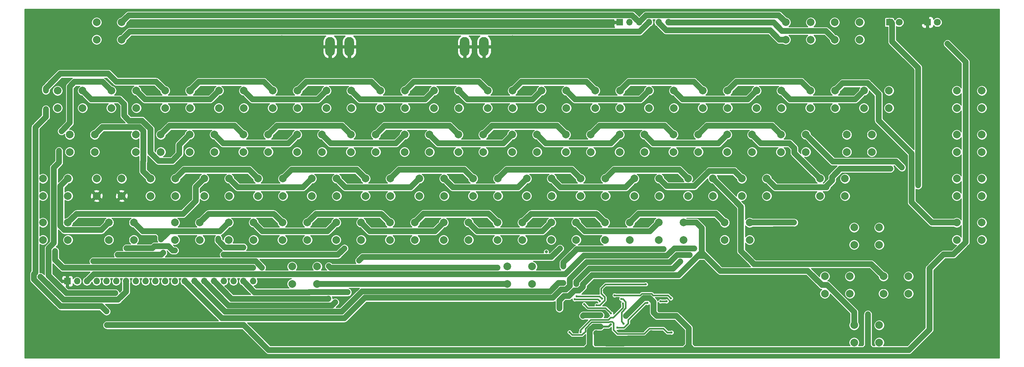
<source format=gbr>
%TF.GenerationSoftware,KiCad,Pcbnew,(5.1.9)-1*%
%TF.CreationDate,2021-06-15T15:46:33-04:00*%
%TF.ProjectId,CMicro-Keyboard,434d6963-726f-42d4-9b65-79626f617264,rev?*%
%TF.SameCoordinates,Original*%
%TF.FileFunction,Copper,L1,Top*%
%TF.FilePolarity,Positive*%
%FSLAX46Y46*%
G04 Gerber Fmt 4.6, Leading zero omitted, Abs format (unit mm)*
G04 Created by KiCad (PCBNEW (5.1.9)-1) date 2021-06-15 15:46:33*
%MOMM*%
%LPD*%
G01*
G04 APERTURE LIST*
%TA.AperFunction,ComponentPad*%
%ADD10C,2.000000*%
%TD*%
%TA.AperFunction,ComponentPad*%
%ADD11R,1.800000X1.800000*%
%TD*%
%TA.AperFunction,ComponentPad*%
%ADD12C,1.800000*%
%TD*%
%TA.AperFunction,ComponentPad*%
%ADD13R,1.700000X1.700000*%
%TD*%
%TA.AperFunction,ComponentPad*%
%ADD14O,1.700000X1.700000*%
%TD*%
%TA.AperFunction,ComponentPad*%
%ADD15O,2.500000X5.000000*%
%TD*%
%TA.AperFunction,ViaPad*%
%ADD16C,0.600000*%
%TD*%
%TA.AperFunction,ViaPad*%
%ADD17C,4.000000*%
%TD*%
%TA.AperFunction,ViaPad*%
%ADD18C,0.800000*%
%TD*%
%TA.AperFunction,Conductor*%
%ADD19C,0.400000*%
%TD*%
%TA.AperFunction,Conductor*%
%ADD20C,1.488000*%
%TD*%
%TA.AperFunction,Conductor*%
%ADD21C,0.488000*%
%TD*%
%TA.AperFunction,Conductor*%
%ADD22C,0.250000*%
%TD*%
%TA.AperFunction,Conductor*%
%ADD23C,0.100000*%
%TD*%
G04 APERTURE END LIST*
D10*
%TO.P,SW0103-Restore1,2*%
%TO.N,Net-(R15-Pad2)*%
X235585000Y-90860000D03*
%TO.P,SW0103-Restore1,1*%
%TO.N,/P03*%
X235585000Y-86360000D03*
%TO.P,SW0103-Restore1,2*%
%TO.N,Net-(R15-Pad2)*%
X242085000Y-90860000D03*
%TO.P,SW0103-Restore1,1*%
%TO.N,/P03*%
X242085000Y-86360000D03*
%TD*%
%TO.P,SW1305-F7-key1,1*%
%TO.N,/P05*%
X270660000Y-109220000D03*
%TO.P,SW1305-F7-key1,2*%
%TO.N,Net-(R8-Pad2)*%
X270660000Y-113720000D03*
%TO.P,SW1305-F7-key1,1*%
%TO.N,/P05*%
X264160000Y-109220000D03*
%TO.P,SW1305-F7-key1,2*%
%TO.N,Net-(R8-Pad2)*%
X264160000Y-113720000D03*
%TD*%
%TO.P,SW1306-F5-key1,1*%
%TO.N,/P06*%
X270660000Y-97790000D03*
%TO.P,SW1306-F5-key1,2*%
%TO.N,Net-(R11-Pad2)*%
X270660000Y-102290000D03*
%TO.P,SW1306-F5-key1,1*%
%TO.N,/P06*%
X264160000Y-97790000D03*
%TO.P,SW1306-F5-key1,2*%
%TO.N,Net-(R11-Pad2)*%
X264160000Y-102290000D03*
%TD*%
%TO.P,SW1307-F3-key1,1*%
%TO.N,/P07*%
X270660000Y-86360000D03*
%TO.P,SW1307-F3-key1,2*%
%TO.N,Net-(R10-Pad2)*%
X270660000Y-90860000D03*
%TO.P,SW1307-F3-key1,1*%
%TO.N,/P07*%
X264160000Y-86360000D03*
%TO.P,SW1307-F3-key1,2*%
%TO.N,Net-(R10-Pad2)*%
X264160000Y-90860000D03*
%TD*%
%TO.P,SW1308-F1-Key1,1*%
%TO.N,/P08*%
X270660000Y-74930000D03*
%TO.P,SW1308-F1-Key1,2*%
%TO.N,Net-(R9-Pad2)*%
X270660000Y-79430000D03*
%TO.P,SW1308-F1-Key1,1*%
%TO.N,/P08*%
X264160000Y-74930000D03*
%TO.P,SW1308-F1-Key1,2*%
%TO.N,Net-(R9-Pad2)*%
X264160000Y-79430000D03*
%TD*%
%TO.P,SW1309-CrsrUD1,1*%
%TO.N,/P09*%
X243990000Y-135890000D03*
%TO.P,SW1309-CrsrUD1,2*%
%TO.N,Net-(R12-Pad2)*%
X243990000Y-140390000D03*
%TO.P,SW1309-CrsrUD1,1*%
%TO.N,/P09*%
X237490000Y-135890000D03*
%TO.P,SW1309-CrsrUD1,2*%
%TO.N,Net-(R12-Pad2)*%
X237490000Y-140390000D03*
%TD*%
%TO.P,SW1309-CrsrUp1,2*%
%TO.N,/~PushCU*%
X237490000Y-114990000D03*
%TO.P,SW1309-CrsrUp1,1*%
%TO.N,Net-(R34-Pad1)*%
X237490000Y-110490000D03*
%TO.P,SW1309-CrsrUp1,2*%
%TO.N,/~PushCU*%
X243990000Y-114990000D03*
%TO.P,SW1309-CrsrUp1,1*%
%TO.N,Net-(R34-Pad1)*%
X243990000Y-110490000D03*
%TD*%
%TO.P,SW1310-CrsrLeft1,1*%
%TO.N,Net-(R33-Pad1)*%
X236370000Y-123190000D03*
%TO.P,SW1310-CrsrLeft1,2*%
%TO.N,/~PushCL*%
X236370000Y-127690000D03*
%TO.P,SW1310-CrsrLeft1,1*%
%TO.N,Net-(R33-Pad1)*%
X229870000Y-123190000D03*
%TO.P,SW1310-CrsrLeft1,2*%
%TO.N,/~PushCL*%
X229870000Y-127690000D03*
%TD*%
%TO.P,SW1310-CrsrLR1,1*%
%TO.N,/P10*%
X251610000Y-123190000D03*
%TO.P,SW1310-CrsrLR1,2*%
%TO.N,Net-(R7-Pad2)*%
X251610000Y-127690000D03*
%TO.P,SW1310-CrsrLR1,1*%
%TO.N,/P10*%
X245110000Y-123190000D03*
%TO.P,SW1310-CrsrLR1,2*%
%TO.N,Net-(R7-Pad2)*%
X245110000Y-127690000D03*
%TD*%
%TO.P,SW1311-Return1,1*%
%TO.N,/P11*%
X235100000Y-97790000D03*
%TO.P,SW1311-Return1,2*%
%TO.N,Net-(R6-Pad2)*%
X235100000Y-102290000D03*
%TO.P,SW1311-Return1,1*%
%TO.N,/P11*%
X228600000Y-97790000D03*
%TO.P,SW1311-Return1,2*%
%TO.N,Net-(R6-Pad2)*%
X228600000Y-102290000D03*
%TD*%
%TO.P,SW1312-InstDel1,1*%
%TO.N,/P12*%
X246530000Y-74930000D03*
%TO.P,SW1312-InstDel1,2*%
%TO.N,Net-(R5-Pad2)*%
X246530000Y-79430000D03*
%TO.P,SW1312-InstDel1,1*%
%TO.N,/P12*%
X240030000Y-74930000D03*
%TO.P,SW1312-InstDel1,2*%
%TO.N,Net-(R5-Pad2)*%
X240030000Y-79430000D03*
%TD*%
%TO.P,SW1405-ClrHome1,1*%
%TO.N,/P05*%
X232560000Y-74930000D03*
%TO.P,SW1405-ClrHome1,2*%
%TO.N,Net-(R64-Pad2)*%
X232560000Y-79430000D03*
%TO.P,SW1405-ClrHome1,1*%
%TO.N,/P05*%
X226060000Y-74930000D03*
%TO.P,SW1405-ClrHome1,2*%
%TO.N,Net-(R64-Pad2)*%
X226060000Y-79430000D03*
%TD*%
%TO.P,SW1406-UpArrow1,1*%
%TO.N,/P06*%
X224940000Y-86360000D03*
%TO.P,SW1406-UpArrow1,2*%
%TO.N,Net-(R67-Pad2)*%
X224940000Y-90860000D03*
%TO.P,SW1406-UpArrow1,1*%
%TO.N,/P06*%
X218440000Y-86360000D03*
%TO.P,SW1406-UpArrow1,2*%
%TO.N,Net-(R67-Pad2)*%
X218440000Y-90860000D03*
%TD*%
%TO.P,SW1407-Key=1,1*%
%TO.N,/P07*%
X214780000Y-97790000D03*
%TO.P,SW1407-Key=1,2*%
%TO.N,Net-(R66-Pad2)*%
X214780000Y-102290000D03*
%TO.P,SW1407-Key=1,1*%
%TO.N,/P07*%
X208280000Y-97790000D03*
%TO.P,SW1407-Key=1,2*%
%TO.N,Net-(R66-Pad2)*%
X208280000Y-102290000D03*
%TD*%
%TO.P,SW1408-RShift1,1*%
%TO.N,/P08*%
X210335000Y-109220000D03*
%TO.P,SW1408-RShift1,2*%
%TO.N,Net-(R65-Pad2)*%
X210335000Y-113720000D03*
%TO.P,SW1408-RShift1,1*%
%TO.N,/P08*%
X203835000Y-109220000D03*
%TO.P,SW1408-RShift1,2*%
%TO.N,Net-(R65-Pad2)*%
X203835000Y-113720000D03*
%TD*%
%TO.P,SW1409-Key/1,2*%
%TO.N,Net-(R68-Pad2)*%
X186690000Y-113720000D03*
%TO.P,SW1409-Key/1,1*%
%TO.N,/P09*%
X186690000Y-109220000D03*
%TO.P,SW1409-Key/1,2*%
%TO.N,Net-(R68-Pad2)*%
X193190000Y-113720000D03*
%TO.P,SW1409-Key/1,1*%
%TO.N,/P09*%
X193190000Y-109220000D03*
%TD*%
%TO.P,SW1410-Key;1,1*%
%TO.N,/P10*%
X200810000Y-97790000D03*
%TO.P,SW1410-Key;1,2*%
%TO.N,Net-(R63-Pad2)*%
X200810000Y-102290000D03*
%TO.P,SW1410-Key;1,1*%
%TO.N,/P10*%
X194310000Y-97790000D03*
%TO.P,SW1410-Key;1,2*%
%TO.N,Net-(R63-Pad2)*%
X194310000Y-102290000D03*
%TD*%
%TO.P,SW1411-Key\u002A1,1*%
%TO.N,/P11*%
X210970000Y-86360000D03*
%TO.P,SW1411-Key\u002A1,2*%
%TO.N,Net-(R62-Pad2)*%
X210970000Y-90860000D03*
%TO.P,SW1411-Key\u002A1,1*%
%TO.N,/P11*%
X204470000Y-86360000D03*
%TO.P,SW1411-Key\u002A1,2*%
%TO.N,Net-(R62-Pad2)*%
X204470000Y-90860000D03*
%TD*%
%TO.P,SW1412-KeyPound1,1*%
%TO.N,/P12*%
X218590000Y-74930000D03*
%TO.P,SW1412-KeyPound1,2*%
%TO.N,Net-(R61-Pad2)*%
X218590000Y-79430000D03*
%TO.P,SW1412-KeyPound1,1*%
%TO.N,/P12*%
X212090000Y-74930000D03*
%TO.P,SW1412-KeyPound1,2*%
%TO.N,Net-(R61-Pad2)*%
X212090000Y-79430000D03*
%TD*%
%TO.P,SW1505-Key-1,2*%
%TO.N,Net-(R56-Pad2)*%
X198120000Y-79430000D03*
%TO.P,SW1505-Key-1,1*%
%TO.N,/P05*%
X198120000Y-74930000D03*
%TO.P,SW1505-Key-1,2*%
%TO.N,Net-(R56-Pad2)*%
X204620000Y-79430000D03*
%TO.P,SW1505-Key-1,1*%
%TO.N,/P05*%
X204620000Y-74930000D03*
%TD*%
%TO.P,SW1506-Key@1,2*%
%TO.N,Net-(R59-Pad2)*%
X190500000Y-90860000D03*
%TO.P,SW1506-Key@1,1*%
%TO.N,/P06*%
X190500000Y-86360000D03*
%TO.P,SW1506-Key@1,2*%
%TO.N,Net-(R59-Pad2)*%
X197000000Y-90860000D03*
%TO.P,SW1506-Key@1,1*%
%TO.N,/P06*%
X197000000Y-86360000D03*
%TD*%
%TO.P,SW1507-Key:1,2*%
%TO.N,Net-(R58-Pad2)*%
X180340000Y-102290000D03*
%TO.P,SW1507-Key:1,1*%
%TO.N,/P07*%
X180340000Y-97790000D03*
%TO.P,SW1507-Key:1,2*%
%TO.N,Net-(R58-Pad2)*%
X186840000Y-102290000D03*
%TO.P,SW1507-Key:1,1*%
%TO.N,/P07*%
X186840000Y-97790000D03*
%TD*%
%TO.P,SW1508-Key.1,2*%
%TO.N,Net-(R57-Pad2)*%
X172720000Y-113720000D03*
%TO.P,SW1508-Key.1,1*%
%TO.N,/P08*%
X172720000Y-109220000D03*
%TO.P,SW1508-Key.1,2*%
%TO.N,Net-(R57-Pad2)*%
X179220000Y-113720000D03*
%TO.P,SW1508-Key.1,1*%
%TO.N,/P08*%
X179220000Y-109220000D03*
%TD*%
%TO.P,SW1509-Key\u002C1,1*%
%TO.N,/P09*%
X165250000Y-109220000D03*
%TO.P,SW1509-Key\u002C1,2*%
%TO.N,Net-(R60-Pad2)*%
X165250000Y-113720000D03*
%TO.P,SW1509-Key\u002C1,1*%
%TO.N,/P09*%
X158750000Y-109220000D03*
%TO.P,SW1509-Key\u002C1,2*%
%TO.N,Net-(R60-Pad2)*%
X158750000Y-113720000D03*
%TD*%
%TO.P,SW1510-KeyL1,2*%
%TO.N,Net-(R55-Pad2)*%
X166370000Y-102290000D03*
%TO.P,SW1510-KeyL1,1*%
%TO.N,/P10*%
X166370000Y-97790000D03*
%TO.P,SW1510-KeyL1,2*%
%TO.N,Net-(R55-Pad2)*%
X172870000Y-102290000D03*
%TO.P,SW1510-KeyL1,1*%
%TO.N,/P10*%
X172870000Y-97790000D03*
%TD*%
%TO.P,SW1511-KeyP1,2*%
%TO.N,Net-(R54-Pad2)*%
X176530000Y-90860000D03*
%TO.P,SW1511-KeyP1,1*%
%TO.N,/P11*%
X176530000Y-86360000D03*
%TO.P,SW1511-KeyP1,2*%
%TO.N,Net-(R54-Pad2)*%
X183030000Y-90860000D03*
%TO.P,SW1511-KeyP1,1*%
%TO.N,/P11*%
X183030000Y-86360000D03*
%TD*%
%TO.P,SW1512-Key+1,2*%
%TO.N,Net-(R53-Pad2)*%
X184150000Y-79430000D03*
%TO.P,SW1512-Key+1,1*%
%TO.N,/P12*%
X184150000Y-74930000D03*
%TO.P,SW1512-Key+1,2*%
%TO.N,Net-(R53-Pad2)*%
X190650000Y-79430000D03*
%TO.P,SW1512-Key+1,1*%
%TO.N,/P12*%
X190650000Y-74930000D03*
%TD*%
%TO.P,SW1605-0-key1,1*%
%TO.N,/P05*%
X176680000Y-74930000D03*
%TO.P,SW1605-0-key1,2*%
%TO.N,Net-(R48-Pad2)*%
X176680000Y-79430000D03*
%TO.P,SW1605-0-key1,1*%
%TO.N,/P05*%
X170180000Y-74930000D03*
%TO.P,SW1605-0-key1,2*%
%TO.N,Net-(R48-Pad2)*%
X170180000Y-79430000D03*
%TD*%
%TO.P,SW1606-KeyO1,1*%
%TO.N,/P06*%
X169060000Y-86360000D03*
%TO.P,SW1606-KeyO1,2*%
%TO.N,Net-(R51-Pad2)*%
X169060000Y-90860000D03*
%TO.P,SW1606-KeyO1,1*%
%TO.N,/P06*%
X162560000Y-86360000D03*
%TO.P,SW1606-KeyO1,2*%
%TO.N,Net-(R51-Pad2)*%
X162560000Y-90860000D03*
%TD*%
%TO.P,SW1607-KeyK1,1*%
%TO.N,/P07*%
X158900000Y-97790000D03*
%TO.P,SW1607-KeyK1,2*%
%TO.N,Net-(R50-Pad2)*%
X158900000Y-102290000D03*
%TO.P,SW1607-KeyK1,1*%
%TO.N,/P07*%
X152400000Y-97790000D03*
%TO.P,SW1607-KeyK1,2*%
%TO.N,Net-(R50-Pad2)*%
X152400000Y-102290000D03*
%TD*%
%TO.P,SW1608-KeyM1,1*%
%TO.N,/P08*%
X151280000Y-109220000D03*
%TO.P,SW1608-KeyM1,2*%
%TO.N,Net-(R49-Pad2)*%
X151280000Y-113720000D03*
%TO.P,SW1608-KeyM1,1*%
%TO.N,/P08*%
X144780000Y-109220000D03*
%TO.P,SW1608-KeyM1,2*%
%TO.N,Net-(R49-Pad2)*%
X144780000Y-113720000D03*
%TD*%
%TO.P,SW1609-KeyN1,2*%
%TO.N,Net-(R52-Pad2)*%
X130810000Y-113720000D03*
%TO.P,SW1609-KeyN1,1*%
%TO.N,/P09*%
X130810000Y-109220000D03*
%TO.P,SW1609-KeyN1,2*%
%TO.N,Net-(R52-Pad2)*%
X137310000Y-113720000D03*
%TO.P,SW1609-KeyN1,1*%
%TO.N,/P09*%
X137310000Y-109220000D03*
%TD*%
%TO.P,SW1610-KeyJ1,1*%
%TO.N,/P10*%
X144930000Y-97790000D03*
%TO.P,SW1610-KeyJ1,2*%
%TO.N,Net-(R47-Pad2)*%
X144930000Y-102290000D03*
%TO.P,SW1610-KeyJ1,1*%
%TO.N,/P10*%
X138430000Y-97790000D03*
%TO.P,SW1610-KeyJ1,2*%
%TO.N,Net-(R47-Pad2)*%
X138430000Y-102290000D03*
%TD*%
%TO.P,SW1611-KeyI1,1*%
%TO.N,/P11*%
X155090000Y-86360000D03*
%TO.P,SW1611-KeyI1,2*%
%TO.N,Net-(R46-Pad2)*%
X155090000Y-90860000D03*
%TO.P,SW1611-KeyI1,1*%
%TO.N,/P11*%
X148590000Y-86360000D03*
%TO.P,SW1611-KeyI1,2*%
%TO.N,Net-(R46-Pad2)*%
X148590000Y-90860000D03*
%TD*%
%TO.P,SW1612-9-key1,1*%
%TO.N,/P12*%
X162710000Y-74930000D03*
%TO.P,SW1612-9-key1,2*%
%TO.N,Net-(R45-Pad2)*%
X162710000Y-79430000D03*
%TO.P,SW1612-9-key1,1*%
%TO.N,/P12*%
X156210000Y-74930000D03*
%TO.P,SW1612-9-key1,2*%
%TO.N,Net-(R45-Pad2)*%
X156210000Y-79430000D03*
%TD*%
%TO.P,SW1705-8-key1,2*%
%TO.N,Net-(R38-Pad2)*%
X142240000Y-79430000D03*
%TO.P,SW1705-8-key1,1*%
%TO.N,/P05*%
X142240000Y-74930000D03*
%TO.P,SW1705-8-key1,2*%
%TO.N,Net-(R38-Pad2)*%
X148740000Y-79430000D03*
%TO.P,SW1705-8-key1,1*%
%TO.N,/P05*%
X148740000Y-74930000D03*
%TD*%
%TO.P,SW1706-KeyU1,2*%
%TO.N,Net-(R41-Pad2)*%
X134620000Y-90860000D03*
%TO.P,SW1706-KeyU1,1*%
%TO.N,/P06*%
X134620000Y-86360000D03*
%TO.P,SW1706-KeyU1,2*%
%TO.N,Net-(R41-Pad2)*%
X141120000Y-90860000D03*
%TO.P,SW1706-KeyU1,1*%
%TO.N,/P06*%
X141120000Y-86360000D03*
%TD*%
%TO.P,SW1707-KeyH1,2*%
%TO.N,Net-(R40-Pad2)*%
X124460000Y-102290000D03*
%TO.P,SW1707-KeyH1,1*%
%TO.N,/P07*%
X124460000Y-97790000D03*
%TO.P,SW1707-KeyH1,2*%
%TO.N,Net-(R40-Pad2)*%
X130960000Y-102290000D03*
%TO.P,SW1707-KeyH1,1*%
%TO.N,/P07*%
X130960000Y-97790000D03*
%TD*%
%TO.P,SW1708-KeyB1,2*%
%TO.N,Net-(R39-Pad2)*%
X116840000Y-113720000D03*
%TO.P,SW1708-KeyB1,1*%
%TO.N,/P08*%
X116840000Y-109220000D03*
%TO.P,SW1708-KeyB1,2*%
%TO.N,Net-(R39-Pad2)*%
X123340000Y-113720000D03*
%TO.P,SW1708-KeyB1,1*%
%TO.N,/P08*%
X123340000Y-109220000D03*
%TD*%
%TO.P,SW1709-KeyV1,1*%
%TO.N,/P09*%
X109370000Y-109220000D03*
%TO.P,SW1709-KeyV1,2*%
%TO.N,Net-(R42-Pad2)*%
X109370000Y-113720000D03*
%TO.P,SW1709-KeyV1,1*%
%TO.N,/P09*%
X102870000Y-109220000D03*
%TO.P,SW1709-KeyV1,2*%
%TO.N,Net-(R42-Pad2)*%
X102870000Y-113720000D03*
%TD*%
%TO.P,SW1710-KeyG1,2*%
%TO.N,Net-(R37-Pad2)*%
X110490000Y-102290000D03*
%TO.P,SW1710-KeyG1,1*%
%TO.N,/P10*%
X110490000Y-97790000D03*
%TO.P,SW1710-KeyG1,2*%
%TO.N,Net-(R37-Pad2)*%
X116990000Y-102290000D03*
%TO.P,SW1710-KeyG1,1*%
%TO.N,/P10*%
X116990000Y-97790000D03*
%TD*%
%TO.P,SW1711-KeyY1,2*%
%TO.N,Net-(R36-Pad2)*%
X120650000Y-90860000D03*
%TO.P,SW1711-KeyY1,1*%
%TO.N,/P11*%
X120650000Y-86360000D03*
%TO.P,SW1711-KeyY1,2*%
%TO.N,Net-(R36-Pad2)*%
X127150000Y-90860000D03*
%TO.P,SW1711-KeyY1,1*%
%TO.N,/P11*%
X127150000Y-86360000D03*
%TD*%
%TO.P,SW1712-7-key1,2*%
%TO.N,Net-(R35-Pad2)*%
X128270000Y-79430000D03*
%TO.P,SW1712-7-key1,1*%
%TO.N,/P12*%
X128270000Y-74930000D03*
%TO.P,SW1712-7-key1,2*%
%TO.N,Net-(R35-Pad2)*%
X134770000Y-79430000D03*
%TO.P,SW1712-7-key1,1*%
%TO.N,/P12*%
X134770000Y-74930000D03*
%TD*%
%TO.P,SW1805-6-key1,1*%
%TO.N,/P05*%
X120800000Y-74930000D03*
%TO.P,SW1805-6-key1,2*%
%TO.N,Net-(R28-Pad2)*%
X120800000Y-79430000D03*
%TO.P,SW1805-6-key1,1*%
%TO.N,/P05*%
X114300000Y-74930000D03*
%TO.P,SW1805-6-key1,2*%
%TO.N,Net-(R28-Pad2)*%
X114300000Y-79430000D03*
%TD*%
%TO.P,SW1806-KeyT1,1*%
%TO.N,/P06*%
X113180000Y-86360000D03*
%TO.P,SW1806-KeyT1,2*%
%TO.N,Net-(R31-Pad2)*%
X113180000Y-90860000D03*
%TO.P,SW1806-KeyT1,1*%
%TO.N,/P06*%
X106680000Y-86360000D03*
%TO.P,SW1806-KeyT1,2*%
%TO.N,Net-(R31-Pad2)*%
X106680000Y-90860000D03*
%TD*%
%TO.P,SW1807-F-key1,1*%
%TO.N,/P07*%
X103020000Y-97790000D03*
%TO.P,SW1807-F-key1,2*%
%TO.N,Net-(R30-Pad2)*%
X103020000Y-102290000D03*
%TO.P,SW1807-F-key1,1*%
%TO.N,/P07*%
X96520000Y-97790000D03*
%TO.P,SW1807-F-key1,2*%
%TO.N,Net-(R30-Pad2)*%
X96520000Y-102290000D03*
%TD*%
%TO.P,SW1808-KeyC1,1*%
%TO.N,/P08*%
X95400000Y-109220000D03*
%TO.P,SW1808-KeyC1,2*%
%TO.N,Net-(R29-Pad2)*%
X95400000Y-113720000D03*
%TO.P,SW1808-KeyC1,1*%
%TO.N,/P08*%
X88900000Y-109220000D03*
%TO.P,SW1808-KeyC1,2*%
%TO.N,Net-(R29-Pad2)*%
X88900000Y-113720000D03*
%TD*%
%TO.P,SW1809-KeyX1,2*%
%TO.N,Net-(R32-Pad2)*%
X74930000Y-113720000D03*
%TO.P,SW1809-KeyX1,1*%
%TO.N,/P09*%
X74930000Y-109220000D03*
%TO.P,SW1809-KeyX1,2*%
%TO.N,Net-(R32-Pad2)*%
X81430000Y-113720000D03*
%TO.P,SW1809-KeyX1,1*%
%TO.N,/P09*%
X81430000Y-109220000D03*
%TD*%
%TO.P,SW1810-KeyD1,1*%
%TO.N,/P10*%
X89050000Y-97790000D03*
%TO.P,SW1810-KeyD1,2*%
%TO.N,Net-(R27-Pad2)*%
X89050000Y-102290000D03*
%TO.P,SW1810-KeyD1,1*%
%TO.N,/P10*%
X82550000Y-97790000D03*
%TO.P,SW1810-KeyD1,2*%
%TO.N,Net-(R27-Pad2)*%
X82550000Y-102290000D03*
%TD*%
%TO.P,SW1811-KeyR1,1*%
%TO.N,/P11*%
X99210000Y-86360000D03*
%TO.P,SW1811-KeyR1,2*%
%TO.N,Net-(R26-Pad2)*%
X99210000Y-90860000D03*
%TO.P,SW1811-KeyR1,1*%
%TO.N,/P11*%
X92710000Y-86360000D03*
%TO.P,SW1811-KeyR1,2*%
%TO.N,Net-(R26-Pad2)*%
X92710000Y-90860000D03*
%TD*%
%TO.P,SW1812-5-key1,1*%
%TO.N,/P12*%
X106830000Y-74930000D03*
%TO.P,SW1812-5-key1,2*%
%TO.N,Net-(R25-Pad2)*%
X106830000Y-79430000D03*
%TO.P,SW1812-5-key1,1*%
%TO.N,/P12*%
X100330000Y-74930000D03*
%TO.P,SW1812-5-key1,2*%
%TO.N,Net-(R25-Pad2)*%
X100330000Y-79430000D03*
%TD*%
%TO.P,SW1905-4-key1,2*%
%TO.N,Net-(R19-Pad2)*%
X86360000Y-79430000D03*
%TO.P,SW1905-4-key1,1*%
%TO.N,/P05*%
X86360000Y-74930000D03*
%TO.P,SW1905-4-key1,2*%
%TO.N,Net-(R19-Pad2)*%
X92860000Y-79430000D03*
%TO.P,SW1905-4-key1,1*%
%TO.N,/P05*%
X92860000Y-74930000D03*
%TD*%
%TO.P,SW1906-KeyE1,2*%
%TO.N,Net-(R22-Pad2)*%
X78740000Y-90860000D03*
%TO.P,SW1906-KeyE1,1*%
%TO.N,/P06*%
X78740000Y-86360000D03*
%TO.P,SW1906-KeyE1,2*%
%TO.N,Net-(R22-Pad2)*%
X85240000Y-90860000D03*
%TO.P,SW1906-KeyE1,1*%
%TO.N,/P06*%
X85240000Y-86360000D03*
%TD*%
%TO.P,SW1907-KeyS1,2*%
%TO.N,Net-(R21-Pad2)*%
X68580000Y-102290000D03*
%TO.P,SW1907-KeyS1,1*%
%TO.N,/P07*%
X68580000Y-97790000D03*
%TO.P,SW1907-KeyS1,2*%
%TO.N,Net-(R21-Pad2)*%
X75080000Y-102290000D03*
%TO.P,SW1907-KeyS1,1*%
%TO.N,/P07*%
X75080000Y-97790000D03*
%TD*%
%TO.P,SW1908-KeyZ1,2*%
%TO.N,Net-(R20-Pad2)*%
X60960000Y-113720000D03*
%TO.P,SW1908-KeyZ1,1*%
%TO.N,/P08*%
X60960000Y-109220000D03*
%TO.P,SW1908-KeyZ1,2*%
%TO.N,Net-(R20-Pad2)*%
X67460000Y-113720000D03*
%TO.P,SW1908-KeyZ1,1*%
%TO.N,/P08*%
X67460000Y-109220000D03*
%TD*%
%TO.P,SW1909&2501-ShiftCapsLock1,1*%
%TO.N,Net-(D2-Pad2)*%
X47140000Y-97790000D03*
%TO.P,SW1909&2501-ShiftCapsLock1,2*%
%TO.N,GND*%
X47140000Y-102290000D03*
%TO.P,SW1909&2501-ShiftCapsLock1,1*%
%TO.N,Net-(D2-Pad2)*%
X40640000Y-97790000D03*
%TO.P,SW1909&2501-ShiftCapsLock1,2*%
%TO.N,GND*%
X40640000Y-102290000D03*
%TD*%
%TO.P,SW1909-LShift1,2*%
%TO.N,Net-(R23-Pad2)*%
X43815000Y-113720000D03*
%TO.P,SW1909-LShift1,1*%
%TO.N,/P09*%
X43815000Y-109220000D03*
%TO.P,SW1909-LShift1,2*%
%TO.N,Net-(R23-Pad2)*%
X50315000Y-113720000D03*
%TO.P,SW1909-LShift1,1*%
%TO.N,/P09*%
X50315000Y-109220000D03*
%TD*%
%TO.P,SW1910-KeyA1,2*%
%TO.N,Net-(R18-Pad2)*%
X54610000Y-102290000D03*
%TO.P,SW1910-KeyA1,1*%
%TO.N,/P10*%
X54610000Y-97790000D03*
%TO.P,SW1910-KeyA1,2*%
%TO.N,Net-(R18-Pad2)*%
X61110000Y-102290000D03*
%TO.P,SW1910-KeyA1,1*%
%TO.N,/P10*%
X61110000Y-97790000D03*
%TD*%
%TO.P,SW1911-KeyW1,2*%
%TO.N,Net-(R17-Pad2)*%
X64770000Y-90860000D03*
%TO.P,SW1911-KeyW1,1*%
%TO.N,/P11*%
X64770000Y-86360000D03*
%TO.P,SW1911-KeyW1,2*%
%TO.N,Net-(R17-Pad2)*%
X71270000Y-90860000D03*
%TO.P,SW1911-KeyW1,1*%
%TO.N,/P11*%
X71270000Y-86360000D03*
%TD*%
%TO.P,SW1912-3-key1,2*%
%TO.N,Net-(R16-Pad2)*%
X72390000Y-79430000D03*
%TO.P,SW1912-3-key1,1*%
%TO.N,/P12*%
X72390000Y-74930000D03*
%TO.P,SW1912-3-key1,2*%
%TO.N,Net-(R16-Pad2)*%
X78890000Y-79430000D03*
%TO.P,SW1912-3-key1,1*%
%TO.N,/P12*%
X78890000Y-74930000D03*
%TD*%
%TO.P,SW2005-2-key1,2*%
%TO.N,Net-(R72-Pad2)*%
X58420000Y-79430000D03*
%TO.P,SW2005-2-key1,1*%
%TO.N,/P05*%
X58420000Y-74930000D03*
%TO.P,SW2005-2-key1,2*%
%TO.N,Net-(R72-Pad2)*%
X64920000Y-79430000D03*
%TO.P,SW2005-2-key1,1*%
%TO.N,/P05*%
X64920000Y-74930000D03*
%TD*%
%TO.P,SW2006-KeyQ1,2*%
%TO.N,Net-(R74-Pad2)*%
X50800000Y-90860000D03*
%TO.P,SW2006-KeyQ1,1*%
%TO.N,/P06*%
X50800000Y-86360000D03*
%TO.P,SW2006-KeyQ1,2*%
%TO.N,Net-(R74-Pad2)*%
X57300000Y-90860000D03*
%TO.P,SW2006-KeyQ1,1*%
%TO.N,/P06*%
X57300000Y-86360000D03*
%TD*%
%TO.P,SW2007-C=1,2*%
%TO.N,Net-(R73-Pad2)*%
X26670000Y-113720000D03*
%TO.P,SW2007-C=1,1*%
%TO.N,/P07*%
X26670000Y-109220000D03*
%TO.P,SW2007-C=1,2*%
%TO.N,Net-(R73-Pad2)*%
X33170000Y-113720000D03*
%TO.P,SW2007-C=1,1*%
%TO.N,/P07*%
X33170000Y-109220000D03*
%TD*%
%TO.P,SW2008-Space1,2*%
%TO.N,Net-(D72-Pad2)*%
X91440000Y-125150000D03*
%TO.P,SW2008-Space1,1*%
%TO.N,/P08*%
X91440000Y-120650000D03*
%TO.P,SW2008-Space1,2*%
%TO.N,Net-(D72-Pad2)*%
X97940000Y-125150000D03*
%TO.P,SW2008-Space1,1*%
%TO.N,/P08*%
X97940000Y-120650000D03*
%TD*%
%TO.P,SW2009-RunStop1,1*%
%TO.N,/P09*%
X33170000Y-97790000D03*
%TO.P,SW2009-RunStop1,2*%
%TO.N,Net-(R75-Pad2)*%
X33170000Y-102290000D03*
%TO.P,SW2009-RunStop1,1*%
%TO.N,/P09*%
X26670000Y-97790000D03*
%TO.P,SW2009-RunStop1,2*%
%TO.N,Net-(R75-Pad2)*%
X26670000Y-102290000D03*
%TD*%
%TO.P,SW2010-CTRL1,2*%
%TO.N,Net-(R71-Pad2)*%
X33655000Y-90860000D03*
%TO.P,SW2010-CTRL1,1*%
%TO.N,/P10*%
X33655000Y-86360000D03*
%TO.P,SW2010-CTRL1,2*%
%TO.N,Net-(R71-Pad2)*%
X40155000Y-90860000D03*
%TO.P,SW2010-CTRL1,1*%
%TO.N,/P10*%
X40155000Y-86360000D03*
%TD*%
%TO.P,SW2011-LeftArrow1,2*%
%TO.N,Net-(R70-Pad2)*%
X30480000Y-79430000D03*
%TO.P,SW2011-LeftArrow1,1*%
%TO.N,/P11*%
X30480000Y-74930000D03*
%TO.P,SW2011-LeftArrow1,2*%
%TO.N,Net-(R70-Pad2)*%
X36980000Y-79430000D03*
%TO.P,SW2011-LeftArrow1,1*%
%TO.N,/P11*%
X36980000Y-74930000D03*
%TD*%
%TO.P,SW2012-1-key1,2*%
%TO.N,Net-(R69-Pad2)*%
X44450000Y-79430000D03*
%TO.P,SW2012-1-key1,1*%
%TO.N,/P12*%
X44450000Y-74930000D03*
%TO.P,SW2012-1-key1,2*%
%TO.N,Net-(R69-Pad2)*%
X50950000Y-79430000D03*
%TO.P,SW2012-1-key1,1*%
%TO.N,/P12*%
X50950000Y-74930000D03*
%TD*%
%TO.P,SW2008-SpaceB1,2*%
%TO.N,Net-(D72-Pad2)*%
X147320000Y-125150000D03*
%TO.P,SW2008-SpaceB1,1*%
%TO.N,/P08*%
X147320000Y-120650000D03*
%TO.P,SW2008-SpaceB1,2*%
%TO.N,Net-(D72-Pad2)*%
X153820000Y-125150000D03*
%TO.P,SW2008-SpaceB1,1*%
%TO.N,/P08*%
X153820000Y-120650000D03*
%TD*%
D11*
%TO.P,D1,1*%
%TO.N,GND*%
X256540000Y-57150000D03*
D12*
%TO.P,D1,2*%
%TO.N,Net-(D1-Pad2)*%
X259080000Y-57150000D03*
%TD*%
%TO.P,D20,2*%
%TO.N,Net-(D20-Pad2)*%
X249174000Y-57150000D03*
D11*
%TO.P,D20,1*%
%TO.N,Net-(D20-Pad1)*%
X246634000Y-57150000D03*
%TD*%
D13*
%TO.P,J1,1*%
%TO.N,GND*%
X33020000Y-124460000D03*
D14*
%TO.P,J1,2*%
%TO.N,Net-(J1-Pad2)*%
X35560000Y-124460000D03*
%TO.P,J1,3*%
%TO.N,/P03*%
X38100000Y-124460000D03*
%TO.P,J1,4*%
%TO.N,+5V*%
X40640000Y-124460000D03*
%TO.P,J1,5*%
%TO.N,Net-(D3-Pad2)*%
X43180000Y-124460000D03*
%TO.P,J1,6*%
%TO.N,Net-(D4-Pad2)*%
X45720000Y-124460000D03*
%TO.P,J1,7*%
%TO.N,Net-(D5-Pad2)*%
X48260000Y-124460000D03*
%TO.P,J1,8*%
%TO.N,Net-(D6-Pad2)*%
X50800000Y-124460000D03*
%TO.P,J1,9*%
%TO.N,Net-(D7-Pad2)*%
X53340000Y-124460000D03*
%TO.P,J1,10*%
%TO.N,Net-(D8-Pad2)*%
X55880000Y-124460000D03*
%TO.P,J1,11*%
%TO.N,Net-(D9-Pad2)*%
X58420000Y-124460000D03*
%TO.P,J1,12*%
%TO.N,Net-(D10-Pad2)*%
X60960000Y-124460000D03*
%TO.P,J1,13*%
%TO.N,/P13*%
X63500000Y-124460000D03*
%TO.P,J1,14*%
%TO.N,/P14*%
X66040000Y-124460000D03*
%TO.P,J1,15*%
%TO.N,/P15*%
X68580000Y-124460000D03*
%TO.P,J1,16*%
%TO.N,/P16*%
X71120000Y-124460000D03*
%TO.P,J1,17*%
%TO.N,/P17*%
X73660000Y-124460000D03*
%TO.P,J1,18*%
%TO.N,/P18*%
X76200000Y-124460000D03*
%TO.P,J1,19*%
%TO.N,/P19*%
X78740000Y-124460000D03*
%TO.P,J1,20*%
%TO.N,/P20*%
X81280000Y-124460000D03*
%TD*%
D10*
%TO.P,SW_MENU1,2*%
%TO.N,Net-(J2-Pad6)*%
X232410000Y-61650000D03*
%TO.P,SW_MENU1,1*%
%TO.N,+3V3*%
X232410000Y-57150000D03*
%TO.P,SW_MENU1,2*%
%TO.N,Net-(J2-Pad6)*%
X238910000Y-61650000D03*
%TO.P,SW_MENU1,1*%
%TO.N,+3V3*%
X238910000Y-57150000D03*
%TD*%
%TO.P,SW_RESET1,1*%
%TO.N,+3V3*%
X47140000Y-57150000D03*
%TO.P,SW_RESET1,2*%
%TO.N,Net-(J2-Pad4)*%
X47140000Y-61650000D03*
%TO.P,SW_RESET1,1*%
%TO.N,+3V3*%
X40640000Y-57150000D03*
%TO.P,SW_RESET1,2*%
%TO.N,Net-(J2-Pad4)*%
X40640000Y-61650000D03*
%TD*%
%TO.P,SW_SPECIAL1,2*%
%TO.N,Net-(J2-Pad5)*%
X219710000Y-61650000D03*
%TO.P,SW_SPECIAL1,1*%
%TO.N,+3V3*%
X219710000Y-57150000D03*
%TO.P,SW_SPECIAL1,2*%
%TO.N,Net-(J2-Pad5)*%
X226210000Y-61650000D03*
%TO.P,SW_SPECIAL1,1*%
%TO.N,+3V3*%
X226210000Y-57150000D03*
%TD*%
D13*
%TO.P,J2,1*%
%TO.N,GND*%
X176530000Y-57150000D03*
D14*
%TO.P,J2,2*%
%TO.N,Net-(J2-Pad2)*%
X179070000Y-57150000D03*
%TO.P,J2,3*%
%TO.N,+3V3*%
X181610000Y-57150000D03*
%TO.P,J2,4*%
%TO.N,Net-(J2-Pad4)*%
X184150000Y-57150000D03*
%TO.P,J2,5*%
%TO.N,Net-(J2-Pad5)*%
X186690000Y-57150000D03*
%TO.P,J2,6*%
%TO.N,Net-(J2-Pad6)*%
X189230000Y-57150000D03*
%TD*%
D15*
%TO.P,ZT1,GND*%
%TO.N,GND*%
X101285000Y-63500000D03*
X106285000Y-63500000D03*
X136285000Y-63500000D03*
X141285000Y-63500000D03*
%TD*%
D16*
%TO.N,Net-(C1-Pad1)*%
X166433500Y-137731500D03*
X187134500Y-129667000D03*
X188722000Y-129667000D03*
X177419000Y-130238500D03*
D17*
%TO.N,GND*%
X28750000Y-62500000D03*
X88750000Y-62500000D03*
X88750000Y-137500000D03*
X208750000Y-137500000D03*
X208750000Y-62500000D03*
X268750000Y-62500000D03*
X148750000Y-137500000D03*
X148750000Y-62500000D03*
X268750000Y-137500000D03*
X28750000Y-137500000D03*
D18*
X252349000Y-74168000D03*
X242406010Y-126655990D03*
X247054001Y-112815001D03*
X193675000Y-131000500D03*
D16*
X164964000Y-133232000D03*
X185737500Y-126555500D03*
D18*
X205986250Y-140263750D03*
X172910500Y-126873000D03*
X178117500Y-127063500D03*
D16*
X176339500Y-131381500D03*
D18*
X155956000Y-140271500D03*
X170488500Y-137931000D03*
X184776000Y-137931000D03*
X178816000Y-139319000D03*
X99758500Y-115443000D03*
X68961000Y-116840000D03*
X114109500Y-113919000D03*
X142240000Y-114173000D03*
X161988500Y-104330500D03*
X189230000Y-104584500D03*
X200787000Y-110998000D03*
X236918500Y-75057000D03*
X209042000Y-74866500D03*
X181102000Y-74803000D03*
X153225500Y-74993500D03*
X125730000Y-74485500D03*
X97599500Y-74422000D03*
X55308500Y-74993500D03*
X35972750Y-117697250D03*
X27495500Y-91186000D03*
X27051000Y-105664000D03*
X77533500Y-126936500D03*
X84137500Y-125222000D03*
X104838500Y-129286000D03*
X163576000Y-98044000D03*
X135445500Y-98107500D03*
X191770000Y-97980500D03*
X183705500Y-109410500D03*
X169926000Y-109347000D03*
X155829000Y-109156500D03*
X141732000Y-109156500D03*
X127889000Y-108966000D03*
X114173000Y-109410500D03*
X99822000Y-109156500D03*
X107759500Y-97980500D03*
X89916000Y-86423500D03*
X117729000Y-86233000D03*
X145923000Y-86233000D03*
X85979000Y-109093000D03*
X69532500Y-74866500D03*
X79565500Y-98044000D03*
X37700000Y-109175500D03*
X228536500Y-111379000D03*
X244983000Y-99441000D03*
X180594000Y-133985000D03*
X231521000Y-104584500D03*
X44196000Y-111506000D03*
%TO.N,+5V*%
X261747000Y-62738000D03*
X43307000Y-135890000D03*
X260604000Y-117475000D03*
X241046000Y-133096000D03*
X167014000Y-133477000D03*
X191262000Y-133477000D03*
X188087000Y-133477000D03*
X178181000Y-133477000D03*
X171577000Y-133350000D03*
D16*
X171541509Y-136242991D03*
X174244000Y-135699500D03*
%TO.N,Net-(D2-Pad2)*%
X163512500Y-137731500D03*
D18*
X83600000Y-120915783D03*
X39751000Y-119253000D03*
D16*
X190055500Y-137795000D03*
D18*
%TO.N,Net-(D3-Pad2)*%
X27432000Y-79756000D03*
X43180000Y-132334000D03*
%TO.N,Net-(D5-Pad2)*%
X26035000Y-123317000D03*
%TO.N,Net-(D8-Pad2)*%
X57912000Y-117094000D03*
X46101000Y-117602000D03*
%TO.N,Net-(D10-Pad2)*%
X30861000Y-90551000D03*
X45500000Y-127600000D03*
%TO.N,Net-(D20-Pad1)*%
X254127000Y-99568000D03*
%TO.N,/P19*%
X72263000Y-113387000D03*
X78735999Y-115664001D03*
X105828009Y-127343991D03*
%TO.N,/P14*%
X161925000Y-124968000D03*
X188023500Y-116141500D03*
X161925000Y-120650000D03*
%TO.N,/P13*%
X150363990Y-128782010D03*
X163753603Y-123748603D03*
X194806990Y-117613010D03*
%TO.N,/P03*%
X195987000Y-115925000D03*
%TO.N,/P05*%
X27432000Y-74930000D03*
%TO.N,/P06*%
X249900000Y-94900000D03*
%TO.N,/P07*%
X246925000Y-95200000D03*
%TO.N,/P08*%
X221900000Y-109200000D03*
%TO.N,/P09*%
X57375000Y-113600000D03*
X167601309Y-124675309D03*
X160909000Y-131572000D03*
%TO.N,/P10*%
X210820000Y-119380000D03*
X192278000Y-119380000D03*
X165301020Y-125222000D03*
%TO.N,/P11*%
X58311000Y-93200000D03*
X60960000Y-116459000D03*
X48370999Y-115934999D03*
%TO.N,/P12*%
X31496000Y-85471000D03*
%TO.N,/P15*%
X108839000Y-119126000D03*
X102616000Y-129921000D03*
X161036000Y-115951000D03*
%TO.N,/P16*%
X100838000Y-129032000D03*
%TO.N,/P17*%
X105025000Y-115925000D03*
X73650000Y-117601969D03*
%TO.N,/P20*%
X157480000Y-116840000D03*
X29845000Y-116605000D03*
X81275000Y-120977989D03*
X100965000Y-120523000D03*
X144780000Y-120977989D03*
D16*
%TO.N,/EN_CURLEFT*%
X164846000Y-129159000D03*
X171386500Y-129667000D03*
%TO.N,/EN_CURUP*%
X165354000Y-128397000D03*
X171958000Y-129032000D03*
%TO.N,Net-(U1-Pad6)*%
X175230000Y-128113000D03*
X189865000Y-128905000D03*
%TO.N,Net-(U1-Pad10)*%
X176974500Y-129095500D03*
X177609500Y-135509000D03*
%TO.N,Net-(U2-Pad4)*%
X183769000Y-130111500D03*
X175958500Y-136525000D03*
%TO.N,/EN_SHIFTLOCK*%
X170594500Y-130713000D03*
X183324500Y-125285500D03*
%TO.N,/EN_RIGHTSHIFT*%
X174307500Y-132842000D03*
X167322500Y-130429000D03*
%TD*%
D19*
%TO.N,Net-(C1-Pad1)*%
X188722000Y-129667000D02*
X187134500Y-129667000D01*
X177419000Y-131338002D02*
X177419000Y-130238500D01*
X174856021Y-133900981D02*
X177419000Y-131338002D01*
X174157975Y-133900981D02*
X174856021Y-133900981D01*
X173559985Y-134498971D02*
X174157975Y-133900981D01*
X169066907Y-134498971D02*
X173559985Y-134498971D01*
X166433500Y-137132378D02*
X169066907Y-134498971D01*
X166433500Y-137731500D02*
X166433500Y-137132378D01*
D20*
%TO.N,GND*%
X252349000Y-69596000D02*
X252349000Y-74168000D01*
X249936000Y-67183000D02*
X252349000Y-69596000D01*
X246888000Y-67183000D02*
X249936000Y-67183000D01*
X244094000Y-64389000D02*
X246888000Y-67183000D01*
X244094000Y-56190798D02*
X244094000Y-64389000D01*
X245011930Y-55272868D02*
X244094000Y-56190798D01*
X254662868Y-55272868D02*
X245011930Y-55272868D01*
X256540000Y-57150000D02*
X254662868Y-55272868D01*
X247054001Y-124123121D02*
X247054001Y-122256879D01*
X245431123Y-125745999D02*
X247054001Y-124123121D01*
X243316001Y-125745999D02*
X245431123Y-125745999D01*
X242406010Y-126655990D02*
X243316001Y-125745999D01*
X247054001Y-122256879D02*
X247054001Y-112815001D01*
X247054001Y-112815001D02*
X247054001Y-112815001D01*
X205986250Y-140263750D02*
X204462250Y-140263750D01*
X204462250Y-140263750D02*
X197802500Y-133604000D01*
X197802500Y-133604000D02*
X197802500Y-132143500D01*
X196659500Y-131000500D02*
X193675000Y-131000500D01*
X197802500Y-132143500D02*
X196659500Y-131000500D01*
X193675000Y-130434815D02*
X190209175Y-126968990D01*
X193675000Y-131000500D02*
X193675000Y-130434815D01*
X172910500Y-126873000D02*
X172914501Y-126868999D01*
D19*
X176339500Y-131381500D02*
X173101000Y-128143000D01*
X173101000Y-127063500D02*
X172910500Y-126873000D01*
X173101000Y-128143000D02*
X173101000Y-127063500D01*
D20*
X157924500Y-140271500D02*
X164964000Y-133232000D01*
X155956000Y-140271500D02*
X157924500Y-140271500D01*
X170488500Y-137931000D02*
X171559000Y-139001500D01*
X183642000Y-139065000D02*
X184776000Y-137931000D01*
X186150990Y-126968990D02*
X185737500Y-126555500D01*
X190209175Y-126968990D02*
X186150990Y-126968990D01*
X178530990Y-126555500D02*
X178117500Y-126968990D01*
X185737500Y-126555500D02*
X178530990Y-126555500D01*
X173228000Y-126555500D02*
X178530990Y-126555500D01*
X172910500Y-126873000D02*
X173228000Y-126555500D01*
X183388000Y-139319000D02*
X183642000Y-139065000D01*
X178816000Y-139319000D02*
X183388000Y-139319000D01*
X178816000Y-139319000D02*
X177489009Y-140645991D01*
X173203491Y-140645991D02*
X171559000Y-139001500D01*
X177489009Y-140645991D02*
X173203491Y-140645991D01*
%TO.N,+5V*%
X261747000Y-62738000D02*
X261747000Y-62738000D01*
X78867000Y-135890000D02*
X43307000Y-135890000D01*
X85311001Y-142334001D02*
X78867000Y-135890000D01*
X261747000Y-62738000D02*
X266446000Y-67437000D01*
X266446000Y-114311122D02*
X263282122Y-117475000D01*
X266446000Y-67437000D02*
X266446000Y-114311122D01*
X263282122Y-117475000D02*
X260731000Y-117475000D01*
X260731000Y-117475000D02*
X257048000Y-121158000D01*
X257048000Y-137033000D02*
X251746999Y-142334001D01*
X257048000Y-121158000D02*
X257048000Y-137033000D01*
X241046000Y-141412002D02*
X241967999Y-142334001D01*
X251746999Y-142334001D02*
X241967999Y-142334001D01*
X241046000Y-141412002D02*
X240124001Y-142334001D01*
X241046000Y-140589000D02*
X241046000Y-141412002D01*
X241967999Y-142334001D02*
X240124001Y-142334001D01*
X241046000Y-133096000D02*
X241046000Y-140589000D01*
X191262000Y-133477000D02*
X191262000Y-133477000D01*
X188087000Y-133477000D02*
X191262000Y-133477000D01*
X240124001Y-142334001D02*
X196565499Y-142334001D01*
X170403499Y-142334001D02*
X169702501Y-142334001D01*
X167670501Y-142334001D02*
X85311001Y-142334001D01*
X169702501Y-142334001D02*
X167670501Y-142334001D01*
X168800491Y-141431991D02*
X169702501Y-142334001D01*
X168800491Y-140444509D02*
X168800491Y-141204011D01*
X168800491Y-137231803D02*
X168800491Y-140444509D01*
X168800491Y-141204011D02*
X167670501Y-142334001D01*
X168800491Y-140444509D02*
X168800491Y-141431991D01*
X169789303Y-136242991D02*
X171541509Y-136242991D01*
X168800491Y-137231803D02*
X169789303Y-136242991D01*
X167141000Y-133350000D02*
X171577000Y-133350000D01*
X167014000Y-133477000D02*
X167141000Y-133350000D01*
X184366121Y-128867499D02*
X185382990Y-129884368D01*
X182790501Y-128867499D02*
X184366121Y-128867499D01*
X178181000Y-133477000D02*
X182790501Y-128867499D01*
X185382990Y-132614490D02*
X186245500Y-133477000D01*
X185382990Y-131672510D02*
X185382990Y-132614490D01*
X188087000Y-133477000D02*
X186245500Y-133477000D01*
X185382990Y-129884368D02*
X185382990Y-131672510D01*
D21*
X173700509Y-136242991D02*
X174244000Y-135699500D01*
X171541509Y-136242991D02*
X173700509Y-136242991D01*
D20*
X191262000Y-133477000D02*
X194500500Y-136715500D01*
X194500500Y-141221502D02*
X193388001Y-142334001D01*
X193388001Y-142334001D02*
X170403499Y-142334001D01*
X194023001Y-142334001D02*
X193388001Y-142334001D01*
X194500500Y-141285002D02*
X195549499Y-142334001D01*
X194500500Y-140144500D02*
X194500500Y-141285002D01*
X195549499Y-142334001D02*
X194023001Y-142334001D01*
X194500500Y-136715500D02*
X194500500Y-140144500D01*
X196565499Y-142334001D02*
X195549499Y-142334001D01*
X194500500Y-140144500D02*
X194500500Y-141221502D01*
%TO.N,Net-(D2-Pad2)*%
X83600000Y-120915783D02*
X83600000Y-120915783D01*
X39787979Y-119289979D02*
X39751000Y-119253000D01*
X81974196Y-119289979D02*
X39787979Y-119289979D01*
X83600000Y-120915783D02*
X81974196Y-119289979D01*
D19*
X167656482Y-136757938D02*
X169315439Y-135098981D01*
X164212501Y-138431501D02*
X166769501Y-138431501D01*
X167656481Y-137544521D02*
X167656482Y-136757938D01*
X166769501Y-138431501D02*
X167656481Y-137544521D01*
X163512500Y-137731500D02*
X164212501Y-138431501D01*
X169315439Y-135098981D02*
X172021500Y-135098981D01*
X174580001Y-134999499D02*
X174944001Y-135363499D01*
X173907999Y-134999499D02*
X174580001Y-134999499D01*
X174944001Y-135363499D02*
X174944001Y-137158499D01*
X173808517Y-135098981D02*
X173907999Y-134999499D01*
X172021500Y-135098981D02*
X173808517Y-135098981D01*
X174944001Y-137158499D02*
X175960492Y-138174990D01*
X175960492Y-138174990D02*
X178342136Y-138174990D01*
X178342136Y-138174990D02*
X180022500Y-138174990D01*
X180022500Y-138174990D02*
X182914136Y-138174990D01*
X184302135Y-136786991D02*
X187904491Y-136786991D01*
X182914136Y-138174990D02*
X184302135Y-136786991D01*
X187904491Y-136786991D02*
X188912500Y-137795000D01*
X188912500Y-137795000D02*
X190055500Y-137795000D01*
X190055500Y-137795000D02*
X190055500Y-137795000D01*
D20*
%TO.N,Net-(D3-Pad2)*%
X43180000Y-132334000D02*
X43180000Y-132334000D01*
X24346991Y-124016197D02*
X31306814Y-130976020D01*
X24346991Y-122617803D02*
X24346991Y-124016197D01*
X41822020Y-130976020D02*
X43180000Y-132334000D01*
X24725999Y-122238795D02*
X24346991Y-122617803D01*
X24725999Y-84424001D02*
X24725999Y-122238795D01*
X27432000Y-81718000D02*
X24725999Y-84424001D01*
X31306814Y-130976020D02*
X41822020Y-130976020D01*
X27432000Y-79756000D02*
X27432000Y-81718000D01*
%TO.N,Net-(D5-Pad2)*%
X46199196Y-129288010D02*
X48260000Y-127227206D01*
X48260000Y-127227206D02*
X48260000Y-124460000D01*
X32006010Y-129288010D02*
X46199196Y-129288010D01*
X26035000Y-123317000D02*
X32006010Y-129288010D01*
%TO.N,Net-(D8-Pad2)*%
X57404031Y-117601969D02*
X50292000Y-117601969D01*
X50292000Y-117601969D02*
X46101000Y-117601969D01*
X57912000Y-117094000D02*
X57404031Y-117601969D01*
%TO.N,Net-(D10-Pad2)*%
X45500000Y-127600000D02*
X45500000Y-127600000D01*
X28156990Y-122996192D02*
X32760798Y-127600000D01*
X28156990Y-115905804D02*
X28156990Y-122996192D01*
X29537989Y-114524805D02*
X28156990Y-115905804D01*
X29537989Y-94922011D02*
X29537989Y-114524805D01*
X32760798Y-127600000D02*
X45500000Y-127600000D01*
X30861000Y-93599000D02*
X29537989Y-94922011D01*
X30861000Y-90551000D02*
X30861000Y-93599000D01*
%TO.N,Net-(D20-Pad1)*%
X246634000Y-57150000D02*
X246634000Y-56960878D01*
X247329999Y-62189793D02*
X254127000Y-68986794D01*
X247329999Y-57337999D02*
X247329999Y-62189793D01*
X247142000Y-57150000D02*
X247329999Y-57337999D01*
X246634000Y-57150000D02*
X247142000Y-57150000D01*
X254127000Y-68986794D02*
X254127000Y-95885000D01*
X254127000Y-95885000D02*
X254127000Y-99568000D01*
X254127000Y-99568000D02*
X254127000Y-99568000D01*
%TO.N,/P19*%
X73974316Y-115664001D02*
X78735999Y-115664001D01*
X72263000Y-113952685D02*
X73974316Y-115664001D01*
X72263000Y-113387000D02*
X72263000Y-113952685D01*
X78735999Y-115664001D02*
X78735999Y-115664001D01*
X78740000Y-124460000D02*
X81639960Y-127359960D01*
X81639960Y-127359960D02*
X95885000Y-127359960D01*
X95900969Y-127343991D02*
X105828009Y-127343991D01*
X95885000Y-127359960D02*
X95900969Y-127343991D01*
X105828009Y-127343991D02*
X105880991Y-127343991D01*
%TO.N,/P14*%
X161925000Y-124968000D02*
X161925000Y-124968000D01*
X74003990Y-132423990D02*
X66040000Y-124460000D01*
X104304010Y-132423990D02*
X74003990Y-132423990D01*
X109633999Y-127094001D02*
X104304010Y-132423990D01*
X158528999Y-127094001D02*
X109633999Y-127094001D01*
X160655000Y-124968000D02*
X158528999Y-127094001D01*
X161925000Y-124968000D02*
X160655000Y-124968000D01*
X161925000Y-120650000D02*
X161925000Y-119634000D01*
X165417500Y-116141500D02*
X164846000Y-116713000D01*
X188023500Y-116141500D02*
X165417500Y-116141500D01*
X161925000Y-119634000D02*
X164846000Y-116713000D01*
%TO.N,/P13*%
X163613010Y-123889196D02*
X163753603Y-123748603D01*
X163613010Y-125667196D02*
X163613010Y-123889196D01*
X162624196Y-126656010D02*
X163613010Y-125667196D01*
X161354196Y-126656010D02*
X162624196Y-126656010D01*
X167984686Y-119517520D02*
X189574687Y-119517519D01*
X110333195Y-128782011D02*
X150363990Y-128782010D01*
X191479196Y-117613010D02*
X194806990Y-117613010D01*
X189574687Y-119517519D02*
X191479196Y-117613010D01*
X105003207Y-134111999D02*
X110333195Y-128782011D01*
X73152000Y-134112000D02*
X105003207Y-134111999D01*
X159228196Y-128782010D02*
X161354196Y-126656010D01*
X63500000Y-124460000D02*
X73152000Y-134112000D01*
X150363990Y-128782010D02*
X159228196Y-128782010D01*
X163753603Y-123748603D02*
X167984686Y-119517520D01*
%TO.N,Net-(D72-Pad2)*%
X97940000Y-125150000D02*
X147320000Y-125150000D01*
%TO.N,/P03*%
X39894001Y-122665999D02*
X38100000Y-124460000D01*
X39894001Y-122665999D02*
X162449001Y-122665999D01*
X162449001Y-122665999D02*
X167285490Y-117829510D01*
X167285490Y-117829510D02*
X188875490Y-117829510D01*
X190780000Y-115925000D02*
X195987000Y-115925000D01*
X188875490Y-117829510D02*
X190780000Y-115925000D01*
%TO.N,/P05*%
X84415999Y-72985999D02*
X86360000Y-74930000D01*
X112355999Y-72985999D02*
X114300000Y-74930000D01*
X140295999Y-72985999D02*
X142240000Y-74930000D01*
X168235999Y-72985999D02*
X170180000Y-74930000D01*
X196175999Y-72985999D02*
X198120000Y-74930000D01*
X224115999Y-72985999D02*
X226060000Y-74930000D01*
X64920000Y-74930000D02*
X67200000Y-72650000D01*
X84080000Y-72650000D02*
X84415999Y-72985999D01*
X67200000Y-72650000D02*
X84080000Y-72650000D01*
X92860000Y-74930000D02*
X95140000Y-72650000D01*
X112020000Y-72650000D02*
X112355999Y-72985999D01*
X95140000Y-72650000D02*
X112020000Y-72650000D01*
X120800000Y-74930000D02*
X123080000Y-72650000D01*
X139960000Y-72650000D02*
X140295999Y-72985999D01*
X123080000Y-72650000D02*
X139960000Y-72650000D01*
X148740000Y-74930000D02*
X151020000Y-72650000D01*
X167900000Y-72650000D02*
X168235999Y-72985999D01*
X151020000Y-72650000D02*
X167900000Y-72650000D01*
X176680000Y-74930000D02*
X178960000Y-72650000D01*
X195840000Y-72650000D02*
X196175999Y-72985999D01*
X178960000Y-72650000D02*
X195840000Y-72650000D01*
X204620000Y-74930000D02*
X206900000Y-72650000D01*
X223780000Y-72650000D02*
X224115999Y-72985999D01*
X206900000Y-72650000D02*
X223780000Y-72650000D01*
X252438990Y-103975990D02*
X257683000Y-109220000D01*
X257683000Y-109220000D02*
X264160000Y-109220000D01*
X252438990Y-91275990D02*
X252438990Y-103975990D01*
X243840000Y-82677000D02*
X252438990Y-91275990D01*
X240963121Y-72985999D02*
X243840000Y-75862878D01*
X234504001Y-72985999D02*
X240963121Y-72985999D01*
X243840000Y-75862878D02*
X243840000Y-82677000D01*
X232560000Y-74930000D02*
X234504001Y-72985999D01*
X56065000Y-72575000D02*
X58420000Y-74930000D01*
X43675000Y-70525000D02*
X45725000Y-72575000D01*
X31175000Y-70525000D02*
X43675000Y-70525000D01*
X27432000Y-74268000D02*
X31175000Y-70525000D01*
X45725000Y-72575000D02*
X56065000Y-72575000D01*
X27432000Y-74930000D02*
X27432000Y-74268000D01*
%TO.N,/P06*%
X76795999Y-84415999D02*
X78740000Y-86360000D01*
X104735999Y-84415999D02*
X106680000Y-86360000D01*
X132675999Y-84415999D02*
X134620000Y-86360000D01*
X160615999Y-84415999D02*
X162560000Y-86360000D01*
X188555999Y-84415999D02*
X190500000Y-86360000D01*
X216495999Y-84415999D02*
X218440000Y-86360000D01*
X57300000Y-86360000D02*
X59585000Y-84075000D01*
X76455000Y-84075000D02*
X76795999Y-84415999D01*
X59585000Y-84075000D02*
X76455000Y-84075000D01*
X85240000Y-86360000D02*
X87525000Y-84075000D01*
X104395000Y-84075000D02*
X104735999Y-84415999D01*
X87525000Y-84075000D02*
X104395000Y-84075000D01*
X113180000Y-86360000D02*
X115465000Y-84075000D01*
X132335000Y-84075000D02*
X132675999Y-84415999D01*
X115465000Y-84075000D02*
X132335000Y-84075000D01*
X141120000Y-86360000D02*
X143405000Y-84075000D01*
X160275000Y-84075000D02*
X160615999Y-84415999D01*
X143405000Y-84075000D02*
X160275000Y-84075000D01*
X169060000Y-86360000D02*
X171345000Y-84075000D01*
X188215000Y-84075000D02*
X188555999Y-84415999D01*
X171345000Y-84075000D02*
X188215000Y-84075000D01*
X197000000Y-86360000D02*
X199285000Y-84075000D01*
X216155000Y-84075000D02*
X216495999Y-84415999D01*
X199285000Y-84075000D02*
X216155000Y-84075000D01*
X248375000Y-93375000D02*
X249900000Y-94900000D01*
X231955000Y-93375000D02*
X248375000Y-93375000D01*
X224940000Y-86360000D02*
X231955000Y-93375000D01*
%TO.N,/P07*%
X66421000Y-99949000D02*
X68580000Y-97790000D01*
X66421000Y-103632000D02*
X66421000Y-99949000D01*
X94575999Y-99734001D02*
X96520000Y-97790000D01*
X122515999Y-99734001D02*
X124460000Y-97790000D01*
X150455999Y-99734001D02*
X152400000Y-97790000D01*
X178395999Y-99734001D02*
X180340000Y-97790000D01*
X75080000Y-97790000D02*
X77340000Y-100050000D01*
X94260000Y-100050000D02*
X94575999Y-99734001D01*
X77340000Y-100050000D02*
X94260000Y-100050000D01*
X103020000Y-97790000D02*
X105280000Y-100050000D01*
X122200000Y-100050000D02*
X122515999Y-99734001D01*
X105280000Y-100050000D02*
X122200000Y-100050000D01*
X130960000Y-97790000D02*
X133220000Y-100050000D01*
X150140000Y-100050000D02*
X150455999Y-99734001D01*
X133220000Y-100050000D02*
X150140000Y-100050000D01*
X158900000Y-97790000D02*
X161135000Y-100025000D01*
X178105000Y-100025000D02*
X178395999Y-99734001D01*
X161135000Y-100025000D02*
X178105000Y-100025000D01*
X33170000Y-109220000D02*
X35440000Y-106950000D01*
X63103000Y-106950000D02*
X66421000Y-103632000D01*
X35440000Y-106950000D02*
X63103000Y-106950000D01*
X206335999Y-95845999D02*
X208280000Y-97790000D01*
X199876879Y-95845999D02*
X206335999Y-95845999D01*
X195988877Y-99734001D02*
X199876879Y-95845999D01*
X188784001Y-99734001D02*
X195988877Y-99734001D01*
X186840000Y-97790000D02*
X188784001Y-99734001D01*
X214780000Y-97790000D02*
X217040000Y-100050000D01*
X217040000Y-100050000D02*
X230325000Y-100050000D01*
X230325000Y-99687878D02*
X231750000Y-98262878D01*
X230325000Y-100050000D02*
X230325000Y-99687878D01*
X231750000Y-98262878D02*
X231750000Y-97375000D01*
X231750000Y-97375000D02*
X233925000Y-95200000D01*
X233925000Y-95200000D02*
X239650000Y-95200000D01*
X239650000Y-95200000D02*
X246925000Y-95200000D01*
%TO.N,/P08*%
X203835000Y-109220000D02*
X201890999Y-107275999D01*
X172720000Y-109220000D02*
X170775999Y-107275999D01*
X144780000Y-109220000D02*
X142835999Y-107275999D01*
X116840000Y-109220000D02*
X114895999Y-107275999D01*
X88900000Y-109220000D02*
X86955999Y-107275999D01*
X67460000Y-109220000D02*
X69730000Y-106950000D01*
X86630000Y-106950000D02*
X86955999Y-107275999D01*
X69730000Y-106950000D02*
X86630000Y-106950000D01*
X95400000Y-109220000D02*
X97670000Y-106950000D01*
X114570000Y-106950000D02*
X114895999Y-107275999D01*
X97670000Y-106950000D02*
X114570000Y-106950000D01*
X123340000Y-109220000D02*
X125635000Y-106925000D01*
X142485000Y-106925000D02*
X142835999Y-107275999D01*
X125635000Y-106925000D02*
X142485000Y-106925000D01*
X151280000Y-109220000D02*
X153550000Y-106950000D01*
X170450000Y-106950000D02*
X170775999Y-107275999D01*
X153550000Y-106950000D02*
X170450000Y-106950000D01*
X179220000Y-109220000D02*
X181515000Y-106925000D01*
X201540000Y-106925000D02*
X201890999Y-107275999D01*
X181515000Y-106925000D02*
X201540000Y-106925000D01*
X210335000Y-109220000D02*
X221900000Y-109200000D01*
X221900000Y-109200000D02*
X221880000Y-109220000D01*
%TO.N,/P09*%
X72985999Y-111164001D02*
X74930000Y-109220000D01*
X100925999Y-111164001D02*
X102870000Y-109220000D01*
X128865999Y-111164001D02*
X130810000Y-109220000D01*
X156805999Y-111164001D02*
X158750000Y-109220000D01*
X184745999Y-111164001D02*
X186690000Y-109220000D01*
X50315000Y-109220000D02*
X52570000Y-111475000D01*
X72675000Y-111475000D02*
X72985999Y-111164001D01*
X81430000Y-109220000D02*
X83685000Y-111475000D01*
X100615000Y-111475000D02*
X100925999Y-111164001D01*
X83685000Y-111475000D02*
X100615000Y-111475000D01*
X109370000Y-109220000D02*
X111625000Y-111475000D01*
X128555000Y-111475000D02*
X128865999Y-111164001D01*
X111625000Y-111475000D02*
X128555000Y-111475000D01*
X137310000Y-109220000D02*
X139565000Y-111475000D01*
X156495000Y-111475000D02*
X156805999Y-111164001D01*
X139565000Y-111475000D02*
X156495000Y-111475000D01*
X165250000Y-109220000D02*
X167505000Y-111475000D01*
X184435000Y-111475000D02*
X184745999Y-111164001D01*
X167505000Y-111475000D02*
X184435000Y-111475000D01*
X41870999Y-111164001D02*
X43815000Y-109220000D01*
X32236879Y-111164001D02*
X41870999Y-111164001D01*
X31225999Y-110153121D02*
X32236879Y-111164001D01*
X31225999Y-99734001D02*
X31225999Y-110153121D01*
X33170000Y-97790000D02*
X31225999Y-99734001D01*
X59275000Y-111475000D02*
X59275000Y-111700000D01*
X59275000Y-111475000D02*
X72675000Y-111475000D01*
X59275000Y-111700000D02*
X57375000Y-113600000D01*
X57375000Y-113600000D02*
X57375000Y-113600000D01*
X57375000Y-112425000D02*
X56425000Y-111475000D01*
X57375000Y-113600000D02*
X57375000Y-112425000D01*
X56425000Y-111475000D02*
X59275000Y-111475000D01*
X52570000Y-111475000D02*
X56425000Y-111475000D01*
X193190000Y-109220000D02*
X196469000Y-109220000D01*
X197866000Y-110617000D02*
X197866000Y-116941206D01*
X196469000Y-109220000D02*
X197866000Y-110617000D01*
X191913668Y-122893538D02*
X169383080Y-122893538D01*
X169383080Y-122893538D02*
X167601309Y-124675309D01*
X225425000Y-121793000D02*
X202717794Y-121793000D01*
X229108000Y-125476000D02*
X225425000Y-121793000D01*
X230505000Y-125476000D02*
X229108000Y-125476000D01*
X237490000Y-132461000D02*
X230505000Y-125476000D01*
X237490000Y-135890000D02*
X237490000Y-132461000D01*
X196900603Y-117906603D02*
X198831397Y-117906603D01*
X198831397Y-117906603D02*
X197866000Y-116941206D01*
X202717794Y-121793000D02*
X198831397Y-117906603D01*
X197866000Y-116941206D02*
X196900603Y-117906603D01*
X196900603Y-117906603D02*
X191913668Y-122893538D01*
X167601309Y-124675309D02*
X167601309Y-124675309D01*
X167601309Y-124675309D02*
X166989030Y-125287588D01*
X166989030Y-125921196D02*
X166000216Y-126910010D01*
X166989030Y-125287588D02*
X166989030Y-125921196D01*
X166000216Y-126910010D02*
X164757402Y-126910010D01*
X164757402Y-126910010D02*
X163323393Y-128344019D01*
X163323393Y-128344019D02*
X162053393Y-128344019D01*
X162053393Y-128344019D02*
X160909000Y-129488412D01*
X160909000Y-129488412D02*
X160909000Y-131572000D01*
X160909000Y-131572000D02*
X160909000Y-131572000D01*
%TO.N,/P10*%
X80605999Y-95845999D02*
X82550000Y-97790000D01*
X108545999Y-95845999D02*
X110490000Y-97790000D01*
X136485999Y-95845999D02*
X138430000Y-97790000D01*
X164425999Y-95845999D02*
X166370000Y-97790000D01*
X192365999Y-95845999D02*
X194310000Y-97790000D01*
X61110000Y-97790000D02*
X63400000Y-95500000D01*
X80260000Y-95500000D02*
X80605999Y-95845999D01*
X63400000Y-95500000D02*
X80260000Y-95500000D01*
X89050000Y-97790000D02*
X91340000Y-95500000D01*
X108200000Y-95500000D02*
X108545999Y-95845999D01*
X91340000Y-95500000D02*
X108200000Y-95500000D01*
X116990000Y-97790000D02*
X119280000Y-95500000D01*
X136140000Y-95500000D02*
X136485999Y-95845999D01*
X119280000Y-95500000D02*
X136140000Y-95500000D01*
X144930000Y-97790000D02*
X147220000Y-95500000D01*
X164080000Y-95500000D02*
X164425999Y-95845999D01*
X147220000Y-95500000D02*
X164080000Y-95500000D01*
X172870000Y-97790000D02*
X175160000Y-95500000D01*
X192020000Y-95500000D02*
X192365999Y-95845999D01*
X175160000Y-95500000D02*
X192020000Y-95500000D01*
X52744001Y-85426879D02*
X52744001Y-93305999D01*
X51733121Y-84415999D02*
X52744001Y-85426879D01*
X42099001Y-84415999D02*
X51733121Y-84415999D01*
X40155000Y-86360000D02*
X42099001Y-84415999D01*
X54610000Y-97790000D02*
X52705000Y-95885000D01*
X52705000Y-93345000D02*
X52744001Y-93305999D01*
X52705000Y-95885000D02*
X52705000Y-93345000D01*
X200810000Y-97790000D02*
X206375000Y-103355000D01*
X241935000Y-120015000D02*
X245110000Y-123190000D01*
X211455000Y-120015000D02*
X241935000Y-120015000D01*
X211455000Y-120015000D02*
X210820000Y-119380000D01*
X208100000Y-105080000D02*
X206375000Y-103355000D01*
X208100000Y-116660000D02*
X208100000Y-105080000D01*
X210820000Y-119380000D02*
X208100000Y-116660000D01*
X192278000Y-119380000D02*
X190452472Y-121205528D01*
X190452472Y-121205528D02*
X168683884Y-121205528D01*
X168683884Y-121205528D02*
X165301020Y-124588392D01*
X165301020Y-124588392D02*
X165301020Y-125222000D01*
X165301020Y-125222000D02*
X165301020Y-125222000D01*
%TO.N,/P11*%
X71270000Y-86360000D02*
X73510000Y-88600000D01*
X90470000Y-88600000D02*
X92710000Y-86360000D01*
X73510000Y-88600000D02*
X90470000Y-88600000D01*
X99210000Y-86360000D02*
X101450000Y-88600000D01*
X118410000Y-88600000D02*
X120650000Y-86360000D01*
X101450000Y-88600000D02*
X118410000Y-88600000D01*
X127150000Y-86360000D02*
X129390000Y-88600000D01*
X146350000Y-88600000D02*
X148590000Y-86360000D01*
X129390000Y-88600000D02*
X146350000Y-88600000D01*
X155090000Y-86360000D02*
X157330000Y-88600000D01*
X174290000Y-88600000D02*
X176530000Y-86360000D01*
X157330000Y-88600000D02*
X174290000Y-88600000D01*
X183030000Y-86360000D02*
X185270000Y-88600000D01*
X202230000Y-88600000D02*
X204470000Y-86360000D01*
X185270000Y-88600000D02*
X202230000Y-88600000D01*
X210970000Y-86360000D02*
X213210000Y-88600000D01*
X213210000Y-88600000D02*
X220675000Y-88600000D01*
X220675000Y-88600000D02*
X221950000Y-89875000D01*
X221950000Y-91140000D02*
X228600000Y-97790000D01*
X221950000Y-89875000D02*
X221950000Y-91140000D01*
X62125000Y-91350000D02*
X62125000Y-89005000D01*
X60275000Y-93200000D02*
X62125000Y-91350000D01*
X52432318Y-82727990D02*
X54610000Y-84905672D01*
X47800000Y-81455000D02*
X49072989Y-82727989D01*
X54610000Y-84905672D02*
X54610000Y-91047122D01*
X47800000Y-78425000D02*
X47800000Y-81455000D01*
X62125000Y-89005000D02*
X64770000Y-86360000D01*
X46550000Y-77175000D02*
X47800000Y-78425000D01*
X56762878Y-93200000D02*
X58311000Y-93200000D01*
X54610000Y-91047122D02*
X56762878Y-93200000D01*
X39225000Y-77175000D02*
X46550000Y-77175000D01*
X49072989Y-82727989D02*
X52432318Y-82727990D01*
X36980000Y-74930000D02*
X39225000Y-77175000D01*
X58311000Y-93200000D02*
X60275000Y-93200000D01*
X55663009Y-115405991D02*
X55155041Y-115913959D01*
X59341306Y-115405991D02*
X55663009Y-115405991D01*
X60394315Y-116459000D02*
X59341306Y-115405991D01*
X60960000Y-116459000D02*
X60394315Y-116459000D01*
X55155041Y-115913959D02*
X50927000Y-115913959D01*
X50927000Y-115913959D02*
X48370999Y-115913959D01*
%TO.N,/P12*%
X126325999Y-76874001D02*
X128270000Y-74930000D01*
X182205999Y-76874001D02*
X184150000Y-74930000D01*
X210145999Y-76874001D02*
X212090000Y-74930000D01*
X238085999Y-76874001D02*
X240030000Y-74930000D01*
X78890000Y-74930000D02*
X81135000Y-77175000D01*
X98085000Y-77175000D02*
X100330000Y-74930000D01*
X81135000Y-77175000D02*
X98085000Y-77175000D01*
X106830000Y-74930000D02*
X109075000Y-77175000D01*
X126025000Y-77175000D02*
X126325999Y-76874001D01*
X109075000Y-77175000D02*
X126025000Y-77175000D01*
X50950000Y-74930000D02*
X53195000Y-77175000D01*
X70145000Y-77175000D02*
X72390000Y-74930000D01*
X53195000Y-77175000D02*
X70145000Y-77175000D01*
X153965000Y-77175000D02*
X154265999Y-76874001D01*
X154265999Y-76874001D02*
X156210000Y-74930000D01*
X137015000Y-77175000D02*
X153965000Y-77175000D01*
X134770000Y-74930000D02*
X137015000Y-77175000D01*
X162710000Y-74930000D02*
X164955000Y-77175000D01*
X181905000Y-77175000D02*
X182205999Y-76874001D01*
X164955000Y-77175000D02*
X181905000Y-77175000D01*
X190650000Y-74930000D02*
X192895000Y-77175000D01*
X209845000Y-77175000D02*
X210145999Y-76874001D01*
X192895000Y-77175000D02*
X209845000Y-77175000D01*
X218590000Y-74930000D02*
X220835000Y-77175000D01*
X237785000Y-77175000D02*
X238085999Y-76874001D01*
X220835000Y-77175000D02*
X237785000Y-77175000D01*
X44450000Y-74930000D02*
X42170000Y-72650000D01*
X42170000Y-72650000D02*
X34850000Y-72650000D01*
X34850000Y-72650000D02*
X33650000Y-73850000D01*
X33650000Y-73850000D02*
X33650000Y-80700000D01*
X33650000Y-80700000D02*
X33650000Y-81910000D01*
X33650000Y-81910000D02*
X33650000Y-83317000D01*
X33650000Y-83317000D02*
X31496000Y-85471000D01*
X31496000Y-85471000D02*
X31496000Y-85471000D01*
%TO.N,/P15*%
X68580000Y-124460000D02*
X74855980Y-130735980D01*
X74855980Y-130735980D02*
X96901000Y-130735980D01*
X158802999Y-118184001D02*
X109780999Y-118184001D01*
X109780999Y-118184001D02*
X108839000Y-119126000D01*
X108839000Y-119126000D02*
X108839000Y-119126000D01*
X96901000Y-130735980D02*
X101801020Y-130735980D01*
X101801020Y-130735980D02*
X102616000Y-129921000D01*
X102616000Y-129921000D02*
X102616000Y-129921000D01*
X161036000Y-115951000D02*
X158802999Y-118184001D01*
%TO.N,/P16*%
X75707970Y-129047970D02*
X100822030Y-129047970D01*
X100822030Y-129047970D02*
X100838000Y-129032000D01*
X71120000Y-124460000D02*
X75707970Y-129047970D01*
%TO.N,/P17*%
X105025000Y-115925000D02*
X103348031Y-117601969D01*
X103348031Y-117601969D02*
X82673392Y-117601969D01*
X82673392Y-117601969D02*
X73650000Y-117601969D01*
X73650000Y-117601969D02*
X73650000Y-117601969D01*
%TO.N,/P20*%
X29845000Y-116605000D02*
X29845000Y-118920000D01*
X29845000Y-118920000D02*
X31902989Y-120977989D01*
X31902989Y-120977989D02*
X39194805Y-120977989D01*
X39194805Y-120977989D02*
X81275000Y-120977989D01*
X81275000Y-120977989D02*
X81275000Y-120977989D01*
X100965000Y-120523000D02*
X101419989Y-120977989D01*
X101419989Y-120977989D02*
X102359217Y-120977989D01*
X102359217Y-120977989D02*
X144780000Y-120977989D01*
X144780000Y-120977989D02*
X144780000Y-120977989D01*
D19*
%TO.N,/EN_CURLEFT*%
X164846000Y-129159000D02*
X170878500Y-129159000D01*
X170878500Y-129159000D02*
X171386500Y-129667000D01*
X171386500Y-129667000D02*
X171386500Y-129667000D01*
%TO.N,/EN_CURUP*%
X165354000Y-128397000D02*
X171323000Y-128397000D01*
X171323000Y-128397000D02*
X171958000Y-129032000D01*
X171958000Y-129032000D02*
X171958000Y-129032000D01*
%TO.N,Net-(U1-Pad6)*%
X189073000Y-128113000D02*
X189865000Y-128905000D01*
X189865000Y-128905000D02*
X189865000Y-128905000D01*
X185229496Y-128113000D02*
X184839985Y-127723489D01*
X189073000Y-128113000D02*
X185229496Y-128113000D01*
X184839985Y-127723489D02*
X182316637Y-127723489D01*
X181927126Y-128113000D02*
X175230000Y-128113000D01*
X182316637Y-127723489D02*
X181927126Y-128113000D01*
%TO.N,Net-(U1-Pad10)*%
X177036991Y-134936491D02*
X177609500Y-135509000D01*
X177036991Y-132568553D02*
X177036991Y-134936491D01*
X178119001Y-131486543D02*
X177036991Y-132568553D01*
X178119001Y-129815737D02*
X178119001Y-131486543D01*
X177398764Y-129095500D02*
X178119001Y-129815737D01*
X176974500Y-129095500D02*
X177398764Y-129095500D01*
%TO.N,Net-(U2-Pad4)*%
X177629502Y-136525000D02*
X178752500Y-135402002D01*
X175958500Y-136525000D02*
X177629502Y-136525000D01*
X178752500Y-135402002D02*
X178752500Y-134523374D01*
X183164374Y-130111500D02*
X183769000Y-130111500D01*
X178752500Y-134523374D02*
X183164374Y-130111500D01*
%TO.N,/EN_SHIFTLOCK*%
X171766343Y-127656885D02*
X171766343Y-126399074D01*
X171766343Y-126399074D02*
X172689417Y-125476000D01*
X172658001Y-128548543D02*
X171766343Y-127656885D01*
X172658001Y-129431501D02*
X172658001Y-128548543D01*
X171376502Y-130713000D02*
X172658001Y-129431501D01*
X170594500Y-130713000D02*
X171376502Y-130713000D01*
X172689626Y-125476000D02*
X172880126Y-125285500D01*
X172689417Y-125476000D02*
X172689626Y-125476000D01*
X172880126Y-125285500D02*
X183324500Y-125285500D01*
X183324500Y-125285500D02*
X183324500Y-125285500D01*
%TO.N,/EN_RIGHTSHIFT*%
X172878501Y-131413001D02*
X174307500Y-132842000D01*
X168306501Y-131413001D02*
X172878501Y-131413001D01*
X167322500Y-130429000D02*
X168306501Y-131413001D01*
D20*
%TO.N,+3V3*%
X217915999Y-55355999D02*
X219710000Y-57150000D01*
X183404001Y-55355999D02*
X217915999Y-55355999D01*
X181610000Y-57150000D02*
X183404001Y-55355999D01*
X48934001Y-55355999D02*
X47140000Y-57150000D01*
X179815999Y-55355999D02*
X48934001Y-55355999D01*
X181610000Y-57150000D02*
X179815999Y-55355999D01*
%TO.N,Net-(J2-Pad4)*%
X181744001Y-59555999D02*
X184150000Y-57150000D01*
X49234001Y-59555999D02*
X181744001Y-59555999D01*
X47140000Y-61650000D02*
X49234001Y-59555999D01*
%TO.N,Net-(J2-Pad5)*%
X219710000Y-61650000D02*
X218075000Y-61650000D01*
X218075000Y-61650000D02*
X215650000Y-59225000D01*
X186690000Y-57265122D02*
X186690000Y-57150000D01*
X188649878Y-59225000D02*
X186690000Y-57265122D01*
X215650000Y-59225000D02*
X188649878Y-59225000D01*
%TO.N,Net-(J2-Pad6)*%
X232410000Y-61650000D02*
X230160000Y-59400000D01*
X230160000Y-59400000D02*
X218750000Y-59400000D01*
X218750000Y-59400000D02*
X216575000Y-57225000D01*
X189305000Y-57225000D02*
X189230000Y-57150000D01*
X216575000Y-57225000D02*
X189305000Y-57225000D01*
%TD*%
D22*
%TO.N,GND*%
X275190001Y-144380000D02*
X21990000Y-144380000D01*
X21990000Y-122617803D01*
X23222577Y-122617803D01*
X23227991Y-122672770D01*
X23227991Y-123961230D01*
X23222577Y-124016197D01*
X23227991Y-124071164D01*
X23227991Y-124071167D01*
X23244182Y-124235559D01*
X23280390Y-124354919D01*
X23308168Y-124446491D01*
X23412075Y-124640888D01*
X23503016Y-124751699D01*
X23551911Y-124811278D01*
X23594610Y-124846320D01*
X30476691Y-131728402D01*
X30511733Y-131771101D01*
X30570598Y-131819410D01*
X30682122Y-131910936D01*
X30831506Y-131990783D01*
X30876519Y-132014843D01*
X31087452Y-132078829D01*
X31251844Y-132095020D01*
X31251846Y-132095020D01*
X31306813Y-132100434D01*
X31361781Y-132095020D01*
X41358516Y-132095020D01*
X42349876Y-133086381D01*
X42384919Y-133129081D01*
X42443410Y-133177083D01*
X42555308Y-133268916D01*
X42677637Y-133334302D01*
X42749705Y-133372823D01*
X42960638Y-133436809D01*
X43125030Y-133453000D01*
X43125032Y-133453000D01*
X43180000Y-133458414D01*
X43234967Y-133453000D01*
X43234970Y-133453000D01*
X43399362Y-133436809D01*
X43610295Y-133372823D01*
X43804691Y-133268916D01*
X43975081Y-133129081D01*
X44114916Y-132958691D01*
X44218823Y-132764295D01*
X44282809Y-132553362D01*
X44304414Y-132334000D01*
X44282809Y-132114638D01*
X44218823Y-131903705D01*
X44182799Y-131836309D01*
X44114916Y-131709308D01*
X44010122Y-131581617D01*
X43975081Y-131538919D01*
X43932381Y-131503876D01*
X42835514Y-130407010D01*
X46144229Y-130407010D01*
X46199196Y-130412424D01*
X46254163Y-130407010D01*
X46254166Y-130407010D01*
X46418558Y-130390819D01*
X46629491Y-130326833D01*
X46823887Y-130222926D01*
X46994277Y-130083091D01*
X47029324Y-130040386D01*
X49012382Y-128057329D01*
X49055081Y-128022287D01*
X49117710Y-127945973D01*
X49194916Y-127851898D01*
X49298823Y-127657501D01*
X49316266Y-127600000D01*
X49362809Y-127446568D01*
X49379000Y-127282176D01*
X49379000Y-127282174D01*
X49384414Y-127227206D01*
X49379000Y-127172239D01*
X49379000Y-124959574D01*
X49437924Y-124817319D01*
X49485000Y-124580652D01*
X49485000Y-124339348D01*
X49437924Y-124102681D01*
X49345581Y-123879745D01*
X49282273Y-123784999D01*
X49777727Y-123784999D01*
X49714419Y-123879745D01*
X49622076Y-124102681D01*
X49575000Y-124339348D01*
X49575000Y-124580652D01*
X49622076Y-124817319D01*
X49714419Y-125040255D01*
X49848481Y-125240892D01*
X50019108Y-125411519D01*
X50219745Y-125545581D01*
X50442681Y-125637924D01*
X50679348Y-125685000D01*
X50920652Y-125685000D01*
X51157319Y-125637924D01*
X51380255Y-125545581D01*
X51580892Y-125411519D01*
X51751519Y-125240892D01*
X51885581Y-125040255D01*
X51977924Y-124817319D01*
X52025000Y-124580652D01*
X52025000Y-124339348D01*
X51977924Y-124102681D01*
X51885581Y-123879745D01*
X51822273Y-123784999D01*
X52317727Y-123784999D01*
X52254419Y-123879745D01*
X52162076Y-124102681D01*
X52115000Y-124339348D01*
X52115000Y-124580652D01*
X52162076Y-124817319D01*
X52254419Y-125040255D01*
X52388481Y-125240892D01*
X52559108Y-125411519D01*
X52759745Y-125545581D01*
X52982681Y-125637924D01*
X53219348Y-125685000D01*
X53460652Y-125685000D01*
X53697319Y-125637924D01*
X53920255Y-125545581D01*
X54120892Y-125411519D01*
X54291519Y-125240892D01*
X54425581Y-125040255D01*
X54517924Y-124817319D01*
X54565000Y-124580652D01*
X54565000Y-124339348D01*
X54517924Y-124102681D01*
X54425581Y-123879745D01*
X54362273Y-123784999D01*
X54857727Y-123784999D01*
X54794419Y-123879745D01*
X54702076Y-124102681D01*
X54655000Y-124339348D01*
X54655000Y-124580652D01*
X54702076Y-124817319D01*
X54794419Y-125040255D01*
X54928481Y-125240892D01*
X55099108Y-125411519D01*
X55299745Y-125545581D01*
X55522681Y-125637924D01*
X55759348Y-125685000D01*
X56000652Y-125685000D01*
X56237319Y-125637924D01*
X56460255Y-125545581D01*
X56660892Y-125411519D01*
X56831519Y-125240892D01*
X56965581Y-125040255D01*
X57057924Y-124817319D01*
X57105000Y-124580652D01*
X57105000Y-124339348D01*
X57057924Y-124102681D01*
X56965581Y-123879745D01*
X56902273Y-123784999D01*
X57397727Y-123784999D01*
X57334419Y-123879745D01*
X57242076Y-124102681D01*
X57195000Y-124339348D01*
X57195000Y-124580652D01*
X57242076Y-124817319D01*
X57334419Y-125040255D01*
X57468481Y-125240892D01*
X57639108Y-125411519D01*
X57839745Y-125545581D01*
X58062681Y-125637924D01*
X58299348Y-125685000D01*
X58540652Y-125685000D01*
X58777319Y-125637924D01*
X59000255Y-125545581D01*
X59200892Y-125411519D01*
X59371519Y-125240892D01*
X59505581Y-125040255D01*
X59597924Y-124817319D01*
X59645000Y-124580652D01*
X59645000Y-124339348D01*
X59597924Y-124102681D01*
X59505581Y-123879745D01*
X59442273Y-123784999D01*
X59937727Y-123784999D01*
X59874419Y-123879745D01*
X59782076Y-124102681D01*
X59735000Y-124339348D01*
X59735000Y-124580652D01*
X59782076Y-124817319D01*
X59874419Y-125040255D01*
X60008481Y-125240892D01*
X60179108Y-125411519D01*
X60379745Y-125545581D01*
X60602681Y-125637924D01*
X60839348Y-125685000D01*
X61080652Y-125685000D01*
X61317319Y-125637924D01*
X61540255Y-125545581D01*
X61740892Y-125411519D01*
X61911519Y-125240892D01*
X62045581Y-125040255D01*
X62137924Y-124817319D01*
X62185000Y-124580652D01*
X62185000Y-124339348D01*
X62137924Y-124102681D01*
X62045581Y-123879745D01*
X61982273Y-123784999D01*
X62477727Y-123784999D01*
X62414419Y-123879745D01*
X62322076Y-124102681D01*
X62275000Y-124339348D01*
X62275000Y-124580652D01*
X62322076Y-124817319D01*
X62414419Y-125040255D01*
X62548481Y-125240892D01*
X62719108Y-125411519D01*
X62919745Y-125545581D01*
X63062001Y-125604505D01*
X72228495Y-134771000D01*
X43252030Y-134771000D01*
X43087638Y-134787191D01*
X42876705Y-134851177D01*
X42682309Y-134955084D01*
X42511919Y-135094919D01*
X42372084Y-135265309D01*
X42268177Y-135459705D01*
X42204191Y-135670638D01*
X42182586Y-135890000D01*
X42204191Y-136109362D01*
X42268177Y-136320295D01*
X42372084Y-136514691D01*
X42511919Y-136685081D01*
X42682309Y-136824916D01*
X42876705Y-136928823D01*
X43087638Y-136992809D01*
X43252030Y-137009000D01*
X78403496Y-137009000D01*
X84480878Y-143086383D01*
X84515920Y-143129082D01*
X84558617Y-143164122D01*
X84558618Y-143164123D01*
X84686309Y-143268917D01*
X84783508Y-143320870D01*
X84880706Y-143372824D01*
X85091639Y-143436810D01*
X85256031Y-143453001D01*
X85256034Y-143453001D01*
X85311001Y-143458415D01*
X85365968Y-143453001D01*
X167615534Y-143453001D01*
X167670501Y-143458415D01*
X167725468Y-143453001D01*
X169647533Y-143453001D01*
X169702501Y-143458415D01*
X169757468Y-143453001D01*
X193333034Y-143453001D01*
X193388001Y-143458415D01*
X193442968Y-143453001D01*
X195494532Y-143453001D01*
X195549499Y-143458415D01*
X195604466Y-143453001D01*
X240069034Y-143453001D01*
X240124001Y-143458415D01*
X240178968Y-143453001D01*
X241913038Y-143453001D01*
X241967998Y-143458414D01*
X242022958Y-143453001D01*
X251692032Y-143453001D01*
X251746999Y-143458415D01*
X251801966Y-143453001D01*
X251801969Y-143453001D01*
X251966361Y-143436810D01*
X252177294Y-143372824D01*
X252371690Y-143268917D01*
X252542080Y-143129082D01*
X252577127Y-143086377D01*
X257800382Y-137863123D01*
X257843081Y-137828081D01*
X257948968Y-137699057D01*
X257982916Y-137657692D01*
X258061548Y-137510581D01*
X258086823Y-137463295D01*
X258150809Y-137252362D01*
X258167000Y-137087970D01*
X258172414Y-137033000D01*
X258167000Y-136978030D01*
X258167000Y-121621504D01*
X261194505Y-118594000D01*
X263227155Y-118594000D01*
X263282122Y-118599414D01*
X263337089Y-118594000D01*
X263337092Y-118594000D01*
X263501484Y-118577809D01*
X263712417Y-118513823D01*
X263906813Y-118409916D01*
X264077203Y-118270081D01*
X264112250Y-118227376D01*
X267198382Y-115141245D01*
X267241081Y-115106203D01*
X267380916Y-114935813D01*
X267484823Y-114741417D01*
X267548809Y-114530484D01*
X267565000Y-114366092D01*
X267565000Y-114366090D01*
X267570414Y-114311123D01*
X267565000Y-114256155D01*
X267565000Y-113584574D01*
X269285000Y-113584574D01*
X269285000Y-113855426D01*
X269337841Y-114121073D01*
X269441491Y-114371307D01*
X269591968Y-114596511D01*
X269783489Y-114788032D01*
X270008693Y-114938509D01*
X270258927Y-115042159D01*
X270524574Y-115095000D01*
X270795426Y-115095000D01*
X271061073Y-115042159D01*
X271311307Y-114938509D01*
X271536511Y-114788032D01*
X271728032Y-114596511D01*
X271878509Y-114371307D01*
X271982159Y-114121073D01*
X272035000Y-113855426D01*
X272035000Y-113584574D01*
X271982159Y-113318927D01*
X271878509Y-113068693D01*
X271728032Y-112843489D01*
X271536511Y-112651968D01*
X271311307Y-112501491D01*
X271061073Y-112397841D01*
X270795426Y-112345000D01*
X270524574Y-112345000D01*
X270258927Y-112397841D01*
X270008693Y-112501491D01*
X269783489Y-112651968D01*
X269591968Y-112843489D01*
X269441491Y-113068693D01*
X269337841Y-113318927D01*
X269285000Y-113584574D01*
X267565000Y-113584574D01*
X267565000Y-109084574D01*
X269285000Y-109084574D01*
X269285000Y-109355426D01*
X269337841Y-109621073D01*
X269441491Y-109871307D01*
X269591968Y-110096511D01*
X269783489Y-110288032D01*
X270008693Y-110438509D01*
X270258927Y-110542159D01*
X270524574Y-110595000D01*
X270795426Y-110595000D01*
X271061073Y-110542159D01*
X271311307Y-110438509D01*
X271536511Y-110288032D01*
X271728032Y-110096511D01*
X271878509Y-109871307D01*
X271982159Y-109621073D01*
X272035000Y-109355426D01*
X272035000Y-109084574D01*
X271982159Y-108818927D01*
X271878509Y-108568693D01*
X271728032Y-108343489D01*
X271536511Y-108151968D01*
X271311307Y-108001491D01*
X271061073Y-107897841D01*
X270795426Y-107845000D01*
X270524574Y-107845000D01*
X270258927Y-107897841D01*
X270008693Y-108001491D01*
X269783489Y-108151968D01*
X269591968Y-108343489D01*
X269441491Y-108568693D01*
X269337841Y-108818927D01*
X269285000Y-109084574D01*
X267565000Y-109084574D01*
X267565000Y-102154574D01*
X269285000Y-102154574D01*
X269285000Y-102425426D01*
X269337841Y-102691073D01*
X269441491Y-102941307D01*
X269591968Y-103166511D01*
X269783489Y-103358032D01*
X270008693Y-103508509D01*
X270258927Y-103612159D01*
X270524574Y-103665000D01*
X270795426Y-103665000D01*
X271061073Y-103612159D01*
X271311307Y-103508509D01*
X271536511Y-103358032D01*
X271728032Y-103166511D01*
X271878509Y-102941307D01*
X271982159Y-102691073D01*
X272035000Y-102425426D01*
X272035000Y-102154574D01*
X271982159Y-101888927D01*
X271878509Y-101638693D01*
X271728032Y-101413489D01*
X271536511Y-101221968D01*
X271311307Y-101071491D01*
X271061073Y-100967841D01*
X270795426Y-100915000D01*
X270524574Y-100915000D01*
X270258927Y-100967841D01*
X270008693Y-101071491D01*
X269783489Y-101221968D01*
X269591968Y-101413489D01*
X269441491Y-101638693D01*
X269337841Y-101888927D01*
X269285000Y-102154574D01*
X267565000Y-102154574D01*
X267565000Y-97654574D01*
X269285000Y-97654574D01*
X269285000Y-97925426D01*
X269337841Y-98191073D01*
X269441491Y-98441307D01*
X269591968Y-98666511D01*
X269783489Y-98858032D01*
X270008693Y-99008509D01*
X270258927Y-99112159D01*
X270524574Y-99165000D01*
X270795426Y-99165000D01*
X271061073Y-99112159D01*
X271311307Y-99008509D01*
X271536511Y-98858032D01*
X271728032Y-98666511D01*
X271878509Y-98441307D01*
X271982159Y-98191073D01*
X272035000Y-97925426D01*
X272035000Y-97654574D01*
X271982159Y-97388927D01*
X271878509Y-97138693D01*
X271728032Y-96913489D01*
X271536511Y-96721968D01*
X271311307Y-96571491D01*
X271061073Y-96467841D01*
X270795426Y-96415000D01*
X270524574Y-96415000D01*
X270258927Y-96467841D01*
X270008693Y-96571491D01*
X269783489Y-96721968D01*
X269591968Y-96913489D01*
X269441491Y-97138693D01*
X269337841Y-97388927D01*
X269285000Y-97654574D01*
X267565000Y-97654574D01*
X267565000Y-90724574D01*
X269285000Y-90724574D01*
X269285000Y-90995426D01*
X269337841Y-91261073D01*
X269441491Y-91511307D01*
X269591968Y-91736511D01*
X269783489Y-91928032D01*
X270008693Y-92078509D01*
X270258927Y-92182159D01*
X270524574Y-92235000D01*
X270795426Y-92235000D01*
X271061073Y-92182159D01*
X271311307Y-92078509D01*
X271536511Y-91928032D01*
X271728032Y-91736511D01*
X271878509Y-91511307D01*
X271982159Y-91261073D01*
X272035000Y-90995426D01*
X272035000Y-90724574D01*
X271982159Y-90458927D01*
X271878509Y-90208693D01*
X271728032Y-89983489D01*
X271536511Y-89791968D01*
X271311307Y-89641491D01*
X271061073Y-89537841D01*
X270795426Y-89485000D01*
X270524574Y-89485000D01*
X270258927Y-89537841D01*
X270008693Y-89641491D01*
X269783489Y-89791968D01*
X269591968Y-89983489D01*
X269441491Y-90208693D01*
X269337841Y-90458927D01*
X269285000Y-90724574D01*
X267565000Y-90724574D01*
X267565000Y-86224574D01*
X269285000Y-86224574D01*
X269285000Y-86495426D01*
X269337841Y-86761073D01*
X269441491Y-87011307D01*
X269591968Y-87236511D01*
X269783489Y-87428032D01*
X270008693Y-87578509D01*
X270258927Y-87682159D01*
X270524574Y-87735000D01*
X270795426Y-87735000D01*
X271061073Y-87682159D01*
X271311307Y-87578509D01*
X271536511Y-87428032D01*
X271728032Y-87236511D01*
X271878509Y-87011307D01*
X271982159Y-86761073D01*
X272035000Y-86495426D01*
X272035000Y-86224574D01*
X271982159Y-85958927D01*
X271878509Y-85708693D01*
X271728032Y-85483489D01*
X271536511Y-85291968D01*
X271311307Y-85141491D01*
X271061073Y-85037841D01*
X270795426Y-84985000D01*
X270524574Y-84985000D01*
X270258927Y-85037841D01*
X270008693Y-85141491D01*
X269783489Y-85291968D01*
X269591968Y-85483489D01*
X269441491Y-85708693D01*
X269337841Y-85958927D01*
X269285000Y-86224574D01*
X267565000Y-86224574D01*
X267565000Y-79294574D01*
X269285000Y-79294574D01*
X269285000Y-79565426D01*
X269337841Y-79831073D01*
X269441491Y-80081307D01*
X269591968Y-80306511D01*
X269783489Y-80498032D01*
X270008693Y-80648509D01*
X270258927Y-80752159D01*
X270524574Y-80805000D01*
X270795426Y-80805000D01*
X271061073Y-80752159D01*
X271311307Y-80648509D01*
X271536511Y-80498032D01*
X271728032Y-80306511D01*
X271878509Y-80081307D01*
X271982159Y-79831073D01*
X272035000Y-79565426D01*
X272035000Y-79294574D01*
X271982159Y-79028927D01*
X271878509Y-78778693D01*
X271728032Y-78553489D01*
X271536511Y-78361968D01*
X271311307Y-78211491D01*
X271061073Y-78107841D01*
X270795426Y-78055000D01*
X270524574Y-78055000D01*
X270258927Y-78107841D01*
X270008693Y-78211491D01*
X269783489Y-78361968D01*
X269591968Y-78553489D01*
X269441491Y-78778693D01*
X269337841Y-79028927D01*
X269285000Y-79294574D01*
X267565000Y-79294574D01*
X267565000Y-74794574D01*
X269285000Y-74794574D01*
X269285000Y-75065426D01*
X269337841Y-75331073D01*
X269441491Y-75581307D01*
X269591968Y-75806511D01*
X269783489Y-75998032D01*
X270008693Y-76148509D01*
X270258927Y-76252159D01*
X270524574Y-76305000D01*
X270795426Y-76305000D01*
X271061073Y-76252159D01*
X271311307Y-76148509D01*
X271536511Y-75998032D01*
X271728032Y-75806511D01*
X271878509Y-75581307D01*
X271982159Y-75331073D01*
X272035000Y-75065426D01*
X272035000Y-74794574D01*
X271982159Y-74528927D01*
X271878509Y-74278693D01*
X271728032Y-74053489D01*
X271536511Y-73861968D01*
X271311307Y-73711491D01*
X271061073Y-73607841D01*
X270795426Y-73555000D01*
X270524574Y-73555000D01*
X270258927Y-73607841D01*
X270008693Y-73711491D01*
X269783489Y-73861968D01*
X269591968Y-74053489D01*
X269441491Y-74278693D01*
X269337841Y-74528927D01*
X269285000Y-74794574D01*
X267565000Y-74794574D01*
X267565000Y-67491970D01*
X267570414Y-67437000D01*
X267548809Y-67217638D01*
X267484823Y-67006706D01*
X267484823Y-67006705D01*
X267432869Y-66909507D01*
X267380916Y-66812308D01*
X267276122Y-66684617D01*
X267241081Y-66641919D01*
X267198382Y-66606877D01*
X262577128Y-61985624D01*
X262542081Y-61942919D01*
X262371691Y-61803084D01*
X262177295Y-61699177D01*
X261966362Y-61635191D01*
X261801970Y-61619000D01*
X261801967Y-61619000D01*
X261747000Y-61613586D01*
X261692033Y-61619000D01*
X261692030Y-61619000D01*
X261527638Y-61635191D01*
X261316705Y-61699177D01*
X261122309Y-61803084D01*
X260951919Y-61942919D01*
X260812084Y-62113309D01*
X260708177Y-62307705D01*
X260644191Y-62518638D01*
X260622586Y-62738000D01*
X260644191Y-62957362D01*
X260708177Y-63168295D01*
X260812084Y-63362691D01*
X260951919Y-63533081D01*
X260994624Y-63568128D01*
X265327000Y-67900505D01*
X265327000Y-74201605D01*
X265228032Y-74053489D01*
X265036511Y-73861968D01*
X264811307Y-73711491D01*
X264561073Y-73607841D01*
X264295426Y-73555000D01*
X264024574Y-73555000D01*
X263758927Y-73607841D01*
X263508693Y-73711491D01*
X263283489Y-73861968D01*
X263091968Y-74053489D01*
X262941491Y-74278693D01*
X262837841Y-74528927D01*
X262785000Y-74794574D01*
X262785000Y-75065426D01*
X262837841Y-75331073D01*
X262941491Y-75581307D01*
X263091968Y-75806511D01*
X263283489Y-75998032D01*
X263508693Y-76148509D01*
X263758927Y-76252159D01*
X264024574Y-76305000D01*
X264295426Y-76305000D01*
X264561073Y-76252159D01*
X264811307Y-76148509D01*
X265036511Y-75998032D01*
X265228032Y-75806511D01*
X265327000Y-75658395D01*
X265327000Y-78701605D01*
X265228032Y-78553489D01*
X265036511Y-78361968D01*
X264811307Y-78211491D01*
X264561073Y-78107841D01*
X264295426Y-78055000D01*
X264024574Y-78055000D01*
X263758927Y-78107841D01*
X263508693Y-78211491D01*
X263283489Y-78361968D01*
X263091968Y-78553489D01*
X262941491Y-78778693D01*
X262837841Y-79028927D01*
X262785000Y-79294574D01*
X262785000Y-79565426D01*
X262837841Y-79831073D01*
X262941491Y-80081307D01*
X263091968Y-80306511D01*
X263283489Y-80498032D01*
X263508693Y-80648509D01*
X263758927Y-80752159D01*
X264024574Y-80805000D01*
X264295426Y-80805000D01*
X264561073Y-80752159D01*
X264811307Y-80648509D01*
X265036511Y-80498032D01*
X265228032Y-80306511D01*
X265327000Y-80158395D01*
X265327000Y-85631605D01*
X265228032Y-85483489D01*
X265036511Y-85291968D01*
X264811307Y-85141491D01*
X264561073Y-85037841D01*
X264295426Y-84985000D01*
X264024574Y-84985000D01*
X263758927Y-85037841D01*
X263508693Y-85141491D01*
X263283489Y-85291968D01*
X263091968Y-85483489D01*
X262941491Y-85708693D01*
X262837841Y-85958927D01*
X262785000Y-86224574D01*
X262785000Y-86495426D01*
X262837841Y-86761073D01*
X262941491Y-87011307D01*
X263091968Y-87236511D01*
X263283489Y-87428032D01*
X263508693Y-87578509D01*
X263758927Y-87682159D01*
X264024574Y-87735000D01*
X264295426Y-87735000D01*
X264561073Y-87682159D01*
X264811307Y-87578509D01*
X265036511Y-87428032D01*
X265228032Y-87236511D01*
X265327000Y-87088395D01*
X265327000Y-90131605D01*
X265228032Y-89983489D01*
X265036511Y-89791968D01*
X264811307Y-89641491D01*
X264561073Y-89537841D01*
X264295426Y-89485000D01*
X264024574Y-89485000D01*
X263758927Y-89537841D01*
X263508693Y-89641491D01*
X263283489Y-89791968D01*
X263091968Y-89983489D01*
X262941491Y-90208693D01*
X262837841Y-90458927D01*
X262785000Y-90724574D01*
X262785000Y-90995426D01*
X262837841Y-91261073D01*
X262941491Y-91511307D01*
X263091968Y-91736511D01*
X263283489Y-91928032D01*
X263508693Y-92078509D01*
X263758927Y-92182159D01*
X264024574Y-92235000D01*
X264295426Y-92235000D01*
X264561073Y-92182159D01*
X264811307Y-92078509D01*
X265036511Y-91928032D01*
X265228032Y-91736511D01*
X265327001Y-91588395D01*
X265327001Y-97061606D01*
X265228032Y-96913489D01*
X265036511Y-96721968D01*
X264811307Y-96571491D01*
X264561073Y-96467841D01*
X264295426Y-96415000D01*
X264024574Y-96415000D01*
X263758927Y-96467841D01*
X263508693Y-96571491D01*
X263283489Y-96721968D01*
X263091968Y-96913489D01*
X262941491Y-97138693D01*
X262837841Y-97388927D01*
X262785000Y-97654574D01*
X262785000Y-97925426D01*
X262837841Y-98191073D01*
X262941491Y-98441307D01*
X263091968Y-98666511D01*
X263283489Y-98858032D01*
X263508693Y-99008509D01*
X263758927Y-99112159D01*
X264024574Y-99165000D01*
X264295426Y-99165000D01*
X264561073Y-99112159D01*
X264811307Y-99008509D01*
X265036511Y-98858032D01*
X265228032Y-98666511D01*
X265327001Y-98518394D01*
X265327001Y-101561606D01*
X265228032Y-101413489D01*
X265036511Y-101221968D01*
X264811307Y-101071491D01*
X264561073Y-100967841D01*
X264295426Y-100915000D01*
X264024574Y-100915000D01*
X263758927Y-100967841D01*
X263508693Y-101071491D01*
X263283489Y-101221968D01*
X263091968Y-101413489D01*
X262941491Y-101638693D01*
X262837841Y-101888927D01*
X262785000Y-102154574D01*
X262785000Y-102425426D01*
X262837841Y-102691073D01*
X262941491Y-102941307D01*
X263091968Y-103166511D01*
X263283489Y-103358032D01*
X263508693Y-103508509D01*
X263758927Y-103612159D01*
X264024574Y-103665000D01*
X264295426Y-103665000D01*
X264561073Y-103612159D01*
X264811307Y-103508509D01*
X265036511Y-103358032D01*
X265228032Y-103166511D01*
X265327001Y-103018394D01*
X265327001Y-108491606D01*
X265228032Y-108343489D01*
X265036511Y-108151968D01*
X264811307Y-108001491D01*
X264561073Y-107897841D01*
X264295426Y-107845000D01*
X264024574Y-107845000D01*
X263758927Y-107897841D01*
X263508693Y-108001491D01*
X263359768Y-108101000D01*
X258146505Y-108101000D01*
X253557990Y-103512486D01*
X253557990Y-100532678D01*
X253696705Y-100606823D01*
X253907638Y-100670809D01*
X254072030Y-100687000D01*
X254127000Y-100692414D01*
X254346362Y-100670809D01*
X254557295Y-100606823D01*
X254751691Y-100502916D01*
X254922081Y-100363081D01*
X255061916Y-100192691D01*
X255165823Y-99998295D01*
X255229809Y-99787362D01*
X255246000Y-99622970D01*
X255251414Y-99568000D01*
X255246000Y-99513030D01*
X255246000Y-69041761D01*
X255251414Y-68986794D01*
X255246000Y-68931824D01*
X255229809Y-68767432D01*
X255165823Y-68556499D01*
X255122701Y-68475823D01*
X255061916Y-68362102D01*
X254957122Y-68234411D01*
X254922081Y-68191713D01*
X254879382Y-68156671D01*
X248448999Y-61726289D01*
X248448999Y-58198999D01*
X248570061Y-58279890D01*
X248802096Y-58376002D01*
X249048423Y-58425000D01*
X249299577Y-58425000D01*
X249545904Y-58376002D01*
X249777939Y-58279890D01*
X249986765Y-58140357D01*
X250077122Y-58050000D01*
X255003937Y-58050000D01*
X255016159Y-58174090D01*
X255052354Y-58293411D01*
X255111133Y-58403378D01*
X255190236Y-58499764D01*
X255286622Y-58578867D01*
X255396589Y-58637646D01*
X255515910Y-58673841D01*
X255640000Y-58686063D01*
X256066750Y-58683000D01*
X256225000Y-58524750D01*
X256225000Y-57465000D01*
X255165250Y-57465000D01*
X255007000Y-57623250D01*
X255003937Y-58050000D01*
X250077122Y-58050000D01*
X250164357Y-57962765D01*
X250303890Y-57753939D01*
X250400002Y-57521904D01*
X250449000Y-57275577D01*
X250449000Y-57024423D01*
X250400002Y-56778096D01*
X250303890Y-56546061D01*
X250164357Y-56337235D01*
X250077122Y-56250000D01*
X255003937Y-56250000D01*
X255007000Y-56676750D01*
X255165250Y-56835000D01*
X256225000Y-56835000D01*
X256225000Y-55775250D01*
X256855000Y-55775250D01*
X256855000Y-56835000D01*
X256875000Y-56835000D01*
X256875000Y-57465000D01*
X256855000Y-57465000D01*
X256855000Y-58524750D01*
X257013250Y-58683000D01*
X257440000Y-58686063D01*
X257564090Y-58673841D01*
X257683411Y-58637646D01*
X257793378Y-58578867D01*
X257889764Y-58499764D01*
X257968867Y-58403378D01*
X258027646Y-58293411D01*
X258063841Y-58174090D01*
X258076063Y-58050000D01*
X258075283Y-57941273D01*
X258089643Y-57962765D01*
X258267235Y-58140357D01*
X258476061Y-58279890D01*
X258708096Y-58376002D01*
X258954423Y-58425000D01*
X259205577Y-58425000D01*
X259451904Y-58376002D01*
X259683939Y-58279890D01*
X259892765Y-58140357D01*
X260070357Y-57962765D01*
X260209890Y-57753939D01*
X260306002Y-57521904D01*
X260355000Y-57275577D01*
X260355000Y-57024423D01*
X260306002Y-56778096D01*
X260209890Y-56546061D01*
X260070357Y-56337235D01*
X259892765Y-56159643D01*
X259683939Y-56020110D01*
X259451904Y-55923998D01*
X259205577Y-55875000D01*
X258954423Y-55875000D01*
X258708096Y-55923998D01*
X258476061Y-56020110D01*
X258267235Y-56159643D01*
X258089643Y-56337235D01*
X258075283Y-56358727D01*
X258076063Y-56250000D01*
X258063841Y-56125910D01*
X258027646Y-56006589D01*
X257968867Y-55896622D01*
X257889764Y-55800236D01*
X257793378Y-55721133D01*
X257683411Y-55662354D01*
X257564090Y-55626159D01*
X257440000Y-55613937D01*
X257013250Y-55617000D01*
X256855000Y-55775250D01*
X256225000Y-55775250D01*
X256066750Y-55617000D01*
X255640000Y-55613937D01*
X255515910Y-55626159D01*
X255396589Y-55662354D01*
X255286622Y-55721133D01*
X255190236Y-55800236D01*
X255111133Y-55896622D01*
X255052354Y-56006589D01*
X255016159Y-56125910D01*
X255003937Y-56250000D01*
X250077122Y-56250000D01*
X249986765Y-56159643D01*
X249777939Y-56020110D01*
X249545904Y-55923998D01*
X249299577Y-55875000D01*
X249048423Y-55875000D01*
X248802096Y-55923998D01*
X248570061Y-56020110D01*
X248361235Y-56159643D01*
X248183643Y-56337235D01*
X248074734Y-56500230D01*
X247972128Y-56397624D01*
X247937081Y-56354919D01*
X247910814Y-56333362D01*
X247910814Y-56250000D01*
X247903574Y-56176487D01*
X247882131Y-56105800D01*
X247847309Y-56040653D01*
X247800448Y-55983552D01*
X247743347Y-55936691D01*
X247678200Y-55901869D01*
X247607513Y-55880426D01*
X247534000Y-55873186D01*
X246903196Y-55873186D01*
X246853362Y-55858069D01*
X246634000Y-55836464D01*
X246414639Y-55858069D01*
X246364805Y-55873186D01*
X245734000Y-55873186D01*
X245660487Y-55880426D01*
X245589800Y-55901869D01*
X245524653Y-55936691D01*
X245467552Y-55983552D01*
X245420691Y-56040653D01*
X245385869Y-56105800D01*
X245364426Y-56176487D01*
X245357186Y-56250000D01*
X245357186Y-58050000D01*
X245364426Y-58123513D01*
X245385869Y-58194200D01*
X245420691Y-58259347D01*
X245467552Y-58316448D01*
X245524653Y-58363309D01*
X245589800Y-58398131D01*
X245660487Y-58419574D01*
X245734000Y-58426814D01*
X246210999Y-58426814D01*
X246211000Y-62134816D01*
X246205585Y-62189793D01*
X246227191Y-62409155D01*
X246291176Y-62620087D01*
X246395083Y-62814484D01*
X246495018Y-62936254D01*
X246534919Y-62984874D01*
X246577618Y-63019916D01*
X253008000Y-69450299D01*
X253008001Y-90262496D01*
X244959000Y-82213496D01*
X244959000Y-79294574D01*
X245155000Y-79294574D01*
X245155000Y-79565426D01*
X245207841Y-79831073D01*
X245311491Y-80081307D01*
X245461968Y-80306511D01*
X245653489Y-80498032D01*
X245878693Y-80648509D01*
X246128927Y-80752159D01*
X246394574Y-80805000D01*
X246665426Y-80805000D01*
X246931073Y-80752159D01*
X247181307Y-80648509D01*
X247406511Y-80498032D01*
X247598032Y-80306511D01*
X247748509Y-80081307D01*
X247852159Y-79831073D01*
X247905000Y-79565426D01*
X247905000Y-79294574D01*
X247852159Y-79028927D01*
X247748509Y-78778693D01*
X247598032Y-78553489D01*
X247406511Y-78361968D01*
X247181307Y-78211491D01*
X246931073Y-78107841D01*
X246665426Y-78055000D01*
X246394574Y-78055000D01*
X246128927Y-78107841D01*
X245878693Y-78211491D01*
X245653489Y-78361968D01*
X245461968Y-78553489D01*
X245311491Y-78778693D01*
X245207841Y-79028927D01*
X245155000Y-79294574D01*
X244959000Y-79294574D01*
X244959000Y-75917844D01*
X244964414Y-75862877D01*
X244955384Y-75771193D01*
X244942809Y-75643516D01*
X244878823Y-75432583D01*
X244774916Y-75238187D01*
X244635081Y-75067797D01*
X244592382Y-75032755D01*
X244354201Y-74794574D01*
X245155000Y-74794574D01*
X245155000Y-75065426D01*
X245207841Y-75331073D01*
X245311491Y-75581307D01*
X245461968Y-75806511D01*
X245653489Y-75998032D01*
X245878693Y-76148509D01*
X246128927Y-76252159D01*
X246394574Y-76305000D01*
X246665426Y-76305000D01*
X246931073Y-76252159D01*
X247181307Y-76148509D01*
X247406511Y-75998032D01*
X247598032Y-75806511D01*
X247748509Y-75581307D01*
X247852159Y-75331073D01*
X247905000Y-75065426D01*
X247905000Y-74794574D01*
X247852159Y-74528927D01*
X247748509Y-74278693D01*
X247598032Y-74053489D01*
X247406511Y-73861968D01*
X247181307Y-73711491D01*
X246931073Y-73607841D01*
X246665426Y-73555000D01*
X246394574Y-73555000D01*
X246128927Y-73607841D01*
X245878693Y-73711491D01*
X245653489Y-73861968D01*
X245461968Y-74053489D01*
X245311491Y-74278693D01*
X245207841Y-74528927D01*
X245155000Y-74794574D01*
X244354201Y-74794574D01*
X241793249Y-72233623D01*
X241758202Y-72190918D01*
X241587812Y-72051083D01*
X241393416Y-71947176D01*
X241182483Y-71883190D01*
X241018091Y-71866999D01*
X241018088Y-71866999D01*
X240963121Y-71861585D01*
X240908154Y-71866999D01*
X234558968Y-71866999D01*
X234504001Y-71861585D01*
X234449034Y-71866999D01*
X234449031Y-71866999D01*
X234284639Y-71883190D01*
X234073706Y-71947176D01*
X233976508Y-71999129D01*
X233879309Y-72051083D01*
X233779375Y-72133097D01*
X233708920Y-72190918D01*
X233673879Y-72233616D01*
X232334598Y-73572897D01*
X232158927Y-73607841D01*
X231908693Y-73711491D01*
X231683489Y-73861968D01*
X231491968Y-74053489D01*
X231341491Y-74278693D01*
X231237841Y-74528927D01*
X231185000Y-74794574D01*
X231185000Y-75065426D01*
X231237841Y-75331073D01*
X231341491Y-75581307D01*
X231491968Y-75806511D01*
X231683489Y-75998032D01*
X231770244Y-76056000D01*
X226849756Y-76056000D01*
X226936511Y-75998032D01*
X227128032Y-75806511D01*
X227278509Y-75581307D01*
X227382159Y-75331073D01*
X227435000Y-75065426D01*
X227435000Y-74794574D01*
X227382159Y-74528927D01*
X227278509Y-74278693D01*
X227128032Y-74053489D01*
X226936511Y-73861968D01*
X226711307Y-73711491D01*
X226461073Y-73607841D01*
X226285402Y-73572898D01*
X224610128Y-71897624D01*
X224575081Y-71854919D01*
X224404691Y-71715084D01*
X224210295Y-71611177D01*
X223999362Y-71547191D01*
X223834970Y-71531000D01*
X223834967Y-71531000D01*
X223780000Y-71525586D01*
X223725033Y-71531000D01*
X206954967Y-71531000D01*
X206900000Y-71525586D01*
X206845032Y-71531000D01*
X206845030Y-71531000D01*
X206680638Y-71547191D01*
X206469705Y-71611177D01*
X206275308Y-71715084D01*
X206196307Y-71779919D01*
X206104919Y-71854919D01*
X206069877Y-71897618D01*
X204394598Y-73572897D01*
X204218927Y-73607841D01*
X203968693Y-73711491D01*
X203743489Y-73861968D01*
X203551968Y-74053489D01*
X203401491Y-74278693D01*
X203297841Y-74528927D01*
X203245000Y-74794574D01*
X203245000Y-75065426D01*
X203297841Y-75331073D01*
X203401491Y-75581307D01*
X203551968Y-75806511D01*
X203743489Y-75998032D01*
X203830244Y-76056000D01*
X198909756Y-76056000D01*
X198996511Y-75998032D01*
X199188032Y-75806511D01*
X199338509Y-75581307D01*
X199442159Y-75331073D01*
X199495000Y-75065426D01*
X199495000Y-74794574D01*
X199442159Y-74528927D01*
X199338509Y-74278693D01*
X199188032Y-74053489D01*
X198996511Y-73861968D01*
X198771307Y-73711491D01*
X198521073Y-73607841D01*
X198345402Y-73572898D01*
X196670128Y-71897624D01*
X196635081Y-71854919D01*
X196464691Y-71715084D01*
X196270295Y-71611177D01*
X196059362Y-71547191D01*
X195894970Y-71531000D01*
X195894967Y-71531000D01*
X195840000Y-71525586D01*
X195785033Y-71531000D01*
X179014967Y-71531000D01*
X178960000Y-71525586D01*
X178905032Y-71531000D01*
X178905030Y-71531000D01*
X178740638Y-71547191D01*
X178529705Y-71611177D01*
X178335308Y-71715084D01*
X178256307Y-71779919D01*
X178164919Y-71854919D01*
X178129877Y-71897618D01*
X176454598Y-73572897D01*
X176278927Y-73607841D01*
X176028693Y-73711491D01*
X175803489Y-73861968D01*
X175611968Y-74053489D01*
X175461491Y-74278693D01*
X175357841Y-74528927D01*
X175305000Y-74794574D01*
X175305000Y-75065426D01*
X175357841Y-75331073D01*
X175461491Y-75581307D01*
X175611968Y-75806511D01*
X175803489Y-75998032D01*
X175890244Y-76056000D01*
X170969756Y-76056000D01*
X171056511Y-75998032D01*
X171248032Y-75806511D01*
X171398509Y-75581307D01*
X171502159Y-75331073D01*
X171555000Y-75065426D01*
X171555000Y-74794574D01*
X171502159Y-74528927D01*
X171398509Y-74278693D01*
X171248032Y-74053489D01*
X171056511Y-73861968D01*
X170831307Y-73711491D01*
X170581073Y-73607841D01*
X170405402Y-73572898D01*
X168730128Y-71897624D01*
X168695081Y-71854919D01*
X168524691Y-71715084D01*
X168330295Y-71611177D01*
X168119362Y-71547191D01*
X167954970Y-71531000D01*
X167954967Y-71531000D01*
X167900000Y-71525586D01*
X167845033Y-71531000D01*
X151074967Y-71531000D01*
X151020000Y-71525586D01*
X150965032Y-71531000D01*
X150965030Y-71531000D01*
X150800638Y-71547191D01*
X150589705Y-71611177D01*
X150395308Y-71715084D01*
X150316307Y-71779919D01*
X150224919Y-71854919D01*
X150189877Y-71897618D01*
X148514598Y-73572897D01*
X148338927Y-73607841D01*
X148088693Y-73711491D01*
X147863489Y-73861968D01*
X147671968Y-74053489D01*
X147521491Y-74278693D01*
X147417841Y-74528927D01*
X147365000Y-74794574D01*
X147365000Y-75065426D01*
X147417841Y-75331073D01*
X147521491Y-75581307D01*
X147671968Y-75806511D01*
X147863489Y-75998032D01*
X147950244Y-76056000D01*
X143029756Y-76056000D01*
X143116511Y-75998032D01*
X143308032Y-75806511D01*
X143458509Y-75581307D01*
X143562159Y-75331073D01*
X143615000Y-75065426D01*
X143615000Y-74794574D01*
X143562159Y-74528927D01*
X143458509Y-74278693D01*
X143308032Y-74053489D01*
X143116511Y-73861968D01*
X142891307Y-73711491D01*
X142641073Y-73607841D01*
X142465402Y-73572898D01*
X140790128Y-71897624D01*
X140755081Y-71854919D01*
X140584691Y-71715084D01*
X140390295Y-71611177D01*
X140179362Y-71547191D01*
X140014970Y-71531000D01*
X140014967Y-71531000D01*
X139960000Y-71525586D01*
X139905033Y-71531000D01*
X123134967Y-71531000D01*
X123080000Y-71525586D01*
X123025032Y-71531000D01*
X123025030Y-71531000D01*
X122860638Y-71547191D01*
X122649705Y-71611177D01*
X122455308Y-71715084D01*
X122376307Y-71779919D01*
X122284919Y-71854919D01*
X122249877Y-71897618D01*
X120574598Y-73572897D01*
X120398927Y-73607841D01*
X120148693Y-73711491D01*
X119923489Y-73861968D01*
X119731968Y-74053489D01*
X119581491Y-74278693D01*
X119477841Y-74528927D01*
X119425000Y-74794574D01*
X119425000Y-75065426D01*
X119477841Y-75331073D01*
X119581491Y-75581307D01*
X119731968Y-75806511D01*
X119923489Y-75998032D01*
X120010244Y-76056000D01*
X115089756Y-76056000D01*
X115176511Y-75998032D01*
X115368032Y-75806511D01*
X115518509Y-75581307D01*
X115622159Y-75331073D01*
X115675000Y-75065426D01*
X115675000Y-74794574D01*
X115622159Y-74528927D01*
X115518509Y-74278693D01*
X115368032Y-74053489D01*
X115176511Y-73861968D01*
X114951307Y-73711491D01*
X114701073Y-73607841D01*
X114525402Y-73572898D01*
X112850128Y-71897624D01*
X112815081Y-71854919D01*
X112644691Y-71715084D01*
X112450295Y-71611177D01*
X112239362Y-71547191D01*
X112074970Y-71531000D01*
X112074967Y-71531000D01*
X112020000Y-71525586D01*
X111965033Y-71531000D01*
X95194967Y-71531000D01*
X95140000Y-71525586D01*
X95085032Y-71531000D01*
X95085030Y-71531000D01*
X94920638Y-71547191D01*
X94709705Y-71611177D01*
X94515308Y-71715084D01*
X94436307Y-71779919D01*
X94344919Y-71854919D01*
X94309877Y-71897618D01*
X92634598Y-73572897D01*
X92458927Y-73607841D01*
X92208693Y-73711491D01*
X91983489Y-73861968D01*
X91791968Y-74053489D01*
X91641491Y-74278693D01*
X91537841Y-74528927D01*
X91485000Y-74794574D01*
X91485000Y-75065426D01*
X91537841Y-75331073D01*
X91641491Y-75581307D01*
X91791968Y-75806511D01*
X91983489Y-75998032D01*
X92070244Y-76056000D01*
X87149756Y-76056000D01*
X87236511Y-75998032D01*
X87428032Y-75806511D01*
X87578509Y-75581307D01*
X87682159Y-75331073D01*
X87735000Y-75065426D01*
X87735000Y-74794574D01*
X87682159Y-74528927D01*
X87578509Y-74278693D01*
X87428032Y-74053489D01*
X87236511Y-73861968D01*
X87011307Y-73711491D01*
X86761073Y-73607841D01*
X86585402Y-73572898D01*
X84910128Y-71897624D01*
X84875081Y-71854919D01*
X84704691Y-71715084D01*
X84510295Y-71611177D01*
X84299362Y-71547191D01*
X84134970Y-71531000D01*
X84134967Y-71531000D01*
X84080000Y-71525586D01*
X84025033Y-71531000D01*
X67254967Y-71531000D01*
X67200000Y-71525586D01*
X67145032Y-71531000D01*
X67145030Y-71531000D01*
X66980638Y-71547191D01*
X66769705Y-71611177D01*
X66575308Y-71715084D01*
X66496307Y-71779919D01*
X66404919Y-71854919D01*
X66369877Y-71897618D01*
X64694598Y-73572897D01*
X64518927Y-73607841D01*
X64268693Y-73711491D01*
X64043489Y-73861968D01*
X63851968Y-74053489D01*
X63701491Y-74278693D01*
X63597841Y-74528927D01*
X63545000Y-74794574D01*
X63545000Y-75065426D01*
X63597841Y-75331073D01*
X63701491Y-75581307D01*
X63851968Y-75806511D01*
X64043489Y-75998032D01*
X64130244Y-76056000D01*
X59209756Y-76056000D01*
X59296511Y-75998032D01*
X59488032Y-75806511D01*
X59638509Y-75581307D01*
X59742159Y-75331073D01*
X59795000Y-75065426D01*
X59795000Y-74794574D01*
X59742159Y-74528927D01*
X59638509Y-74278693D01*
X59488032Y-74053489D01*
X59296511Y-73861968D01*
X59071307Y-73711491D01*
X58821073Y-73607841D01*
X58645402Y-73572898D01*
X56895128Y-71822624D01*
X56860081Y-71779919D01*
X56689691Y-71640084D01*
X56495295Y-71536177D01*
X56284362Y-71472191D01*
X56119970Y-71456000D01*
X56119967Y-71456000D01*
X56065000Y-71450586D01*
X56010033Y-71456000D01*
X46188505Y-71456000D01*
X44505128Y-69772624D01*
X44470081Y-69729919D01*
X44299691Y-69590084D01*
X44105295Y-69486177D01*
X43894362Y-69422191D01*
X43729970Y-69406000D01*
X43729967Y-69406000D01*
X43675000Y-69400586D01*
X43620033Y-69406000D01*
X31229966Y-69406000D01*
X31174999Y-69400586D01*
X31120032Y-69406000D01*
X31120030Y-69406000D01*
X30955638Y-69422191D01*
X30744705Y-69486177D01*
X30550309Y-69590084D01*
X30379919Y-69729919D01*
X30344877Y-69772618D01*
X26679619Y-73437877D01*
X26636920Y-73472919D01*
X26601878Y-73515618D01*
X26497084Y-73643309D01*
X26393177Y-73837706D01*
X26376957Y-73891177D01*
X26329191Y-74048638D01*
X26316488Y-74177617D01*
X26307586Y-74268000D01*
X26313000Y-74322967D01*
X26313000Y-74984969D01*
X26329191Y-75149361D01*
X26393177Y-75360294D01*
X26497084Y-75554691D01*
X26636919Y-75725081D01*
X26807309Y-75864916D01*
X27001705Y-75968823D01*
X27212638Y-76032809D01*
X27432000Y-76054414D01*
X27651361Y-76032809D01*
X27862294Y-75968823D01*
X28056691Y-75864916D01*
X28227081Y-75725081D01*
X28366916Y-75554691D01*
X28470823Y-75360295D01*
X28534809Y-75149362D01*
X28551000Y-74984970D01*
X28551000Y-74794574D01*
X29105000Y-74794574D01*
X29105000Y-75065426D01*
X29157841Y-75331073D01*
X29261491Y-75581307D01*
X29411968Y-75806511D01*
X29603489Y-75998032D01*
X29828693Y-76148509D01*
X30078927Y-76252159D01*
X30344574Y-76305000D01*
X30615426Y-76305000D01*
X30881073Y-76252159D01*
X31131307Y-76148509D01*
X31356511Y-75998032D01*
X31548032Y-75806511D01*
X31698509Y-75581307D01*
X31802159Y-75331073D01*
X31855000Y-75065426D01*
X31855000Y-74794574D01*
X31802159Y-74528927D01*
X31698509Y-74278693D01*
X31548032Y-74053489D01*
X31356511Y-73861968D01*
X31131307Y-73711491D01*
X30881073Y-73607841D01*
X30615426Y-73555000D01*
X30344574Y-73555000D01*
X30078927Y-73607841D01*
X29828693Y-73711491D01*
X29603489Y-73861968D01*
X29411968Y-74053489D01*
X29261491Y-74278693D01*
X29157841Y-74528927D01*
X29105000Y-74794574D01*
X28551000Y-74794574D01*
X28551000Y-74731504D01*
X31638505Y-71644000D01*
X34358298Y-71644000D01*
X34225309Y-71715084D01*
X34054919Y-71854919D01*
X34019876Y-71897619D01*
X32897624Y-73019872D01*
X32854919Y-73054919D01*
X32715084Y-73225309D01*
X32611177Y-73419706D01*
X32547191Y-73630639D01*
X32533564Y-73769000D01*
X32525586Y-73850000D01*
X32531000Y-73904968D01*
X32531001Y-80645021D01*
X32531000Y-80645031D01*
X32531000Y-82853495D01*
X30743624Y-84640872D01*
X30700919Y-84675919D01*
X30561084Y-84846309D01*
X30457177Y-85040705D01*
X30393191Y-85251638D01*
X30371586Y-85471000D01*
X30393191Y-85690362D01*
X30457177Y-85901295D01*
X30561084Y-86095691D01*
X30700919Y-86266081D01*
X30871309Y-86405916D01*
X31065705Y-86509823D01*
X31276638Y-86573809D01*
X31441030Y-86590000D01*
X31441033Y-86590000D01*
X31496000Y-86595414D01*
X31550967Y-86590000D01*
X31550970Y-86590000D01*
X31715362Y-86573809D01*
X31926295Y-86509823D01*
X32120691Y-86405916D01*
X32280000Y-86275175D01*
X32280000Y-86495426D01*
X32332841Y-86761073D01*
X32436491Y-87011307D01*
X32586968Y-87236511D01*
X32778489Y-87428032D01*
X33003693Y-87578509D01*
X33253927Y-87682159D01*
X33519574Y-87735000D01*
X33790426Y-87735000D01*
X34056073Y-87682159D01*
X34306307Y-87578509D01*
X34531511Y-87428032D01*
X34723032Y-87236511D01*
X34873509Y-87011307D01*
X34977159Y-86761073D01*
X35030000Y-86495426D01*
X35030000Y-86224574D01*
X34977159Y-85958927D01*
X34873509Y-85708693D01*
X34723032Y-85483489D01*
X34531511Y-85291968D01*
X34306307Y-85141491D01*
X34056073Y-85037841D01*
X33790426Y-84985000D01*
X33564505Y-84985000D01*
X34402382Y-84147123D01*
X34445081Y-84112081D01*
X34548796Y-83985704D01*
X34584916Y-83941692D01*
X34688823Y-83747295D01*
X34719943Y-83644705D01*
X34752809Y-83536362D01*
X34769000Y-83371970D01*
X34769000Y-83371968D01*
X34774414Y-83317001D01*
X34769000Y-83262033D01*
X34769000Y-79294574D01*
X35605000Y-79294574D01*
X35605000Y-79565426D01*
X35657841Y-79831073D01*
X35761491Y-80081307D01*
X35911968Y-80306511D01*
X36103489Y-80498032D01*
X36328693Y-80648509D01*
X36578927Y-80752159D01*
X36844574Y-80805000D01*
X37115426Y-80805000D01*
X37381073Y-80752159D01*
X37631307Y-80648509D01*
X37856511Y-80498032D01*
X38048032Y-80306511D01*
X38198509Y-80081307D01*
X38302159Y-79831073D01*
X38355000Y-79565426D01*
X38355000Y-79294574D01*
X38302159Y-79028927D01*
X38198509Y-78778693D01*
X38048032Y-78553489D01*
X37856511Y-78361968D01*
X37631307Y-78211491D01*
X37381073Y-78107841D01*
X37115426Y-78055000D01*
X36844574Y-78055000D01*
X36578927Y-78107841D01*
X36328693Y-78211491D01*
X36103489Y-78361968D01*
X35911968Y-78553489D01*
X35761491Y-78778693D01*
X35657841Y-79028927D01*
X35605000Y-79294574D01*
X34769000Y-79294574D01*
X34769000Y-74313504D01*
X35313505Y-73769000D01*
X36242625Y-73769000D01*
X36103489Y-73861968D01*
X35911968Y-74053489D01*
X35761491Y-74278693D01*
X35657841Y-74528927D01*
X35605000Y-74794574D01*
X35605000Y-75065426D01*
X35657841Y-75331073D01*
X35761491Y-75581307D01*
X35911968Y-75806511D01*
X36103489Y-75998032D01*
X36328693Y-76148509D01*
X36578927Y-76252159D01*
X36754598Y-76287103D01*
X38394877Y-77927382D01*
X38429919Y-77970081D01*
X38600309Y-78109916D01*
X38794705Y-78213823D01*
X39005638Y-78277809D01*
X39170030Y-78294000D01*
X39170032Y-78294000D01*
X39224999Y-78299414D01*
X39279966Y-78294000D01*
X43675210Y-78294000D01*
X43573489Y-78361968D01*
X43381968Y-78553489D01*
X43231491Y-78778693D01*
X43127841Y-79028927D01*
X43075000Y-79294574D01*
X43075000Y-79565426D01*
X43127841Y-79831073D01*
X43231491Y-80081307D01*
X43381968Y-80306511D01*
X43573489Y-80498032D01*
X43798693Y-80648509D01*
X44048927Y-80752159D01*
X44314574Y-80805000D01*
X44585426Y-80805000D01*
X44851073Y-80752159D01*
X45101307Y-80648509D01*
X45326511Y-80498032D01*
X45518032Y-80306511D01*
X45668509Y-80081307D01*
X45772159Y-79831073D01*
X45825000Y-79565426D01*
X45825000Y-79294574D01*
X45772159Y-79028927D01*
X45668509Y-78778693D01*
X45518032Y-78553489D01*
X45326511Y-78361968D01*
X45224790Y-78294000D01*
X46086496Y-78294000D01*
X46681000Y-78888505D01*
X46681001Y-81400023D01*
X46675586Y-81455000D01*
X46697192Y-81674362D01*
X46761177Y-81885294D01*
X46865084Y-82079691D01*
X46957735Y-82192586D01*
X47004920Y-82250081D01*
X47047619Y-82285123D01*
X48059494Y-83296999D01*
X42153968Y-83296999D01*
X42099001Y-83291585D01*
X42044034Y-83296999D01*
X42044031Y-83296999D01*
X41879639Y-83313190D01*
X41668706Y-83377176D01*
X41571508Y-83429130D01*
X41474309Y-83481083D01*
X41423147Y-83523071D01*
X41303920Y-83620918D01*
X41268879Y-83663616D01*
X39929598Y-85002897D01*
X39753927Y-85037841D01*
X39503693Y-85141491D01*
X39278489Y-85291968D01*
X39086968Y-85483489D01*
X38936491Y-85708693D01*
X38832841Y-85958927D01*
X38780000Y-86224574D01*
X38780000Y-86495426D01*
X38832841Y-86761073D01*
X38936491Y-87011307D01*
X39086968Y-87236511D01*
X39278489Y-87428032D01*
X39503693Y-87578509D01*
X39753927Y-87682159D01*
X40019574Y-87735000D01*
X40290426Y-87735000D01*
X40556073Y-87682159D01*
X40806307Y-87578509D01*
X41031511Y-87428032D01*
X41223032Y-87236511D01*
X41373509Y-87011307D01*
X41477159Y-86761073D01*
X41512103Y-86585402D01*
X42562506Y-85534999D01*
X49697550Y-85534999D01*
X49581491Y-85708693D01*
X49477841Y-85958927D01*
X49425000Y-86224574D01*
X49425000Y-86495426D01*
X49477841Y-86761073D01*
X49581491Y-87011307D01*
X49731968Y-87236511D01*
X49923489Y-87428032D01*
X50148693Y-87578509D01*
X50398927Y-87682159D01*
X50664574Y-87735000D01*
X50935426Y-87735000D01*
X51201073Y-87682159D01*
X51451307Y-87578509D01*
X51625001Y-87462450D01*
X51625002Y-89757550D01*
X51451307Y-89641491D01*
X51201073Y-89537841D01*
X50935426Y-89485000D01*
X50664574Y-89485000D01*
X50398927Y-89537841D01*
X50148693Y-89641491D01*
X49923489Y-89791968D01*
X49731968Y-89983489D01*
X49581491Y-90208693D01*
X49477841Y-90458927D01*
X49425000Y-90724574D01*
X49425000Y-90995426D01*
X49477841Y-91261073D01*
X49581491Y-91511307D01*
X49731968Y-91736511D01*
X49923489Y-91928032D01*
X50148693Y-92078509D01*
X50398927Y-92182159D01*
X50664574Y-92235000D01*
X50935426Y-92235000D01*
X51201073Y-92182159D01*
X51451307Y-92078509D01*
X51625002Y-91962449D01*
X51625002Y-93050443D01*
X51602192Y-93125638D01*
X51580586Y-93345000D01*
X51586001Y-93399977D01*
X51586000Y-95830030D01*
X51580586Y-95885000D01*
X51586000Y-95939967D01*
X51586000Y-95939969D01*
X51602191Y-96104361D01*
X51666177Y-96315294D01*
X51770084Y-96509691D01*
X51909919Y-96680081D01*
X51952624Y-96715128D01*
X53252898Y-98015402D01*
X53287841Y-98191073D01*
X53391491Y-98441307D01*
X53541968Y-98666511D01*
X53733489Y-98858032D01*
X53958693Y-99008509D01*
X54208927Y-99112159D01*
X54474574Y-99165000D01*
X54745426Y-99165000D01*
X55011073Y-99112159D01*
X55261307Y-99008509D01*
X55486511Y-98858032D01*
X55678032Y-98666511D01*
X55828509Y-98441307D01*
X55932159Y-98191073D01*
X55985000Y-97925426D01*
X55985000Y-97654574D01*
X55932159Y-97388927D01*
X55828509Y-97138693D01*
X55678032Y-96913489D01*
X55486511Y-96721968D01*
X55261307Y-96571491D01*
X55011073Y-96467841D01*
X54835402Y-96432898D01*
X53824000Y-95421496D01*
X53824000Y-93600555D01*
X53846810Y-93525361D01*
X53863001Y-93360969D01*
X53863001Y-93360966D01*
X53868415Y-93305999D01*
X53863001Y-93251032D01*
X53863001Y-91882627D01*
X55932755Y-93952382D01*
X55967797Y-93995081D01*
X56138187Y-94134916D01*
X56332583Y-94238823D01*
X56543516Y-94302809D01*
X56707908Y-94319000D01*
X56707910Y-94319000D01*
X56762877Y-94324414D01*
X56817845Y-94319000D01*
X60220033Y-94319000D01*
X60275000Y-94324414D01*
X60329967Y-94319000D01*
X60329970Y-94319000D01*
X60494362Y-94302809D01*
X60705295Y-94238823D01*
X60899691Y-94134916D01*
X61070081Y-93995081D01*
X61105128Y-93952376D01*
X62877382Y-92180123D01*
X62920081Y-92145081D01*
X62980820Y-92071070D01*
X63059916Y-91974692D01*
X63163823Y-91780295D01*
X63186274Y-91706284D01*
X63227809Y-91569362D01*
X63244000Y-91404970D01*
X63244000Y-91404968D01*
X63249414Y-91350001D01*
X63244000Y-91295033D01*
X63244000Y-90724574D01*
X63395000Y-90724574D01*
X63395000Y-90995426D01*
X63447841Y-91261073D01*
X63551491Y-91511307D01*
X63701968Y-91736511D01*
X63893489Y-91928032D01*
X64118693Y-92078509D01*
X64368927Y-92182159D01*
X64634574Y-92235000D01*
X64905426Y-92235000D01*
X65171073Y-92182159D01*
X65421307Y-92078509D01*
X65646511Y-91928032D01*
X65838032Y-91736511D01*
X65988509Y-91511307D01*
X66092159Y-91261073D01*
X66145000Y-90995426D01*
X66145000Y-90724574D01*
X69895000Y-90724574D01*
X69895000Y-90995426D01*
X69947841Y-91261073D01*
X70051491Y-91511307D01*
X70201968Y-91736511D01*
X70393489Y-91928032D01*
X70618693Y-92078509D01*
X70868927Y-92182159D01*
X71134574Y-92235000D01*
X71405426Y-92235000D01*
X71671073Y-92182159D01*
X71921307Y-92078509D01*
X72146511Y-91928032D01*
X72338032Y-91736511D01*
X72488509Y-91511307D01*
X72592159Y-91261073D01*
X72645000Y-90995426D01*
X72645000Y-90724574D01*
X72592159Y-90458927D01*
X72488509Y-90208693D01*
X72338032Y-89983489D01*
X72146511Y-89791968D01*
X71921307Y-89641491D01*
X71671073Y-89537841D01*
X71405426Y-89485000D01*
X71134574Y-89485000D01*
X70868927Y-89537841D01*
X70618693Y-89641491D01*
X70393489Y-89791968D01*
X70201968Y-89983489D01*
X70051491Y-90208693D01*
X69947841Y-90458927D01*
X69895000Y-90724574D01*
X66145000Y-90724574D01*
X66092159Y-90458927D01*
X65988509Y-90208693D01*
X65838032Y-89983489D01*
X65646511Y-89791968D01*
X65421307Y-89641491D01*
X65171073Y-89537841D01*
X64905426Y-89485000D01*
X64634574Y-89485000D01*
X64368927Y-89537841D01*
X64118693Y-89641491D01*
X63893489Y-89791968D01*
X63701968Y-89983489D01*
X63551491Y-90208693D01*
X63447841Y-90458927D01*
X63395000Y-90724574D01*
X63244000Y-90724574D01*
X63244000Y-89468504D01*
X64995402Y-87717102D01*
X65171073Y-87682159D01*
X65421307Y-87578509D01*
X65646511Y-87428032D01*
X65838032Y-87236511D01*
X65988509Y-87011307D01*
X66092159Y-86761073D01*
X66145000Y-86495426D01*
X66145000Y-86224574D01*
X66092159Y-85958927D01*
X65988509Y-85708693D01*
X65838032Y-85483489D01*
X65646511Y-85291968D01*
X65499892Y-85194000D01*
X70540108Y-85194000D01*
X70393489Y-85291968D01*
X70201968Y-85483489D01*
X70051491Y-85708693D01*
X69947841Y-85958927D01*
X69895000Y-86224574D01*
X69895000Y-86495426D01*
X69947841Y-86761073D01*
X70051491Y-87011307D01*
X70201968Y-87236511D01*
X70393489Y-87428032D01*
X70618693Y-87578509D01*
X70868927Y-87682159D01*
X71044598Y-87717103D01*
X72679877Y-89352382D01*
X72714919Y-89395081D01*
X72885309Y-89534916D01*
X73079705Y-89638823D01*
X73290638Y-89702809D01*
X73455030Y-89719000D01*
X73455032Y-89719000D01*
X73509999Y-89724414D01*
X73564966Y-89719000D01*
X77972693Y-89719000D01*
X77863489Y-89791968D01*
X77671968Y-89983489D01*
X77521491Y-90208693D01*
X77417841Y-90458927D01*
X77365000Y-90724574D01*
X77365000Y-90995426D01*
X77417841Y-91261073D01*
X77521491Y-91511307D01*
X77671968Y-91736511D01*
X77863489Y-91928032D01*
X78088693Y-92078509D01*
X78338927Y-92182159D01*
X78604574Y-92235000D01*
X78875426Y-92235000D01*
X79141073Y-92182159D01*
X79391307Y-92078509D01*
X79616511Y-91928032D01*
X79808032Y-91736511D01*
X79958509Y-91511307D01*
X80062159Y-91261073D01*
X80115000Y-90995426D01*
X80115000Y-90724574D01*
X80062159Y-90458927D01*
X79958509Y-90208693D01*
X79808032Y-89983489D01*
X79616511Y-89791968D01*
X79507307Y-89719000D01*
X84472693Y-89719000D01*
X84363489Y-89791968D01*
X84171968Y-89983489D01*
X84021491Y-90208693D01*
X83917841Y-90458927D01*
X83865000Y-90724574D01*
X83865000Y-90995426D01*
X83917841Y-91261073D01*
X84021491Y-91511307D01*
X84171968Y-91736511D01*
X84363489Y-91928032D01*
X84588693Y-92078509D01*
X84838927Y-92182159D01*
X85104574Y-92235000D01*
X85375426Y-92235000D01*
X85641073Y-92182159D01*
X85891307Y-92078509D01*
X86116511Y-91928032D01*
X86308032Y-91736511D01*
X86458509Y-91511307D01*
X86562159Y-91261073D01*
X86615000Y-90995426D01*
X86615000Y-90724574D01*
X91335000Y-90724574D01*
X91335000Y-90995426D01*
X91387841Y-91261073D01*
X91491491Y-91511307D01*
X91641968Y-91736511D01*
X91833489Y-91928032D01*
X92058693Y-92078509D01*
X92308927Y-92182159D01*
X92574574Y-92235000D01*
X92845426Y-92235000D01*
X93111073Y-92182159D01*
X93361307Y-92078509D01*
X93586511Y-91928032D01*
X93778032Y-91736511D01*
X93928509Y-91511307D01*
X94032159Y-91261073D01*
X94085000Y-90995426D01*
X94085000Y-90724574D01*
X97835000Y-90724574D01*
X97835000Y-90995426D01*
X97887841Y-91261073D01*
X97991491Y-91511307D01*
X98141968Y-91736511D01*
X98333489Y-91928032D01*
X98558693Y-92078509D01*
X98808927Y-92182159D01*
X99074574Y-92235000D01*
X99345426Y-92235000D01*
X99611073Y-92182159D01*
X99861307Y-92078509D01*
X100086511Y-91928032D01*
X100278032Y-91736511D01*
X100428509Y-91511307D01*
X100532159Y-91261073D01*
X100585000Y-90995426D01*
X100585000Y-90724574D01*
X100532159Y-90458927D01*
X100428509Y-90208693D01*
X100278032Y-89983489D01*
X100086511Y-89791968D01*
X99861307Y-89641491D01*
X99611073Y-89537841D01*
X99345426Y-89485000D01*
X99074574Y-89485000D01*
X98808927Y-89537841D01*
X98558693Y-89641491D01*
X98333489Y-89791968D01*
X98141968Y-89983489D01*
X97991491Y-90208693D01*
X97887841Y-90458927D01*
X97835000Y-90724574D01*
X94085000Y-90724574D01*
X94032159Y-90458927D01*
X93928509Y-90208693D01*
X93778032Y-89983489D01*
X93586511Y-89791968D01*
X93361307Y-89641491D01*
X93111073Y-89537841D01*
X92845426Y-89485000D01*
X92574574Y-89485000D01*
X92308927Y-89537841D01*
X92058693Y-89641491D01*
X91833489Y-89791968D01*
X91641968Y-89983489D01*
X91491491Y-90208693D01*
X91387841Y-90458927D01*
X91335000Y-90724574D01*
X86615000Y-90724574D01*
X86562159Y-90458927D01*
X86458509Y-90208693D01*
X86308032Y-89983489D01*
X86116511Y-89791968D01*
X86007307Y-89719000D01*
X90415033Y-89719000D01*
X90470000Y-89724414D01*
X90524967Y-89719000D01*
X90524970Y-89719000D01*
X90689362Y-89702809D01*
X90900295Y-89638823D01*
X91094691Y-89534916D01*
X91265081Y-89395081D01*
X91300128Y-89352376D01*
X92935402Y-87717102D01*
X93111073Y-87682159D01*
X93361307Y-87578509D01*
X93586511Y-87428032D01*
X93778032Y-87236511D01*
X93928509Y-87011307D01*
X94032159Y-86761073D01*
X94085000Y-86495426D01*
X94085000Y-86224574D01*
X94032159Y-85958927D01*
X93928509Y-85708693D01*
X93778032Y-85483489D01*
X93586511Y-85291968D01*
X93439892Y-85194000D01*
X98480108Y-85194000D01*
X98333489Y-85291968D01*
X98141968Y-85483489D01*
X97991491Y-85708693D01*
X97887841Y-85958927D01*
X97835000Y-86224574D01*
X97835000Y-86495426D01*
X97887841Y-86761073D01*
X97991491Y-87011307D01*
X98141968Y-87236511D01*
X98333489Y-87428032D01*
X98558693Y-87578509D01*
X98808927Y-87682159D01*
X98984598Y-87717103D01*
X100619877Y-89352382D01*
X100654919Y-89395081D01*
X100825309Y-89534916D01*
X101019705Y-89638823D01*
X101230638Y-89702809D01*
X101395030Y-89719000D01*
X101395032Y-89719000D01*
X101449999Y-89724414D01*
X101504966Y-89719000D01*
X105912693Y-89719000D01*
X105803489Y-89791968D01*
X105611968Y-89983489D01*
X105461491Y-90208693D01*
X105357841Y-90458927D01*
X105305000Y-90724574D01*
X105305000Y-90995426D01*
X105357841Y-91261073D01*
X105461491Y-91511307D01*
X105611968Y-91736511D01*
X105803489Y-91928032D01*
X106028693Y-92078509D01*
X106278927Y-92182159D01*
X106544574Y-92235000D01*
X106815426Y-92235000D01*
X107081073Y-92182159D01*
X107331307Y-92078509D01*
X107556511Y-91928032D01*
X107748032Y-91736511D01*
X107898509Y-91511307D01*
X108002159Y-91261073D01*
X108055000Y-90995426D01*
X108055000Y-90724574D01*
X108002159Y-90458927D01*
X107898509Y-90208693D01*
X107748032Y-89983489D01*
X107556511Y-89791968D01*
X107447307Y-89719000D01*
X112412693Y-89719000D01*
X112303489Y-89791968D01*
X112111968Y-89983489D01*
X111961491Y-90208693D01*
X111857841Y-90458927D01*
X111805000Y-90724574D01*
X111805000Y-90995426D01*
X111857841Y-91261073D01*
X111961491Y-91511307D01*
X112111968Y-91736511D01*
X112303489Y-91928032D01*
X112528693Y-92078509D01*
X112778927Y-92182159D01*
X113044574Y-92235000D01*
X113315426Y-92235000D01*
X113581073Y-92182159D01*
X113831307Y-92078509D01*
X114056511Y-91928032D01*
X114248032Y-91736511D01*
X114398509Y-91511307D01*
X114502159Y-91261073D01*
X114555000Y-90995426D01*
X114555000Y-90724574D01*
X119275000Y-90724574D01*
X119275000Y-90995426D01*
X119327841Y-91261073D01*
X119431491Y-91511307D01*
X119581968Y-91736511D01*
X119773489Y-91928032D01*
X119998693Y-92078509D01*
X120248927Y-92182159D01*
X120514574Y-92235000D01*
X120785426Y-92235000D01*
X121051073Y-92182159D01*
X121301307Y-92078509D01*
X121526511Y-91928032D01*
X121718032Y-91736511D01*
X121868509Y-91511307D01*
X121972159Y-91261073D01*
X122025000Y-90995426D01*
X122025000Y-90724574D01*
X125775000Y-90724574D01*
X125775000Y-90995426D01*
X125827841Y-91261073D01*
X125931491Y-91511307D01*
X126081968Y-91736511D01*
X126273489Y-91928032D01*
X126498693Y-92078509D01*
X126748927Y-92182159D01*
X127014574Y-92235000D01*
X127285426Y-92235000D01*
X127551073Y-92182159D01*
X127801307Y-92078509D01*
X128026511Y-91928032D01*
X128218032Y-91736511D01*
X128368509Y-91511307D01*
X128472159Y-91261073D01*
X128525000Y-90995426D01*
X128525000Y-90724574D01*
X128472159Y-90458927D01*
X128368509Y-90208693D01*
X128218032Y-89983489D01*
X128026511Y-89791968D01*
X127801307Y-89641491D01*
X127551073Y-89537841D01*
X127285426Y-89485000D01*
X127014574Y-89485000D01*
X126748927Y-89537841D01*
X126498693Y-89641491D01*
X126273489Y-89791968D01*
X126081968Y-89983489D01*
X125931491Y-90208693D01*
X125827841Y-90458927D01*
X125775000Y-90724574D01*
X122025000Y-90724574D01*
X121972159Y-90458927D01*
X121868509Y-90208693D01*
X121718032Y-89983489D01*
X121526511Y-89791968D01*
X121301307Y-89641491D01*
X121051073Y-89537841D01*
X120785426Y-89485000D01*
X120514574Y-89485000D01*
X120248927Y-89537841D01*
X119998693Y-89641491D01*
X119773489Y-89791968D01*
X119581968Y-89983489D01*
X119431491Y-90208693D01*
X119327841Y-90458927D01*
X119275000Y-90724574D01*
X114555000Y-90724574D01*
X114502159Y-90458927D01*
X114398509Y-90208693D01*
X114248032Y-89983489D01*
X114056511Y-89791968D01*
X113947307Y-89719000D01*
X118355033Y-89719000D01*
X118410000Y-89724414D01*
X118464967Y-89719000D01*
X118464970Y-89719000D01*
X118629362Y-89702809D01*
X118840295Y-89638823D01*
X119034691Y-89534916D01*
X119205081Y-89395081D01*
X119240128Y-89352376D01*
X120875402Y-87717102D01*
X121051073Y-87682159D01*
X121301307Y-87578509D01*
X121526511Y-87428032D01*
X121718032Y-87236511D01*
X121868509Y-87011307D01*
X121972159Y-86761073D01*
X122025000Y-86495426D01*
X122025000Y-86224574D01*
X121972159Y-85958927D01*
X121868509Y-85708693D01*
X121718032Y-85483489D01*
X121526511Y-85291968D01*
X121379892Y-85194000D01*
X126420108Y-85194000D01*
X126273489Y-85291968D01*
X126081968Y-85483489D01*
X125931491Y-85708693D01*
X125827841Y-85958927D01*
X125775000Y-86224574D01*
X125775000Y-86495426D01*
X125827841Y-86761073D01*
X125931491Y-87011307D01*
X126081968Y-87236511D01*
X126273489Y-87428032D01*
X126498693Y-87578509D01*
X126748927Y-87682159D01*
X126924598Y-87717103D01*
X128559877Y-89352382D01*
X128594919Y-89395081D01*
X128765309Y-89534916D01*
X128959705Y-89638823D01*
X129170638Y-89702809D01*
X129335030Y-89719000D01*
X129335032Y-89719000D01*
X129389999Y-89724414D01*
X129444966Y-89719000D01*
X133852693Y-89719000D01*
X133743489Y-89791968D01*
X133551968Y-89983489D01*
X133401491Y-90208693D01*
X133297841Y-90458927D01*
X133245000Y-90724574D01*
X133245000Y-90995426D01*
X133297841Y-91261073D01*
X133401491Y-91511307D01*
X133551968Y-91736511D01*
X133743489Y-91928032D01*
X133968693Y-92078509D01*
X134218927Y-92182159D01*
X134484574Y-92235000D01*
X134755426Y-92235000D01*
X135021073Y-92182159D01*
X135271307Y-92078509D01*
X135496511Y-91928032D01*
X135688032Y-91736511D01*
X135838509Y-91511307D01*
X135942159Y-91261073D01*
X135995000Y-90995426D01*
X135995000Y-90724574D01*
X135942159Y-90458927D01*
X135838509Y-90208693D01*
X135688032Y-89983489D01*
X135496511Y-89791968D01*
X135387307Y-89719000D01*
X140352693Y-89719000D01*
X140243489Y-89791968D01*
X140051968Y-89983489D01*
X139901491Y-90208693D01*
X139797841Y-90458927D01*
X139745000Y-90724574D01*
X139745000Y-90995426D01*
X139797841Y-91261073D01*
X139901491Y-91511307D01*
X140051968Y-91736511D01*
X140243489Y-91928032D01*
X140468693Y-92078509D01*
X140718927Y-92182159D01*
X140984574Y-92235000D01*
X141255426Y-92235000D01*
X141521073Y-92182159D01*
X141771307Y-92078509D01*
X141996511Y-91928032D01*
X142188032Y-91736511D01*
X142338509Y-91511307D01*
X142442159Y-91261073D01*
X142495000Y-90995426D01*
X142495000Y-90724574D01*
X147215000Y-90724574D01*
X147215000Y-90995426D01*
X147267841Y-91261073D01*
X147371491Y-91511307D01*
X147521968Y-91736511D01*
X147713489Y-91928032D01*
X147938693Y-92078509D01*
X148188927Y-92182159D01*
X148454574Y-92235000D01*
X148725426Y-92235000D01*
X148991073Y-92182159D01*
X149241307Y-92078509D01*
X149466511Y-91928032D01*
X149658032Y-91736511D01*
X149808509Y-91511307D01*
X149912159Y-91261073D01*
X149965000Y-90995426D01*
X149965000Y-90724574D01*
X153715000Y-90724574D01*
X153715000Y-90995426D01*
X153767841Y-91261073D01*
X153871491Y-91511307D01*
X154021968Y-91736511D01*
X154213489Y-91928032D01*
X154438693Y-92078509D01*
X154688927Y-92182159D01*
X154954574Y-92235000D01*
X155225426Y-92235000D01*
X155491073Y-92182159D01*
X155741307Y-92078509D01*
X155966511Y-91928032D01*
X156158032Y-91736511D01*
X156308509Y-91511307D01*
X156412159Y-91261073D01*
X156465000Y-90995426D01*
X156465000Y-90724574D01*
X156412159Y-90458927D01*
X156308509Y-90208693D01*
X156158032Y-89983489D01*
X155966511Y-89791968D01*
X155741307Y-89641491D01*
X155491073Y-89537841D01*
X155225426Y-89485000D01*
X154954574Y-89485000D01*
X154688927Y-89537841D01*
X154438693Y-89641491D01*
X154213489Y-89791968D01*
X154021968Y-89983489D01*
X153871491Y-90208693D01*
X153767841Y-90458927D01*
X153715000Y-90724574D01*
X149965000Y-90724574D01*
X149912159Y-90458927D01*
X149808509Y-90208693D01*
X149658032Y-89983489D01*
X149466511Y-89791968D01*
X149241307Y-89641491D01*
X148991073Y-89537841D01*
X148725426Y-89485000D01*
X148454574Y-89485000D01*
X148188927Y-89537841D01*
X147938693Y-89641491D01*
X147713489Y-89791968D01*
X147521968Y-89983489D01*
X147371491Y-90208693D01*
X147267841Y-90458927D01*
X147215000Y-90724574D01*
X142495000Y-90724574D01*
X142442159Y-90458927D01*
X142338509Y-90208693D01*
X142188032Y-89983489D01*
X141996511Y-89791968D01*
X141887307Y-89719000D01*
X146295033Y-89719000D01*
X146350000Y-89724414D01*
X146404967Y-89719000D01*
X146404970Y-89719000D01*
X146569362Y-89702809D01*
X146780295Y-89638823D01*
X146974691Y-89534916D01*
X147145081Y-89395081D01*
X147180128Y-89352376D01*
X148815402Y-87717102D01*
X148991073Y-87682159D01*
X149241307Y-87578509D01*
X149466511Y-87428032D01*
X149658032Y-87236511D01*
X149808509Y-87011307D01*
X149912159Y-86761073D01*
X149965000Y-86495426D01*
X149965000Y-86224574D01*
X149912159Y-85958927D01*
X149808509Y-85708693D01*
X149658032Y-85483489D01*
X149466511Y-85291968D01*
X149319892Y-85194000D01*
X154360108Y-85194000D01*
X154213489Y-85291968D01*
X154021968Y-85483489D01*
X153871491Y-85708693D01*
X153767841Y-85958927D01*
X153715000Y-86224574D01*
X153715000Y-86495426D01*
X153767841Y-86761073D01*
X153871491Y-87011307D01*
X154021968Y-87236511D01*
X154213489Y-87428032D01*
X154438693Y-87578509D01*
X154688927Y-87682159D01*
X154864598Y-87717103D01*
X156499877Y-89352382D01*
X156534919Y-89395081D01*
X156705309Y-89534916D01*
X156899705Y-89638823D01*
X157110638Y-89702809D01*
X157275030Y-89719000D01*
X157275032Y-89719000D01*
X157329999Y-89724414D01*
X157384966Y-89719000D01*
X161792693Y-89719000D01*
X161683489Y-89791968D01*
X161491968Y-89983489D01*
X161341491Y-90208693D01*
X161237841Y-90458927D01*
X161185000Y-90724574D01*
X161185000Y-90995426D01*
X161237841Y-91261073D01*
X161341491Y-91511307D01*
X161491968Y-91736511D01*
X161683489Y-91928032D01*
X161908693Y-92078509D01*
X162158927Y-92182159D01*
X162424574Y-92235000D01*
X162695426Y-92235000D01*
X162961073Y-92182159D01*
X163211307Y-92078509D01*
X163436511Y-91928032D01*
X163628032Y-91736511D01*
X163778509Y-91511307D01*
X163882159Y-91261073D01*
X163935000Y-90995426D01*
X163935000Y-90724574D01*
X163882159Y-90458927D01*
X163778509Y-90208693D01*
X163628032Y-89983489D01*
X163436511Y-89791968D01*
X163327307Y-89719000D01*
X168292693Y-89719000D01*
X168183489Y-89791968D01*
X167991968Y-89983489D01*
X167841491Y-90208693D01*
X167737841Y-90458927D01*
X167685000Y-90724574D01*
X167685000Y-90995426D01*
X167737841Y-91261073D01*
X167841491Y-91511307D01*
X167991968Y-91736511D01*
X168183489Y-91928032D01*
X168408693Y-92078509D01*
X168658927Y-92182159D01*
X168924574Y-92235000D01*
X169195426Y-92235000D01*
X169461073Y-92182159D01*
X169711307Y-92078509D01*
X169936511Y-91928032D01*
X170128032Y-91736511D01*
X170278509Y-91511307D01*
X170382159Y-91261073D01*
X170435000Y-90995426D01*
X170435000Y-90724574D01*
X175155000Y-90724574D01*
X175155000Y-90995426D01*
X175207841Y-91261073D01*
X175311491Y-91511307D01*
X175461968Y-91736511D01*
X175653489Y-91928032D01*
X175878693Y-92078509D01*
X176128927Y-92182159D01*
X176394574Y-92235000D01*
X176665426Y-92235000D01*
X176931073Y-92182159D01*
X177181307Y-92078509D01*
X177406511Y-91928032D01*
X177598032Y-91736511D01*
X177748509Y-91511307D01*
X177852159Y-91261073D01*
X177905000Y-90995426D01*
X177905000Y-90724574D01*
X181655000Y-90724574D01*
X181655000Y-90995426D01*
X181707841Y-91261073D01*
X181811491Y-91511307D01*
X181961968Y-91736511D01*
X182153489Y-91928032D01*
X182378693Y-92078509D01*
X182628927Y-92182159D01*
X182894574Y-92235000D01*
X183165426Y-92235000D01*
X183431073Y-92182159D01*
X183681307Y-92078509D01*
X183906511Y-91928032D01*
X184098032Y-91736511D01*
X184248509Y-91511307D01*
X184352159Y-91261073D01*
X184405000Y-90995426D01*
X184405000Y-90724574D01*
X184352159Y-90458927D01*
X184248509Y-90208693D01*
X184098032Y-89983489D01*
X183906511Y-89791968D01*
X183681307Y-89641491D01*
X183431073Y-89537841D01*
X183165426Y-89485000D01*
X182894574Y-89485000D01*
X182628927Y-89537841D01*
X182378693Y-89641491D01*
X182153489Y-89791968D01*
X181961968Y-89983489D01*
X181811491Y-90208693D01*
X181707841Y-90458927D01*
X181655000Y-90724574D01*
X177905000Y-90724574D01*
X177852159Y-90458927D01*
X177748509Y-90208693D01*
X177598032Y-89983489D01*
X177406511Y-89791968D01*
X177181307Y-89641491D01*
X176931073Y-89537841D01*
X176665426Y-89485000D01*
X176394574Y-89485000D01*
X176128927Y-89537841D01*
X175878693Y-89641491D01*
X175653489Y-89791968D01*
X175461968Y-89983489D01*
X175311491Y-90208693D01*
X175207841Y-90458927D01*
X175155000Y-90724574D01*
X170435000Y-90724574D01*
X170382159Y-90458927D01*
X170278509Y-90208693D01*
X170128032Y-89983489D01*
X169936511Y-89791968D01*
X169827307Y-89719000D01*
X174235033Y-89719000D01*
X174290000Y-89724414D01*
X174344967Y-89719000D01*
X174344970Y-89719000D01*
X174509362Y-89702809D01*
X174720295Y-89638823D01*
X174914691Y-89534916D01*
X175085081Y-89395081D01*
X175120128Y-89352376D01*
X176755402Y-87717102D01*
X176931073Y-87682159D01*
X177181307Y-87578509D01*
X177406511Y-87428032D01*
X177598032Y-87236511D01*
X177748509Y-87011307D01*
X177852159Y-86761073D01*
X177905000Y-86495426D01*
X177905000Y-86224574D01*
X177852159Y-85958927D01*
X177748509Y-85708693D01*
X177598032Y-85483489D01*
X177406511Y-85291968D01*
X177259892Y-85194000D01*
X182300108Y-85194000D01*
X182153489Y-85291968D01*
X181961968Y-85483489D01*
X181811491Y-85708693D01*
X181707841Y-85958927D01*
X181655000Y-86224574D01*
X181655000Y-86495426D01*
X181707841Y-86761073D01*
X181811491Y-87011307D01*
X181961968Y-87236511D01*
X182153489Y-87428032D01*
X182378693Y-87578509D01*
X182628927Y-87682159D01*
X182804598Y-87717103D01*
X184439877Y-89352382D01*
X184474919Y-89395081D01*
X184645309Y-89534916D01*
X184839705Y-89638823D01*
X185050638Y-89702809D01*
X185215030Y-89719000D01*
X185215032Y-89719000D01*
X185269999Y-89724414D01*
X185324966Y-89719000D01*
X189732693Y-89719000D01*
X189623489Y-89791968D01*
X189431968Y-89983489D01*
X189281491Y-90208693D01*
X189177841Y-90458927D01*
X189125000Y-90724574D01*
X189125000Y-90995426D01*
X189177841Y-91261073D01*
X189281491Y-91511307D01*
X189431968Y-91736511D01*
X189623489Y-91928032D01*
X189848693Y-92078509D01*
X190098927Y-92182159D01*
X190364574Y-92235000D01*
X190635426Y-92235000D01*
X190901073Y-92182159D01*
X191151307Y-92078509D01*
X191376511Y-91928032D01*
X191568032Y-91736511D01*
X191718509Y-91511307D01*
X191822159Y-91261073D01*
X191875000Y-90995426D01*
X191875000Y-90724574D01*
X191822159Y-90458927D01*
X191718509Y-90208693D01*
X191568032Y-89983489D01*
X191376511Y-89791968D01*
X191267307Y-89719000D01*
X196232693Y-89719000D01*
X196123489Y-89791968D01*
X195931968Y-89983489D01*
X195781491Y-90208693D01*
X195677841Y-90458927D01*
X195625000Y-90724574D01*
X195625000Y-90995426D01*
X195677841Y-91261073D01*
X195781491Y-91511307D01*
X195931968Y-91736511D01*
X196123489Y-91928032D01*
X196348693Y-92078509D01*
X196598927Y-92182159D01*
X196864574Y-92235000D01*
X197135426Y-92235000D01*
X197401073Y-92182159D01*
X197651307Y-92078509D01*
X197876511Y-91928032D01*
X198068032Y-91736511D01*
X198218509Y-91511307D01*
X198322159Y-91261073D01*
X198375000Y-90995426D01*
X198375000Y-90724574D01*
X203095000Y-90724574D01*
X203095000Y-90995426D01*
X203147841Y-91261073D01*
X203251491Y-91511307D01*
X203401968Y-91736511D01*
X203593489Y-91928032D01*
X203818693Y-92078509D01*
X204068927Y-92182159D01*
X204334574Y-92235000D01*
X204605426Y-92235000D01*
X204871073Y-92182159D01*
X205121307Y-92078509D01*
X205346511Y-91928032D01*
X205538032Y-91736511D01*
X205688509Y-91511307D01*
X205792159Y-91261073D01*
X205845000Y-90995426D01*
X205845000Y-90724574D01*
X209595000Y-90724574D01*
X209595000Y-90995426D01*
X209647841Y-91261073D01*
X209751491Y-91511307D01*
X209901968Y-91736511D01*
X210093489Y-91928032D01*
X210318693Y-92078509D01*
X210568927Y-92182159D01*
X210834574Y-92235000D01*
X211105426Y-92235000D01*
X211371073Y-92182159D01*
X211621307Y-92078509D01*
X211846511Y-91928032D01*
X212038032Y-91736511D01*
X212188509Y-91511307D01*
X212292159Y-91261073D01*
X212345000Y-90995426D01*
X212345000Y-90724574D01*
X212292159Y-90458927D01*
X212188509Y-90208693D01*
X212038032Y-89983489D01*
X211846511Y-89791968D01*
X211621307Y-89641491D01*
X211371073Y-89537841D01*
X211105426Y-89485000D01*
X210834574Y-89485000D01*
X210568927Y-89537841D01*
X210318693Y-89641491D01*
X210093489Y-89791968D01*
X209901968Y-89983489D01*
X209751491Y-90208693D01*
X209647841Y-90458927D01*
X209595000Y-90724574D01*
X205845000Y-90724574D01*
X205792159Y-90458927D01*
X205688509Y-90208693D01*
X205538032Y-89983489D01*
X205346511Y-89791968D01*
X205121307Y-89641491D01*
X204871073Y-89537841D01*
X204605426Y-89485000D01*
X204334574Y-89485000D01*
X204068927Y-89537841D01*
X203818693Y-89641491D01*
X203593489Y-89791968D01*
X203401968Y-89983489D01*
X203251491Y-90208693D01*
X203147841Y-90458927D01*
X203095000Y-90724574D01*
X198375000Y-90724574D01*
X198322159Y-90458927D01*
X198218509Y-90208693D01*
X198068032Y-89983489D01*
X197876511Y-89791968D01*
X197767307Y-89719000D01*
X202175033Y-89719000D01*
X202230000Y-89724414D01*
X202284967Y-89719000D01*
X202284970Y-89719000D01*
X202449362Y-89702809D01*
X202660295Y-89638823D01*
X202854691Y-89534916D01*
X203025081Y-89395081D01*
X203060128Y-89352376D01*
X204695402Y-87717102D01*
X204871073Y-87682159D01*
X205121307Y-87578509D01*
X205346511Y-87428032D01*
X205538032Y-87236511D01*
X205688509Y-87011307D01*
X205792159Y-86761073D01*
X205845000Y-86495426D01*
X205845000Y-86224574D01*
X205792159Y-85958927D01*
X205688509Y-85708693D01*
X205538032Y-85483489D01*
X205346511Y-85291968D01*
X205199892Y-85194000D01*
X210240108Y-85194000D01*
X210093489Y-85291968D01*
X209901968Y-85483489D01*
X209751491Y-85708693D01*
X209647841Y-85958927D01*
X209595000Y-86224574D01*
X209595000Y-86495426D01*
X209647841Y-86761073D01*
X209751491Y-87011307D01*
X209901968Y-87236511D01*
X210093489Y-87428032D01*
X210318693Y-87578509D01*
X210568927Y-87682159D01*
X210744598Y-87717103D01*
X212379877Y-89352382D01*
X212414919Y-89395081D01*
X212585309Y-89534916D01*
X212779705Y-89638823D01*
X212990638Y-89702809D01*
X213155030Y-89719000D01*
X213155032Y-89719000D01*
X213209999Y-89724414D01*
X213264966Y-89719000D01*
X217672693Y-89719000D01*
X217563489Y-89791968D01*
X217371968Y-89983489D01*
X217221491Y-90208693D01*
X217117841Y-90458927D01*
X217065000Y-90724574D01*
X217065000Y-90995426D01*
X217117841Y-91261073D01*
X217221491Y-91511307D01*
X217371968Y-91736511D01*
X217563489Y-91928032D01*
X217788693Y-92078509D01*
X218038927Y-92182159D01*
X218304574Y-92235000D01*
X218575426Y-92235000D01*
X218841073Y-92182159D01*
X219091307Y-92078509D01*
X219316511Y-91928032D01*
X219508032Y-91736511D01*
X219658509Y-91511307D01*
X219762159Y-91261073D01*
X219815000Y-90995426D01*
X219815000Y-90724574D01*
X219762159Y-90458927D01*
X219658509Y-90208693D01*
X219508032Y-89983489D01*
X219316511Y-89791968D01*
X219207307Y-89719000D01*
X220211496Y-89719000D01*
X220831000Y-90338505D01*
X220831000Y-91085033D01*
X220825586Y-91140000D01*
X220831000Y-91194967D01*
X220831000Y-91194970D01*
X220847191Y-91359362D01*
X220883003Y-91477416D01*
X220911177Y-91570294D01*
X221015084Y-91764691D01*
X221078697Y-91842203D01*
X221154920Y-91935081D01*
X221197619Y-91970123D01*
X227242898Y-98015403D01*
X227277841Y-98191073D01*
X227381491Y-98441307D01*
X227531968Y-98666511D01*
X227723489Y-98858032D01*
X227832693Y-98931000D01*
X217503505Y-98931000D01*
X216137103Y-97564598D01*
X216102159Y-97388927D01*
X215998509Y-97138693D01*
X215848032Y-96913489D01*
X215656511Y-96721968D01*
X215431307Y-96571491D01*
X215181073Y-96467841D01*
X214915426Y-96415000D01*
X214644574Y-96415000D01*
X214378927Y-96467841D01*
X214128693Y-96571491D01*
X213903489Y-96721968D01*
X213711968Y-96913489D01*
X213561491Y-97138693D01*
X213457841Y-97388927D01*
X213405000Y-97654574D01*
X213405000Y-97925426D01*
X213457841Y-98191073D01*
X213561491Y-98441307D01*
X213711968Y-98666511D01*
X213903489Y-98858032D01*
X214128693Y-99008509D01*
X214378927Y-99112159D01*
X214554598Y-99147103D01*
X216209877Y-100802382D01*
X216244919Y-100845081D01*
X216287617Y-100880122D01*
X216415308Y-100984916D01*
X216540455Y-101051808D01*
X216609705Y-101088823D01*
X216820638Y-101152809D01*
X216985030Y-101169000D01*
X216985033Y-101169000D01*
X217040000Y-101174414D01*
X217094967Y-101169000D01*
X227802761Y-101169000D01*
X227723489Y-101221968D01*
X227531968Y-101413489D01*
X227381491Y-101638693D01*
X227277841Y-101888927D01*
X227225000Y-102154574D01*
X227225000Y-102425426D01*
X227277841Y-102691073D01*
X227381491Y-102941307D01*
X227531968Y-103166511D01*
X227723489Y-103358032D01*
X227948693Y-103508509D01*
X228198927Y-103612159D01*
X228464574Y-103665000D01*
X228735426Y-103665000D01*
X229001073Y-103612159D01*
X229251307Y-103508509D01*
X229476511Y-103358032D01*
X229668032Y-103166511D01*
X229818509Y-102941307D01*
X229922159Y-102691073D01*
X229975000Y-102425426D01*
X229975000Y-102154574D01*
X233725000Y-102154574D01*
X233725000Y-102425426D01*
X233777841Y-102691073D01*
X233881491Y-102941307D01*
X234031968Y-103166511D01*
X234223489Y-103358032D01*
X234448693Y-103508509D01*
X234698927Y-103612159D01*
X234964574Y-103665000D01*
X235235426Y-103665000D01*
X235501073Y-103612159D01*
X235751307Y-103508509D01*
X235976511Y-103358032D01*
X236168032Y-103166511D01*
X236318509Y-102941307D01*
X236422159Y-102691073D01*
X236475000Y-102425426D01*
X236475000Y-102154574D01*
X236422159Y-101888927D01*
X236318509Y-101638693D01*
X236168032Y-101413489D01*
X235976511Y-101221968D01*
X235751307Y-101071491D01*
X235501073Y-100967841D01*
X235235426Y-100915000D01*
X234964574Y-100915000D01*
X234698927Y-100967841D01*
X234448693Y-101071491D01*
X234223489Y-101221968D01*
X234031968Y-101413489D01*
X233881491Y-101638693D01*
X233777841Y-101888927D01*
X233725000Y-102154574D01*
X229975000Y-102154574D01*
X229922159Y-101888927D01*
X229818509Y-101638693D01*
X229668032Y-101413489D01*
X229476511Y-101221968D01*
X229397239Y-101169000D01*
X230270030Y-101169000D01*
X230325000Y-101174414D01*
X230379970Y-101169000D01*
X230544362Y-101152809D01*
X230755295Y-101088823D01*
X230949691Y-100984916D01*
X231120081Y-100845081D01*
X231259916Y-100674691D01*
X231363823Y-100480295D01*
X231427809Y-100269362D01*
X231438929Y-100156453D01*
X232502381Y-99093002D01*
X232545081Y-99057959D01*
X232684916Y-98887569D01*
X232788823Y-98693173D01*
X232852809Y-98482240D01*
X232869000Y-98317848D01*
X232869000Y-98317846D01*
X232874414Y-98262879D01*
X232869000Y-98207912D01*
X232869000Y-97838504D01*
X233052930Y-97654574D01*
X233725000Y-97654574D01*
X233725000Y-97925426D01*
X233777841Y-98191073D01*
X233881491Y-98441307D01*
X234031968Y-98666511D01*
X234223489Y-98858032D01*
X234448693Y-99008509D01*
X234698927Y-99112159D01*
X234964574Y-99165000D01*
X235235426Y-99165000D01*
X235501073Y-99112159D01*
X235751307Y-99008509D01*
X235976511Y-98858032D01*
X236168032Y-98666511D01*
X236318509Y-98441307D01*
X236422159Y-98191073D01*
X236475000Y-97925426D01*
X236475000Y-97654574D01*
X236422159Y-97388927D01*
X236318509Y-97138693D01*
X236168032Y-96913489D01*
X235976511Y-96721968D01*
X235751307Y-96571491D01*
X235501073Y-96467841D01*
X235235426Y-96415000D01*
X234964574Y-96415000D01*
X234698927Y-96467841D01*
X234448693Y-96571491D01*
X234223489Y-96721968D01*
X234031968Y-96913489D01*
X233881491Y-97138693D01*
X233777841Y-97388927D01*
X233725000Y-97654574D01*
X233052930Y-97654574D01*
X234388505Y-96319000D01*
X246979970Y-96319000D01*
X247144362Y-96302809D01*
X247355295Y-96238823D01*
X247549691Y-96134916D01*
X247720081Y-95995081D01*
X247859916Y-95824691D01*
X247963823Y-95630295D01*
X248027809Y-95419362D01*
X248049414Y-95200000D01*
X248027809Y-94980638D01*
X247963823Y-94769705D01*
X247859916Y-94575309D01*
X247793188Y-94494000D01*
X247911496Y-94494000D01*
X249147617Y-95730122D01*
X249275308Y-95834916D01*
X249469705Y-95938823D01*
X249680638Y-96002808D01*
X249900000Y-96024414D01*
X250119362Y-96002808D01*
X250330294Y-95938823D01*
X250524691Y-95834916D01*
X250695080Y-95695080D01*
X250834916Y-95524691D01*
X250938823Y-95330294D01*
X251002808Y-95119362D01*
X251024414Y-94900000D01*
X251002808Y-94680638D01*
X250938823Y-94469705D01*
X250834916Y-94275308D01*
X250730122Y-94147617D01*
X249205128Y-92622624D01*
X249170081Y-92579919D01*
X248999691Y-92440084D01*
X248805295Y-92336177D01*
X248594362Y-92272191D01*
X248429970Y-92256000D01*
X248429967Y-92256000D01*
X248375000Y-92250586D01*
X248320033Y-92256000D01*
X232418505Y-92256000D01*
X230887079Y-90724574D01*
X234210000Y-90724574D01*
X234210000Y-90995426D01*
X234262841Y-91261073D01*
X234366491Y-91511307D01*
X234516968Y-91736511D01*
X234708489Y-91928032D01*
X234933693Y-92078509D01*
X235183927Y-92182159D01*
X235449574Y-92235000D01*
X235720426Y-92235000D01*
X235986073Y-92182159D01*
X236236307Y-92078509D01*
X236461511Y-91928032D01*
X236653032Y-91736511D01*
X236803509Y-91511307D01*
X236907159Y-91261073D01*
X236960000Y-90995426D01*
X236960000Y-90724574D01*
X240710000Y-90724574D01*
X240710000Y-90995426D01*
X240762841Y-91261073D01*
X240866491Y-91511307D01*
X241016968Y-91736511D01*
X241208489Y-91928032D01*
X241433693Y-92078509D01*
X241683927Y-92182159D01*
X241949574Y-92235000D01*
X242220426Y-92235000D01*
X242486073Y-92182159D01*
X242736307Y-92078509D01*
X242961511Y-91928032D01*
X243153032Y-91736511D01*
X243303509Y-91511307D01*
X243407159Y-91261073D01*
X243460000Y-90995426D01*
X243460000Y-90724574D01*
X243407159Y-90458927D01*
X243303509Y-90208693D01*
X243153032Y-89983489D01*
X242961511Y-89791968D01*
X242736307Y-89641491D01*
X242486073Y-89537841D01*
X242220426Y-89485000D01*
X241949574Y-89485000D01*
X241683927Y-89537841D01*
X241433693Y-89641491D01*
X241208489Y-89791968D01*
X241016968Y-89983489D01*
X240866491Y-90208693D01*
X240762841Y-90458927D01*
X240710000Y-90724574D01*
X236960000Y-90724574D01*
X236907159Y-90458927D01*
X236803509Y-90208693D01*
X236653032Y-89983489D01*
X236461511Y-89791968D01*
X236236307Y-89641491D01*
X235986073Y-89537841D01*
X235720426Y-89485000D01*
X235449574Y-89485000D01*
X235183927Y-89537841D01*
X234933693Y-89641491D01*
X234708489Y-89791968D01*
X234516968Y-89983489D01*
X234366491Y-90208693D01*
X234262841Y-90458927D01*
X234210000Y-90724574D01*
X230887079Y-90724574D01*
X226387079Y-86224574D01*
X234210000Y-86224574D01*
X234210000Y-86495426D01*
X234262841Y-86761073D01*
X234366491Y-87011307D01*
X234516968Y-87236511D01*
X234708489Y-87428032D01*
X234933693Y-87578509D01*
X235183927Y-87682159D01*
X235449574Y-87735000D01*
X235720426Y-87735000D01*
X235986073Y-87682159D01*
X236236307Y-87578509D01*
X236461511Y-87428032D01*
X236653032Y-87236511D01*
X236803509Y-87011307D01*
X236907159Y-86761073D01*
X236960000Y-86495426D01*
X236960000Y-86224574D01*
X240710000Y-86224574D01*
X240710000Y-86495426D01*
X240762841Y-86761073D01*
X240866491Y-87011307D01*
X241016968Y-87236511D01*
X241208489Y-87428032D01*
X241433693Y-87578509D01*
X241683927Y-87682159D01*
X241949574Y-87735000D01*
X242220426Y-87735000D01*
X242486073Y-87682159D01*
X242736307Y-87578509D01*
X242961511Y-87428032D01*
X243153032Y-87236511D01*
X243303509Y-87011307D01*
X243407159Y-86761073D01*
X243460000Y-86495426D01*
X243460000Y-86224574D01*
X243407159Y-85958927D01*
X243303509Y-85708693D01*
X243153032Y-85483489D01*
X242961511Y-85291968D01*
X242736307Y-85141491D01*
X242486073Y-85037841D01*
X242220426Y-84985000D01*
X241949574Y-84985000D01*
X241683927Y-85037841D01*
X241433693Y-85141491D01*
X241208489Y-85291968D01*
X241016968Y-85483489D01*
X240866491Y-85708693D01*
X240762841Y-85958927D01*
X240710000Y-86224574D01*
X236960000Y-86224574D01*
X236907159Y-85958927D01*
X236803509Y-85708693D01*
X236653032Y-85483489D01*
X236461511Y-85291968D01*
X236236307Y-85141491D01*
X235986073Y-85037841D01*
X235720426Y-84985000D01*
X235449574Y-84985000D01*
X235183927Y-85037841D01*
X234933693Y-85141491D01*
X234708489Y-85291968D01*
X234516968Y-85483489D01*
X234366491Y-85708693D01*
X234262841Y-85958927D01*
X234210000Y-86224574D01*
X226387079Y-86224574D01*
X226297103Y-86134598D01*
X226262159Y-85958927D01*
X226158509Y-85708693D01*
X226008032Y-85483489D01*
X225816511Y-85291968D01*
X225591307Y-85141491D01*
X225341073Y-85037841D01*
X225075426Y-84985000D01*
X224804574Y-84985000D01*
X224538927Y-85037841D01*
X224288693Y-85141491D01*
X224063489Y-85291968D01*
X223871968Y-85483489D01*
X223721491Y-85708693D01*
X223617841Y-85958927D01*
X223565000Y-86224574D01*
X223565000Y-86495426D01*
X223617841Y-86761073D01*
X223721491Y-87011307D01*
X223871968Y-87236511D01*
X224063489Y-87428032D01*
X224288693Y-87578509D01*
X224538927Y-87682159D01*
X224714598Y-87717103D01*
X231124877Y-94127382D01*
X231159919Y-94170081D01*
X231330309Y-94309916D01*
X231524705Y-94413823D01*
X231735638Y-94477809D01*
X231900030Y-94494000D01*
X231900032Y-94494000D01*
X231954999Y-94499414D01*
X232009967Y-94494000D01*
X233048495Y-94494000D01*
X230997619Y-96544877D01*
X230954920Y-96579919D01*
X230919878Y-96622618D01*
X230815084Y-96750309D01*
X230711177Y-96944706D01*
X230698102Y-96987809D01*
X230647191Y-97155638D01*
X230646239Y-97165309D01*
X230625586Y-97375000D01*
X230631000Y-97429967D01*
X230631000Y-97799373D01*
X229572619Y-98857755D01*
X229529920Y-98892797D01*
X229498568Y-98931000D01*
X229367307Y-98931000D01*
X229476511Y-98858032D01*
X229668032Y-98666511D01*
X229818509Y-98441307D01*
X229922159Y-98191073D01*
X229975000Y-97925426D01*
X229975000Y-97654574D01*
X229922159Y-97388927D01*
X229818509Y-97138693D01*
X229668032Y-96913489D01*
X229476511Y-96721968D01*
X229251307Y-96571491D01*
X229001073Y-96467841D01*
X228825403Y-96432898D01*
X224583537Y-92191033D01*
X224804574Y-92235000D01*
X225075426Y-92235000D01*
X225341073Y-92182159D01*
X225591307Y-92078509D01*
X225816511Y-91928032D01*
X226008032Y-91736511D01*
X226158509Y-91511307D01*
X226262159Y-91261073D01*
X226315000Y-90995426D01*
X226315000Y-90724574D01*
X226262159Y-90458927D01*
X226158509Y-90208693D01*
X226008032Y-89983489D01*
X225816511Y-89791968D01*
X225591307Y-89641491D01*
X225341073Y-89537841D01*
X225075426Y-89485000D01*
X224804574Y-89485000D01*
X224538927Y-89537841D01*
X224288693Y-89641491D01*
X224063489Y-89791968D01*
X223871968Y-89983489D01*
X223721491Y-90208693D01*
X223617841Y-90458927D01*
X223565000Y-90724574D01*
X223565000Y-90995426D01*
X223608968Y-91216463D01*
X223069000Y-90676496D01*
X223069000Y-89929966D01*
X223074414Y-89874999D01*
X223064663Y-89776000D01*
X223052809Y-89655638D01*
X222988823Y-89444705D01*
X222884916Y-89250309D01*
X222745081Y-89079919D01*
X222702381Y-89044876D01*
X221505128Y-87847624D01*
X221470081Y-87804919D01*
X221299691Y-87665084D01*
X221105295Y-87561177D01*
X220894362Y-87497191D01*
X220729970Y-87481000D01*
X220729967Y-87481000D01*
X220675000Y-87475586D01*
X220620033Y-87481000D01*
X219237239Y-87481000D01*
X219316511Y-87428032D01*
X219508032Y-87236511D01*
X219658509Y-87011307D01*
X219762159Y-86761073D01*
X219815000Y-86495426D01*
X219815000Y-86224574D01*
X219762159Y-85958927D01*
X219658509Y-85708693D01*
X219508032Y-85483489D01*
X219316511Y-85291968D01*
X219091307Y-85141491D01*
X218841073Y-85037841D01*
X218665402Y-85002898D01*
X216985128Y-83322624D01*
X216950081Y-83279919D01*
X216779691Y-83140084D01*
X216585295Y-83036177D01*
X216374362Y-82972191D01*
X216209970Y-82956000D01*
X216209967Y-82956000D01*
X216155000Y-82950586D01*
X216100033Y-82956000D01*
X199339967Y-82956000D01*
X199285000Y-82950586D01*
X199230032Y-82956000D01*
X199230030Y-82956000D01*
X199065638Y-82972191D01*
X198860517Y-83034414D01*
X198854705Y-83036177D01*
X198660308Y-83140084D01*
X198560374Y-83222098D01*
X198489919Y-83279919D01*
X198454877Y-83322618D01*
X196774598Y-85002897D01*
X196598927Y-85037841D01*
X196348693Y-85141491D01*
X196123489Y-85291968D01*
X195931968Y-85483489D01*
X195781491Y-85708693D01*
X195677841Y-85958927D01*
X195625000Y-86224574D01*
X195625000Y-86495426D01*
X195677841Y-86761073D01*
X195781491Y-87011307D01*
X195931968Y-87236511D01*
X196123489Y-87428032D01*
X196202761Y-87481000D01*
X191297239Y-87481000D01*
X191376511Y-87428032D01*
X191568032Y-87236511D01*
X191718509Y-87011307D01*
X191822159Y-86761073D01*
X191875000Y-86495426D01*
X191875000Y-86224574D01*
X191822159Y-85958927D01*
X191718509Y-85708693D01*
X191568032Y-85483489D01*
X191376511Y-85291968D01*
X191151307Y-85141491D01*
X190901073Y-85037841D01*
X190725402Y-85002898D01*
X189045128Y-83322624D01*
X189010081Y-83279919D01*
X188839691Y-83140084D01*
X188645295Y-83036177D01*
X188434362Y-82972191D01*
X188269970Y-82956000D01*
X188269967Y-82956000D01*
X188215000Y-82950586D01*
X188160033Y-82956000D01*
X171399967Y-82956000D01*
X171345000Y-82950586D01*
X171290032Y-82956000D01*
X171290030Y-82956000D01*
X171125638Y-82972191D01*
X170920517Y-83034414D01*
X170914705Y-83036177D01*
X170720308Y-83140084D01*
X170620374Y-83222098D01*
X170549919Y-83279919D01*
X170514877Y-83322618D01*
X168834598Y-85002897D01*
X168658927Y-85037841D01*
X168408693Y-85141491D01*
X168183489Y-85291968D01*
X167991968Y-85483489D01*
X167841491Y-85708693D01*
X167737841Y-85958927D01*
X167685000Y-86224574D01*
X167685000Y-86495426D01*
X167737841Y-86761073D01*
X167841491Y-87011307D01*
X167991968Y-87236511D01*
X168183489Y-87428032D01*
X168262761Y-87481000D01*
X163357239Y-87481000D01*
X163436511Y-87428032D01*
X163628032Y-87236511D01*
X163778509Y-87011307D01*
X163882159Y-86761073D01*
X163935000Y-86495426D01*
X163935000Y-86224574D01*
X163882159Y-85958927D01*
X163778509Y-85708693D01*
X163628032Y-85483489D01*
X163436511Y-85291968D01*
X163211307Y-85141491D01*
X162961073Y-85037841D01*
X162785402Y-85002898D01*
X161105128Y-83322624D01*
X161070081Y-83279919D01*
X160899691Y-83140084D01*
X160705295Y-83036177D01*
X160494362Y-82972191D01*
X160329970Y-82956000D01*
X160329967Y-82956000D01*
X160275000Y-82950586D01*
X160220033Y-82956000D01*
X143459967Y-82956000D01*
X143405000Y-82950586D01*
X143350032Y-82956000D01*
X143350030Y-82956000D01*
X143185638Y-82972191D01*
X142980517Y-83034414D01*
X142974705Y-83036177D01*
X142780308Y-83140084D01*
X142680374Y-83222098D01*
X142609919Y-83279919D01*
X142574877Y-83322618D01*
X140894598Y-85002897D01*
X140718927Y-85037841D01*
X140468693Y-85141491D01*
X140243489Y-85291968D01*
X140051968Y-85483489D01*
X139901491Y-85708693D01*
X139797841Y-85958927D01*
X139745000Y-86224574D01*
X139745000Y-86495426D01*
X139797841Y-86761073D01*
X139901491Y-87011307D01*
X140051968Y-87236511D01*
X140243489Y-87428032D01*
X140322761Y-87481000D01*
X135417239Y-87481000D01*
X135496511Y-87428032D01*
X135688032Y-87236511D01*
X135838509Y-87011307D01*
X135942159Y-86761073D01*
X135995000Y-86495426D01*
X135995000Y-86224574D01*
X135942159Y-85958927D01*
X135838509Y-85708693D01*
X135688032Y-85483489D01*
X135496511Y-85291968D01*
X135271307Y-85141491D01*
X135021073Y-85037841D01*
X134845402Y-85002898D01*
X133165128Y-83322624D01*
X133130081Y-83279919D01*
X132959691Y-83140084D01*
X132765295Y-83036177D01*
X132554362Y-82972191D01*
X132389970Y-82956000D01*
X132389967Y-82956000D01*
X132335000Y-82950586D01*
X132280033Y-82956000D01*
X115519967Y-82956000D01*
X115465000Y-82950586D01*
X115410032Y-82956000D01*
X115410030Y-82956000D01*
X115245638Y-82972191D01*
X115040517Y-83034414D01*
X115034705Y-83036177D01*
X114840308Y-83140084D01*
X114740374Y-83222098D01*
X114669919Y-83279919D01*
X114634877Y-83322618D01*
X112954598Y-85002897D01*
X112778927Y-85037841D01*
X112528693Y-85141491D01*
X112303489Y-85291968D01*
X112111968Y-85483489D01*
X111961491Y-85708693D01*
X111857841Y-85958927D01*
X111805000Y-86224574D01*
X111805000Y-86495426D01*
X111857841Y-86761073D01*
X111961491Y-87011307D01*
X112111968Y-87236511D01*
X112303489Y-87428032D01*
X112382761Y-87481000D01*
X107477239Y-87481000D01*
X107556511Y-87428032D01*
X107748032Y-87236511D01*
X107898509Y-87011307D01*
X108002159Y-86761073D01*
X108055000Y-86495426D01*
X108055000Y-86224574D01*
X108002159Y-85958927D01*
X107898509Y-85708693D01*
X107748032Y-85483489D01*
X107556511Y-85291968D01*
X107331307Y-85141491D01*
X107081073Y-85037841D01*
X106905402Y-85002898D01*
X105225128Y-83322624D01*
X105190081Y-83279919D01*
X105019691Y-83140084D01*
X104825295Y-83036177D01*
X104614362Y-82972191D01*
X104449970Y-82956000D01*
X104449967Y-82956000D01*
X104395000Y-82950586D01*
X104340033Y-82956000D01*
X87579967Y-82956000D01*
X87525000Y-82950586D01*
X87470032Y-82956000D01*
X87470030Y-82956000D01*
X87305638Y-82972191D01*
X87100517Y-83034414D01*
X87094705Y-83036177D01*
X86900308Y-83140084D01*
X86800374Y-83222098D01*
X86729919Y-83279919D01*
X86694877Y-83322618D01*
X85014598Y-85002897D01*
X84838927Y-85037841D01*
X84588693Y-85141491D01*
X84363489Y-85291968D01*
X84171968Y-85483489D01*
X84021491Y-85708693D01*
X83917841Y-85958927D01*
X83865000Y-86224574D01*
X83865000Y-86495426D01*
X83917841Y-86761073D01*
X84021491Y-87011307D01*
X84171968Y-87236511D01*
X84363489Y-87428032D01*
X84442761Y-87481000D01*
X79537239Y-87481000D01*
X79616511Y-87428032D01*
X79808032Y-87236511D01*
X79958509Y-87011307D01*
X80062159Y-86761073D01*
X80115000Y-86495426D01*
X80115000Y-86224574D01*
X80062159Y-85958927D01*
X79958509Y-85708693D01*
X79808032Y-85483489D01*
X79616511Y-85291968D01*
X79391307Y-85141491D01*
X79141073Y-85037841D01*
X78965402Y-85002898D01*
X77285128Y-83322624D01*
X77250081Y-83279919D01*
X77079691Y-83140084D01*
X76885295Y-83036177D01*
X76674362Y-82972191D01*
X76509970Y-82956000D01*
X76509967Y-82956000D01*
X76455000Y-82950586D01*
X76400033Y-82956000D01*
X59639967Y-82956000D01*
X59585000Y-82950586D01*
X59530032Y-82956000D01*
X59530030Y-82956000D01*
X59365638Y-82972191D01*
X59160517Y-83034414D01*
X59154705Y-83036177D01*
X58960308Y-83140084D01*
X58860374Y-83222098D01*
X58789919Y-83279919D01*
X58754877Y-83322618D01*
X57074598Y-85002897D01*
X56898927Y-85037841D01*
X56648693Y-85141491D01*
X56423489Y-85291968D01*
X56231968Y-85483489D01*
X56081491Y-85708693D01*
X55977841Y-85958927D01*
X55925000Y-86224574D01*
X55925000Y-86495426D01*
X55977841Y-86761073D01*
X56081491Y-87011307D01*
X56231968Y-87236511D01*
X56423489Y-87428032D01*
X56648693Y-87578509D01*
X56898927Y-87682159D01*
X57164574Y-87735000D01*
X57435426Y-87735000D01*
X57701073Y-87682159D01*
X57951307Y-87578509D01*
X58176511Y-87428032D01*
X58368032Y-87236511D01*
X58518509Y-87011307D01*
X58622159Y-86761073D01*
X58657103Y-86585402D01*
X60048505Y-85194000D01*
X64040108Y-85194000D01*
X63893489Y-85291968D01*
X63701968Y-85483489D01*
X63551491Y-85708693D01*
X63447841Y-85958927D01*
X63412898Y-86134598D01*
X61372619Y-88174877D01*
X61329920Y-88209919D01*
X61294878Y-88252618D01*
X61190084Y-88380309D01*
X61086177Y-88574706D01*
X61022192Y-88785638D01*
X61000586Y-89005000D01*
X61006001Y-89059977D01*
X61006000Y-90886495D01*
X59811496Y-92081000D01*
X57945293Y-92081000D01*
X57951307Y-92078509D01*
X58176511Y-91928032D01*
X58368032Y-91736511D01*
X58518509Y-91511307D01*
X58622159Y-91261073D01*
X58675000Y-90995426D01*
X58675000Y-90724574D01*
X58622159Y-90458927D01*
X58518509Y-90208693D01*
X58368032Y-89983489D01*
X58176511Y-89791968D01*
X57951307Y-89641491D01*
X57701073Y-89537841D01*
X57435426Y-89485000D01*
X57164574Y-89485000D01*
X56898927Y-89537841D01*
X56648693Y-89641491D01*
X56423489Y-89791968D01*
X56231968Y-89983489D01*
X56081491Y-90208693D01*
X55977841Y-90458927D01*
X55925000Y-90724574D01*
X55925000Y-90779618D01*
X55729000Y-90583618D01*
X55729000Y-84960638D01*
X55734414Y-84905671D01*
X55728566Y-84846293D01*
X55712809Y-84686310D01*
X55648823Y-84475377D01*
X55544916Y-84280981D01*
X55405081Y-84110591D01*
X55362382Y-84075549D01*
X53262441Y-81975609D01*
X53227399Y-81932910D01*
X53132502Y-81855030D01*
X53057009Y-81793074D01*
X52862612Y-81689167D01*
X52651680Y-81625182D01*
X52432318Y-81603576D01*
X52377341Y-81608991D01*
X49536494Y-81608989D01*
X48919000Y-80991496D01*
X48919000Y-79294574D01*
X49575000Y-79294574D01*
X49575000Y-79565426D01*
X49627841Y-79831073D01*
X49731491Y-80081307D01*
X49881968Y-80306511D01*
X50073489Y-80498032D01*
X50298693Y-80648509D01*
X50548927Y-80752159D01*
X50814574Y-80805000D01*
X51085426Y-80805000D01*
X51351073Y-80752159D01*
X51601307Y-80648509D01*
X51826511Y-80498032D01*
X52018032Y-80306511D01*
X52168509Y-80081307D01*
X52272159Y-79831073D01*
X52325000Y-79565426D01*
X52325000Y-79294574D01*
X52272159Y-79028927D01*
X52168509Y-78778693D01*
X52018032Y-78553489D01*
X51826511Y-78361968D01*
X51601307Y-78211491D01*
X51351073Y-78107841D01*
X51085426Y-78055000D01*
X50814574Y-78055000D01*
X50548927Y-78107841D01*
X50298693Y-78211491D01*
X50073489Y-78361968D01*
X49881968Y-78553489D01*
X49731491Y-78778693D01*
X49627841Y-79028927D01*
X49575000Y-79294574D01*
X48919000Y-79294574D01*
X48919000Y-78479967D01*
X48924414Y-78425000D01*
X48918206Y-78361968D01*
X48902809Y-78205638D01*
X48838823Y-77994705D01*
X48795057Y-77912824D01*
X48734916Y-77800308D01*
X48630122Y-77672617D01*
X48595081Y-77629919D01*
X48552381Y-77594876D01*
X47380128Y-76422624D01*
X47345081Y-76379919D01*
X47174691Y-76240084D01*
X46980295Y-76136177D01*
X46769362Y-76072191D01*
X46604970Y-76056000D01*
X46604967Y-76056000D01*
X46550000Y-76050586D01*
X46495033Y-76056000D01*
X45239756Y-76056000D01*
X45326511Y-75998032D01*
X45518032Y-75806511D01*
X45668509Y-75581307D01*
X45772159Y-75331073D01*
X45825000Y-75065426D01*
X45825000Y-74794574D01*
X45772159Y-74528927D01*
X45668509Y-74278693D01*
X45518032Y-74053489D01*
X45326511Y-73861968D01*
X45101307Y-73711491D01*
X44851073Y-73607841D01*
X44675402Y-73572898D01*
X43000128Y-71897624D01*
X42965081Y-71854919D01*
X42794691Y-71715084D01*
X42661702Y-71644000D01*
X43211496Y-71644000D01*
X44894877Y-73327382D01*
X44929919Y-73370081D01*
X45000374Y-73427902D01*
X45100308Y-73509916D01*
X45184655Y-73555000D01*
X45294705Y-73613823D01*
X45505638Y-73677809D01*
X45670030Y-73694000D01*
X45670032Y-73694000D01*
X45725000Y-73699414D01*
X45779967Y-73694000D01*
X50340920Y-73694000D01*
X50298693Y-73711491D01*
X50073489Y-73861968D01*
X49881968Y-74053489D01*
X49731491Y-74278693D01*
X49627841Y-74528927D01*
X49575000Y-74794574D01*
X49575000Y-75065426D01*
X49627841Y-75331073D01*
X49731491Y-75581307D01*
X49881968Y-75806511D01*
X50073489Y-75998032D01*
X50298693Y-76148509D01*
X50548927Y-76252159D01*
X50724598Y-76287103D01*
X52364877Y-77927382D01*
X52399919Y-77970081D01*
X52570309Y-78109916D01*
X52764705Y-78213823D01*
X52975638Y-78277809D01*
X53140030Y-78294000D01*
X53140032Y-78294000D01*
X53194999Y-78299414D01*
X53249966Y-78294000D01*
X57645210Y-78294000D01*
X57543489Y-78361968D01*
X57351968Y-78553489D01*
X57201491Y-78778693D01*
X57097841Y-79028927D01*
X57045000Y-79294574D01*
X57045000Y-79565426D01*
X57097841Y-79831073D01*
X57201491Y-80081307D01*
X57351968Y-80306511D01*
X57543489Y-80498032D01*
X57768693Y-80648509D01*
X58018927Y-80752159D01*
X58284574Y-80805000D01*
X58555426Y-80805000D01*
X58821073Y-80752159D01*
X59071307Y-80648509D01*
X59296511Y-80498032D01*
X59488032Y-80306511D01*
X59638509Y-80081307D01*
X59742159Y-79831073D01*
X59795000Y-79565426D01*
X59795000Y-79294574D01*
X59742159Y-79028927D01*
X59638509Y-78778693D01*
X59488032Y-78553489D01*
X59296511Y-78361968D01*
X59194790Y-78294000D01*
X64145210Y-78294000D01*
X64043489Y-78361968D01*
X63851968Y-78553489D01*
X63701491Y-78778693D01*
X63597841Y-79028927D01*
X63545000Y-79294574D01*
X63545000Y-79565426D01*
X63597841Y-79831073D01*
X63701491Y-80081307D01*
X63851968Y-80306511D01*
X64043489Y-80498032D01*
X64268693Y-80648509D01*
X64518927Y-80752159D01*
X64784574Y-80805000D01*
X65055426Y-80805000D01*
X65321073Y-80752159D01*
X65571307Y-80648509D01*
X65796511Y-80498032D01*
X65988032Y-80306511D01*
X66138509Y-80081307D01*
X66242159Y-79831073D01*
X66295000Y-79565426D01*
X66295000Y-79294574D01*
X71015000Y-79294574D01*
X71015000Y-79565426D01*
X71067841Y-79831073D01*
X71171491Y-80081307D01*
X71321968Y-80306511D01*
X71513489Y-80498032D01*
X71738693Y-80648509D01*
X71988927Y-80752159D01*
X72254574Y-80805000D01*
X72525426Y-80805000D01*
X72791073Y-80752159D01*
X73041307Y-80648509D01*
X73266511Y-80498032D01*
X73458032Y-80306511D01*
X73608509Y-80081307D01*
X73712159Y-79831073D01*
X73765000Y-79565426D01*
X73765000Y-79294574D01*
X77515000Y-79294574D01*
X77515000Y-79565426D01*
X77567841Y-79831073D01*
X77671491Y-80081307D01*
X77821968Y-80306511D01*
X78013489Y-80498032D01*
X78238693Y-80648509D01*
X78488927Y-80752159D01*
X78754574Y-80805000D01*
X79025426Y-80805000D01*
X79291073Y-80752159D01*
X79541307Y-80648509D01*
X79766511Y-80498032D01*
X79958032Y-80306511D01*
X80108509Y-80081307D01*
X80212159Y-79831073D01*
X80265000Y-79565426D01*
X80265000Y-79294574D01*
X80212159Y-79028927D01*
X80108509Y-78778693D01*
X79958032Y-78553489D01*
X79766511Y-78361968D01*
X79541307Y-78211491D01*
X79291073Y-78107841D01*
X79025426Y-78055000D01*
X78754574Y-78055000D01*
X78488927Y-78107841D01*
X78238693Y-78211491D01*
X78013489Y-78361968D01*
X77821968Y-78553489D01*
X77671491Y-78778693D01*
X77567841Y-79028927D01*
X77515000Y-79294574D01*
X73765000Y-79294574D01*
X73712159Y-79028927D01*
X73608509Y-78778693D01*
X73458032Y-78553489D01*
X73266511Y-78361968D01*
X73041307Y-78211491D01*
X72791073Y-78107841D01*
X72525426Y-78055000D01*
X72254574Y-78055000D01*
X71988927Y-78107841D01*
X71738693Y-78211491D01*
X71513489Y-78361968D01*
X71321968Y-78553489D01*
X71171491Y-78778693D01*
X71067841Y-79028927D01*
X71015000Y-79294574D01*
X66295000Y-79294574D01*
X66242159Y-79028927D01*
X66138509Y-78778693D01*
X65988032Y-78553489D01*
X65796511Y-78361968D01*
X65694790Y-78294000D01*
X70090033Y-78294000D01*
X70145000Y-78299414D01*
X70199967Y-78294000D01*
X70199970Y-78294000D01*
X70364362Y-78277809D01*
X70575295Y-78213823D01*
X70769691Y-78109916D01*
X70940081Y-77970081D01*
X70975128Y-77927376D01*
X72615402Y-76287102D01*
X72791073Y-76252159D01*
X73041307Y-76148509D01*
X73266511Y-75998032D01*
X73458032Y-75806511D01*
X73608509Y-75581307D01*
X73712159Y-75331073D01*
X73765000Y-75065426D01*
X73765000Y-74794574D01*
X73712159Y-74528927D01*
X73608509Y-74278693D01*
X73458032Y-74053489D01*
X73266511Y-73861968D01*
X73127375Y-73769000D01*
X78152625Y-73769000D01*
X78013489Y-73861968D01*
X77821968Y-74053489D01*
X77671491Y-74278693D01*
X77567841Y-74528927D01*
X77515000Y-74794574D01*
X77515000Y-75065426D01*
X77567841Y-75331073D01*
X77671491Y-75581307D01*
X77821968Y-75806511D01*
X78013489Y-75998032D01*
X78238693Y-76148509D01*
X78488927Y-76252159D01*
X78664598Y-76287103D01*
X80304877Y-77927382D01*
X80339919Y-77970081D01*
X80510309Y-78109916D01*
X80704705Y-78213823D01*
X80915638Y-78277809D01*
X81080030Y-78294000D01*
X81080032Y-78294000D01*
X81134999Y-78299414D01*
X81189966Y-78294000D01*
X85585210Y-78294000D01*
X85483489Y-78361968D01*
X85291968Y-78553489D01*
X85141491Y-78778693D01*
X85037841Y-79028927D01*
X84985000Y-79294574D01*
X84985000Y-79565426D01*
X85037841Y-79831073D01*
X85141491Y-80081307D01*
X85291968Y-80306511D01*
X85483489Y-80498032D01*
X85708693Y-80648509D01*
X85958927Y-80752159D01*
X86224574Y-80805000D01*
X86495426Y-80805000D01*
X86761073Y-80752159D01*
X87011307Y-80648509D01*
X87236511Y-80498032D01*
X87428032Y-80306511D01*
X87578509Y-80081307D01*
X87682159Y-79831073D01*
X87735000Y-79565426D01*
X87735000Y-79294574D01*
X87682159Y-79028927D01*
X87578509Y-78778693D01*
X87428032Y-78553489D01*
X87236511Y-78361968D01*
X87134790Y-78294000D01*
X92085210Y-78294000D01*
X91983489Y-78361968D01*
X91791968Y-78553489D01*
X91641491Y-78778693D01*
X91537841Y-79028927D01*
X91485000Y-79294574D01*
X91485000Y-79565426D01*
X91537841Y-79831073D01*
X91641491Y-80081307D01*
X91791968Y-80306511D01*
X91983489Y-80498032D01*
X92208693Y-80648509D01*
X92458927Y-80752159D01*
X92724574Y-80805000D01*
X92995426Y-80805000D01*
X93261073Y-80752159D01*
X93511307Y-80648509D01*
X93736511Y-80498032D01*
X93928032Y-80306511D01*
X94078509Y-80081307D01*
X94182159Y-79831073D01*
X94235000Y-79565426D01*
X94235000Y-79294574D01*
X98955000Y-79294574D01*
X98955000Y-79565426D01*
X99007841Y-79831073D01*
X99111491Y-80081307D01*
X99261968Y-80306511D01*
X99453489Y-80498032D01*
X99678693Y-80648509D01*
X99928927Y-80752159D01*
X100194574Y-80805000D01*
X100465426Y-80805000D01*
X100731073Y-80752159D01*
X100981307Y-80648509D01*
X101206511Y-80498032D01*
X101398032Y-80306511D01*
X101548509Y-80081307D01*
X101652159Y-79831073D01*
X101705000Y-79565426D01*
X101705000Y-79294574D01*
X105455000Y-79294574D01*
X105455000Y-79565426D01*
X105507841Y-79831073D01*
X105611491Y-80081307D01*
X105761968Y-80306511D01*
X105953489Y-80498032D01*
X106178693Y-80648509D01*
X106428927Y-80752159D01*
X106694574Y-80805000D01*
X106965426Y-80805000D01*
X107231073Y-80752159D01*
X107481307Y-80648509D01*
X107706511Y-80498032D01*
X107898032Y-80306511D01*
X108048509Y-80081307D01*
X108152159Y-79831073D01*
X108205000Y-79565426D01*
X108205000Y-79294574D01*
X108152159Y-79028927D01*
X108048509Y-78778693D01*
X107898032Y-78553489D01*
X107706511Y-78361968D01*
X107481307Y-78211491D01*
X107231073Y-78107841D01*
X106965426Y-78055000D01*
X106694574Y-78055000D01*
X106428927Y-78107841D01*
X106178693Y-78211491D01*
X105953489Y-78361968D01*
X105761968Y-78553489D01*
X105611491Y-78778693D01*
X105507841Y-79028927D01*
X105455000Y-79294574D01*
X101705000Y-79294574D01*
X101652159Y-79028927D01*
X101548509Y-78778693D01*
X101398032Y-78553489D01*
X101206511Y-78361968D01*
X100981307Y-78211491D01*
X100731073Y-78107841D01*
X100465426Y-78055000D01*
X100194574Y-78055000D01*
X99928927Y-78107841D01*
X99678693Y-78211491D01*
X99453489Y-78361968D01*
X99261968Y-78553489D01*
X99111491Y-78778693D01*
X99007841Y-79028927D01*
X98955000Y-79294574D01*
X94235000Y-79294574D01*
X94182159Y-79028927D01*
X94078509Y-78778693D01*
X93928032Y-78553489D01*
X93736511Y-78361968D01*
X93634790Y-78294000D01*
X98030033Y-78294000D01*
X98085000Y-78299414D01*
X98139967Y-78294000D01*
X98139970Y-78294000D01*
X98304362Y-78277809D01*
X98515295Y-78213823D01*
X98709691Y-78109916D01*
X98880081Y-77970081D01*
X98915128Y-77927376D01*
X100555402Y-76287102D01*
X100731073Y-76252159D01*
X100981307Y-76148509D01*
X101206511Y-75998032D01*
X101398032Y-75806511D01*
X101548509Y-75581307D01*
X101652159Y-75331073D01*
X101705000Y-75065426D01*
X101705000Y-74794574D01*
X101652159Y-74528927D01*
X101548509Y-74278693D01*
X101398032Y-74053489D01*
X101206511Y-73861968D01*
X101067375Y-73769000D01*
X106092625Y-73769000D01*
X105953489Y-73861968D01*
X105761968Y-74053489D01*
X105611491Y-74278693D01*
X105507841Y-74528927D01*
X105455000Y-74794574D01*
X105455000Y-75065426D01*
X105507841Y-75331073D01*
X105611491Y-75581307D01*
X105761968Y-75806511D01*
X105953489Y-75998032D01*
X106178693Y-76148509D01*
X106428927Y-76252159D01*
X106604598Y-76287103D01*
X108244877Y-77927382D01*
X108279919Y-77970081D01*
X108450309Y-78109916D01*
X108644705Y-78213823D01*
X108855638Y-78277809D01*
X109020030Y-78294000D01*
X109020032Y-78294000D01*
X109074999Y-78299414D01*
X109129966Y-78294000D01*
X113525210Y-78294000D01*
X113423489Y-78361968D01*
X113231968Y-78553489D01*
X113081491Y-78778693D01*
X112977841Y-79028927D01*
X112925000Y-79294574D01*
X112925000Y-79565426D01*
X112977841Y-79831073D01*
X113081491Y-80081307D01*
X113231968Y-80306511D01*
X113423489Y-80498032D01*
X113648693Y-80648509D01*
X113898927Y-80752159D01*
X114164574Y-80805000D01*
X114435426Y-80805000D01*
X114701073Y-80752159D01*
X114951307Y-80648509D01*
X115176511Y-80498032D01*
X115368032Y-80306511D01*
X115518509Y-80081307D01*
X115622159Y-79831073D01*
X115675000Y-79565426D01*
X115675000Y-79294574D01*
X115622159Y-79028927D01*
X115518509Y-78778693D01*
X115368032Y-78553489D01*
X115176511Y-78361968D01*
X115074790Y-78294000D01*
X120025210Y-78294000D01*
X119923489Y-78361968D01*
X119731968Y-78553489D01*
X119581491Y-78778693D01*
X119477841Y-79028927D01*
X119425000Y-79294574D01*
X119425000Y-79565426D01*
X119477841Y-79831073D01*
X119581491Y-80081307D01*
X119731968Y-80306511D01*
X119923489Y-80498032D01*
X120148693Y-80648509D01*
X120398927Y-80752159D01*
X120664574Y-80805000D01*
X120935426Y-80805000D01*
X121201073Y-80752159D01*
X121451307Y-80648509D01*
X121676511Y-80498032D01*
X121868032Y-80306511D01*
X122018509Y-80081307D01*
X122122159Y-79831073D01*
X122175000Y-79565426D01*
X122175000Y-79294574D01*
X126895000Y-79294574D01*
X126895000Y-79565426D01*
X126947841Y-79831073D01*
X127051491Y-80081307D01*
X127201968Y-80306511D01*
X127393489Y-80498032D01*
X127618693Y-80648509D01*
X127868927Y-80752159D01*
X128134574Y-80805000D01*
X128405426Y-80805000D01*
X128671073Y-80752159D01*
X128921307Y-80648509D01*
X129146511Y-80498032D01*
X129338032Y-80306511D01*
X129488509Y-80081307D01*
X129592159Y-79831073D01*
X129645000Y-79565426D01*
X129645000Y-79294574D01*
X133395000Y-79294574D01*
X133395000Y-79565426D01*
X133447841Y-79831073D01*
X133551491Y-80081307D01*
X133701968Y-80306511D01*
X133893489Y-80498032D01*
X134118693Y-80648509D01*
X134368927Y-80752159D01*
X134634574Y-80805000D01*
X134905426Y-80805000D01*
X135171073Y-80752159D01*
X135421307Y-80648509D01*
X135646511Y-80498032D01*
X135838032Y-80306511D01*
X135988509Y-80081307D01*
X136092159Y-79831073D01*
X136145000Y-79565426D01*
X136145000Y-79294574D01*
X136092159Y-79028927D01*
X135988509Y-78778693D01*
X135838032Y-78553489D01*
X135646511Y-78361968D01*
X135421307Y-78211491D01*
X135171073Y-78107841D01*
X134905426Y-78055000D01*
X134634574Y-78055000D01*
X134368927Y-78107841D01*
X134118693Y-78211491D01*
X133893489Y-78361968D01*
X133701968Y-78553489D01*
X133551491Y-78778693D01*
X133447841Y-79028927D01*
X133395000Y-79294574D01*
X129645000Y-79294574D01*
X129592159Y-79028927D01*
X129488509Y-78778693D01*
X129338032Y-78553489D01*
X129146511Y-78361968D01*
X128921307Y-78211491D01*
X128671073Y-78107841D01*
X128405426Y-78055000D01*
X128134574Y-78055000D01*
X127868927Y-78107841D01*
X127618693Y-78211491D01*
X127393489Y-78361968D01*
X127201968Y-78553489D01*
X127051491Y-78778693D01*
X126947841Y-79028927D01*
X126895000Y-79294574D01*
X122175000Y-79294574D01*
X122122159Y-79028927D01*
X122018509Y-78778693D01*
X121868032Y-78553489D01*
X121676511Y-78361968D01*
X121574790Y-78294000D01*
X125970033Y-78294000D01*
X126025000Y-78299414D01*
X126079967Y-78294000D01*
X126079970Y-78294000D01*
X126244362Y-78277809D01*
X126455295Y-78213823D01*
X126649691Y-78109916D01*
X126820081Y-77970081D01*
X126855128Y-77927376D01*
X128495402Y-76287102D01*
X128671073Y-76252159D01*
X128921307Y-76148509D01*
X129146511Y-75998032D01*
X129338032Y-75806511D01*
X129488509Y-75581307D01*
X129592159Y-75331073D01*
X129645000Y-75065426D01*
X129645000Y-74794574D01*
X129592159Y-74528927D01*
X129488509Y-74278693D01*
X129338032Y-74053489D01*
X129146511Y-73861968D01*
X129007375Y-73769000D01*
X134032625Y-73769000D01*
X133893489Y-73861968D01*
X133701968Y-74053489D01*
X133551491Y-74278693D01*
X133447841Y-74528927D01*
X133395000Y-74794574D01*
X133395000Y-75065426D01*
X133447841Y-75331073D01*
X133551491Y-75581307D01*
X133701968Y-75806511D01*
X133893489Y-75998032D01*
X134118693Y-76148509D01*
X134368927Y-76252159D01*
X134544598Y-76287103D01*
X136184877Y-77927382D01*
X136219919Y-77970081D01*
X136390309Y-78109916D01*
X136584705Y-78213823D01*
X136795638Y-78277809D01*
X136960030Y-78294000D01*
X136960032Y-78294000D01*
X137014999Y-78299414D01*
X137069966Y-78294000D01*
X141465210Y-78294000D01*
X141363489Y-78361968D01*
X141171968Y-78553489D01*
X141021491Y-78778693D01*
X140917841Y-79028927D01*
X140865000Y-79294574D01*
X140865000Y-79565426D01*
X140917841Y-79831073D01*
X141021491Y-80081307D01*
X141171968Y-80306511D01*
X141363489Y-80498032D01*
X141588693Y-80648509D01*
X141838927Y-80752159D01*
X142104574Y-80805000D01*
X142375426Y-80805000D01*
X142641073Y-80752159D01*
X142891307Y-80648509D01*
X143116511Y-80498032D01*
X143308032Y-80306511D01*
X143458509Y-80081307D01*
X143562159Y-79831073D01*
X143615000Y-79565426D01*
X143615000Y-79294574D01*
X143562159Y-79028927D01*
X143458509Y-78778693D01*
X143308032Y-78553489D01*
X143116511Y-78361968D01*
X143014790Y-78294000D01*
X147965210Y-78294000D01*
X147863489Y-78361968D01*
X147671968Y-78553489D01*
X147521491Y-78778693D01*
X147417841Y-79028927D01*
X147365000Y-79294574D01*
X147365000Y-79565426D01*
X147417841Y-79831073D01*
X147521491Y-80081307D01*
X147671968Y-80306511D01*
X147863489Y-80498032D01*
X148088693Y-80648509D01*
X148338927Y-80752159D01*
X148604574Y-80805000D01*
X148875426Y-80805000D01*
X149141073Y-80752159D01*
X149391307Y-80648509D01*
X149616511Y-80498032D01*
X149808032Y-80306511D01*
X149958509Y-80081307D01*
X150062159Y-79831073D01*
X150115000Y-79565426D01*
X150115000Y-79294574D01*
X154835000Y-79294574D01*
X154835000Y-79565426D01*
X154887841Y-79831073D01*
X154991491Y-80081307D01*
X155141968Y-80306511D01*
X155333489Y-80498032D01*
X155558693Y-80648509D01*
X155808927Y-80752159D01*
X156074574Y-80805000D01*
X156345426Y-80805000D01*
X156611073Y-80752159D01*
X156861307Y-80648509D01*
X157086511Y-80498032D01*
X157278032Y-80306511D01*
X157428509Y-80081307D01*
X157532159Y-79831073D01*
X157585000Y-79565426D01*
X157585000Y-79294574D01*
X161335000Y-79294574D01*
X161335000Y-79565426D01*
X161387841Y-79831073D01*
X161491491Y-80081307D01*
X161641968Y-80306511D01*
X161833489Y-80498032D01*
X162058693Y-80648509D01*
X162308927Y-80752159D01*
X162574574Y-80805000D01*
X162845426Y-80805000D01*
X163111073Y-80752159D01*
X163361307Y-80648509D01*
X163586511Y-80498032D01*
X163778032Y-80306511D01*
X163928509Y-80081307D01*
X164032159Y-79831073D01*
X164085000Y-79565426D01*
X164085000Y-79294574D01*
X164032159Y-79028927D01*
X163928509Y-78778693D01*
X163778032Y-78553489D01*
X163586511Y-78361968D01*
X163361307Y-78211491D01*
X163111073Y-78107841D01*
X162845426Y-78055000D01*
X162574574Y-78055000D01*
X162308927Y-78107841D01*
X162058693Y-78211491D01*
X161833489Y-78361968D01*
X161641968Y-78553489D01*
X161491491Y-78778693D01*
X161387841Y-79028927D01*
X161335000Y-79294574D01*
X157585000Y-79294574D01*
X157532159Y-79028927D01*
X157428509Y-78778693D01*
X157278032Y-78553489D01*
X157086511Y-78361968D01*
X156861307Y-78211491D01*
X156611073Y-78107841D01*
X156345426Y-78055000D01*
X156074574Y-78055000D01*
X155808927Y-78107841D01*
X155558693Y-78211491D01*
X155333489Y-78361968D01*
X155141968Y-78553489D01*
X154991491Y-78778693D01*
X154887841Y-79028927D01*
X154835000Y-79294574D01*
X150115000Y-79294574D01*
X150062159Y-79028927D01*
X149958509Y-78778693D01*
X149808032Y-78553489D01*
X149616511Y-78361968D01*
X149514790Y-78294000D01*
X153910033Y-78294000D01*
X153965000Y-78299414D01*
X154019967Y-78294000D01*
X154019970Y-78294000D01*
X154184362Y-78277809D01*
X154395295Y-78213823D01*
X154589691Y-78109916D01*
X154760081Y-77970081D01*
X154795128Y-77927376D01*
X156435402Y-76287102D01*
X156611073Y-76252159D01*
X156861307Y-76148509D01*
X157086511Y-75998032D01*
X157278032Y-75806511D01*
X157428509Y-75581307D01*
X157532159Y-75331073D01*
X157585000Y-75065426D01*
X157585000Y-74794574D01*
X157532159Y-74528927D01*
X157428509Y-74278693D01*
X157278032Y-74053489D01*
X157086511Y-73861968D01*
X156947375Y-73769000D01*
X161972625Y-73769000D01*
X161833489Y-73861968D01*
X161641968Y-74053489D01*
X161491491Y-74278693D01*
X161387841Y-74528927D01*
X161335000Y-74794574D01*
X161335000Y-75065426D01*
X161387841Y-75331073D01*
X161491491Y-75581307D01*
X161641968Y-75806511D01*
X161833489Y-75998032D01*
X162058693Y-76148509D01*
X162308927Y-76252159D01*
X162484598Y-76287103D01*
X164124877Y-77927382D01*
X164159919Y-77970081D01*
X164330309Y-78109916D01*
X164524705Y-78213823D01*
X164735638Y-78277809D01*
X164900030Y-78294000D01*
X164900032Y-78294000D01*
X164954999Y-78299414D01*
X165009966Y-78294000D01*
X169405210Y-78294000D01*
X169303489Y-78361968D01*
X169111968Y-78553489D01*
X168961491Y-78778693D01*
X168857841Y-79028927D01*
X168805000Y-79294574D01*
X168805000Y-79565426D01*
X168857841Y-79831073D01*
X168961491Y-80081307D01*
X169111968Y-80306511D01*
X169303489Y-80498032D01*
X169528693Y-80648509D01*
X169778927Y-80752159D01*
X170044574Y-80805000D01*
X170315426Y-80805000D01*
X170581073Y-80752159D01*
X170831307Y-80648509D01*
X171056511Y-80498032D01*
X171248032Y-80306511D01*
X171398509Y-80081307D01*
X171502159Y-79831073D01*
X171555000Y-79565426D01*
X171555000Y-79294574D01*
X171502159Y-79028927D01*
X171398509Y-78778693D01*
X171248032Y-78553489D01*
X171056511Y-78361968D01*
X170954790Y-78294000D01*
X175905210Y-78294000D01*
X175803489Y-78361968D01*
X175611968Y-78553489D01*
X175461491Y-78778693D01*
X175357841Y-79028927D01*
X175305000Y-79294574D01*
X175305000Y-79565426D01*
X175357841Y-79831073D01*
X175461491Y-80081307D01*
X175611968Y-80306511D01*
X175803489Y-80498032D01*
X176028693Y-80648509D01*
X176278927Y-80752159D01*
X176544574Y-80805000D01*
X176815426Y-80805000D01*
X177081073Y-80752159D01*
X177331307Y-80648509D01*
X177556511Y-80498032D01*
X177748032Y-80306511D01*
X177898509Y-80081307D01*
X178002159Y-79831073D01*
X178055000Y-79565426D01*
X178055000Y-79294574D01*
X182775000Y-79294574D01*
X182775000Y-79565426D01*
X182827841Y-79831073D01*
X182931491Y-80081307D01*
X183081968Y-80306511D01*
X183273489Y-80498032D01*
X183498693Y-80648509D01*
X183748927Y-80752159D01*
X184014574Y-80805000D01*
X184285426Y-80805000D01*
X184551073Y-80752159D01*
X184801307Y-80648509D01*
X185026511Y-80498032D01*
X185218032Y-80306511D01*
X185368509Y-80081307D01*
X185472159Y-79831073D01*
X185525000Y-79565426D01*
X185525000Y-79294574D01*
X189275000Y-79294574D01*
X189275000Y-79565426D01*
X189327841Y-79831073D01*
X189431491Y-80081307D01*
X189581968Y-80306511D01*
X189773489Y-80498032D01*
X189998693Y-80648509D01*
X190248927Y-80752159D01*
X190514574Y-80805000D01*
X190785426Y-80805000D01*
X191051073Y-80752159D01*
X191301307Y-80648509D01*
X191526511Y-80498032D01*
X191718032Y-80306511D01*
X191868509Y-80081307D01*
X191972159Y-79831073D01*
X192025000Y-79565426D01*
X192025000Y-79294574D01*
X191972159Y-79028927D01*
X191868509Y-78778693D01*
X191718032Y-78553489D01*
X191526511Y-78361968D01*
X191301307Y-78211491D01*
X191051073Y-78107841D01*
X190785426Y-78055000D01*
X190514574Y-78055000D01*
X190248927Y-78107841D01*
X189998693Y-78211491D01*
X189773489Y-78361968D01*
X189581968Y-78553489D01*
X189431491Y-78778693D01*
X189327841Y-79028927D01*
X189275000Y-79294574D01*
X185525000Y-79294574D01*
X185472159Y-79028927D01*
X185368509Y-78778693D01*
X185218032Y-78553489D01*
X185026511Y-78361968D01*
X184801307Y-78211491D01*
X184551073Y-78107841D01*
X184285426Y-78055000D01*
X184014574Y-78055000D01*
X183748927Y-78107841D01*
X183498693Y-78211491D01*
X183273489Y-78361968D01*
X183081968Y-78553489D01*
X182931491Y-78778693D01*
X182827841Y-79028927D01*
X182775000Y-79294574D01*
X178055000Y-79294574D01*
X178002159Y-79028927D01*
X177898509Y-78778693D01*
X177748032Y-78553489D01*
X177556511Y-78361968D01*
X177454790Y-78294000D01*
X181850033Y-78294000D01*
X181905000Y-78299414D01*
X181959967Y-78294000D01*
X181959970Y-78294000D01*
X182124362Y-78277809D01*
X182335295Y-78213823D01*
X182529691Y-78109916D01*
X182700081Y-77970081D01*
X182735128Y-77927376D01*
X184375402Y-76287102D01*
X184551073Y-76252159D01*
X184801307Y-76148509D01*
X185026511Y-75998032D01*
X185218032Y-75806511D01*
X185368509Y-75581307D01*
X185472159Y-75331073D01*
X185525000Y-75065426D01*
X185525000Y-74794574D01*
X185472159Y-74528927D01*
X185368509Y-74278693D01*
X185218032Y-74053489D01*
X185026511Y-73861968D01*
X184887375Y-73769000D01*
X189912625Y-73769000D01*
X189773489Y-73861968D01*
X189581968Y-74053489D01*
X189431491Y-74278693D01*
X189327841Y-74528927D01*
X189275000Y-74794574D01*
X189275000Y-75065426D01*
X189327841Y-75331073D01*
X189431491Y-75581307D01*
X189581968Y-75806511D01*
X189773489Y-75998032D01*
X189998693Y-76148509D01*
X190248927Y-76252159D01*
X190424598Y-76287103D01*
X192064877Y-77927382D01*
X192099919Y-77970081D01*
X192270309Y-78109916D01*
X192464705Y-78213823D01*
X192675638Y-78277809D01*
X192840030Y-78294000D01*
X192840032Y-78294000D01*
X192894999Y-78299414D01*
X192949966Y-78294000D01*
X197345210Y-78294000D01*
X197243489Y-78361968D01*
X197051968Y-78553489D01*
X196901491Y-78778693D01*
X196797841Y-79028927D01*
X196745000Y-79294574D01*
X196745000Y-79565426D01*
X196797841Y-79831073D01*
X196901491Y-80081307D01*
X197051968Y-80306511D01*
X197243489Y-80498032D01*
X197468693Y-80648509D01*
X197718927Y-80752159D01*
X197984574Y-80805000D01*
X198255426Y-80805000D01*
X198521073Y-80752159D01*
X198771307Y-80648509D01*
X198996511Y-80498032D01*
X199188032Y-80306511D01*
X199338509Y-80081307D01*
X199442159Y-79831073D01*
X199495000Y-79565426D01*
X199495000Y-79294574D01*
X199442159Y-79028927D01*
X199338509Y-78778693D01*
X199188032Y-78553489D01*
X198996511Y-78361968D01*
X198894790Y-78294000D01*
X203845210Y-78294000D01*
X203743489Y-78361968D01*
X203551968Y-78553489D01*
X203401491Y-78778693D01*
X203297841Y-79028927D01*
X203245000Y-79294574D01*
X203245000Y-79565426D01*
X203297841Y-79831073D01*
X203401491Y-80081307D01*
X203551968Y-80306511D01*
X203743489Y-80498032D01*
X203968693Y-80648509D01*
X204218927Y-80752159D01*
X204484574Y-80805000D01*
X204755426Y-80805000D01*
X205021073Y-80752159D01*
X205271307Y-80648509D01*
X205496511Y-80498032D01*
X205688032Y-80306511D01*
X205838509Y-80081307D01*
X205942159Y-79831073D01*
X205995000Y-79565426D01*
X205995000Y-79294574D01*
X210715000Y-79294574D01*
X210715000Y-79565426D01*
X210767841Y-79831073D01*
X210871491Y-80081307D01*
X211021968Y-80306511D01*
X211213489Y-80498032D01*
X211438693Y-80648509D01*
X211688927Y-80752159D01*
X211954574Y-80805000D01*
X212225426Y-80805000D01*
X212491073Y-80752159D01*
X212741307Y-80648509D01*
X212966511Y-80498032D01*
X213158032Y-80306511D01*
X213308509Y-80081307D01*
X213412159Y-79831073D01*
X213465000Y-79565426D01*
X213465000Y-79294574D01*
X217215000Y-79294574D01*
X217215000Y-79565426D01*
X217267841Y-79831073D01*
X217371491Y-80081307D01*
X217521968Y-80306511D01*
X217713489Y-80498032D01*
X217938693Y-80648509D01*
X218188927Y-80752159D01*
X218454574Y-80805000D01*
X218725426Y-80805000D01*
X218991073Y-80752159D01*
X219241307Y-80648509D01*
X219466511Y-80498032D01*
X219658032Y-80306511D01*
X219808509Y-80081307D01*
X219912159Y-79831073D01*
X219965000Y-79565426D01*
X219965000Y-79294574D01*
X219912159Y-79028927D01*
X219808509Y-78778693D01*
X219658032Y-78553489D01*
X219466511Y-78361968D01*
X219241307Y-78211491D01*
X218991073Y-78107841D01*
X218725426Y-78055000D01*
X218454574Y-78055000D01*
X218188927Y-78107841D01*
X217938693Y-78211491D01*
X217713489Y-78361968D01*
X217521968Y-78553489D01*
X217371491Y-78778693D01*
X217267841Y-79028927D01*
X217215000Y-79294574D01*
X213465000Y-79294574D01*
X213412159Y-79028927D01*
X213308509Y-78778693D01*
X213158032Y-78553489D01*
X212966511Y-78361968D01*
X212741307Y-78211491D01*
X212491073Y-78107841D01*
X212225426Y-78055000D01*
X211954574Y-78055000D01*
X211688927Y-78107841D01*
X211438693Y-78211491D01*
X211213489Y-78361968D01*
X211021968Y-78553489D01*
X210871491Y-78778693D01*
X210767841Y-79028927D01*
X210715000Y-79294574D01*
X205995000Y-79294574D01*
X205942159Y-79028927D01*
X205838509Y-78778693D01*
X205688032Y-78553489D01*
X205496511Y-78361968D01*
X205394790Y-78294000D01*
X209790033Y-78294000D01*
X209845000Y-78299414D01*
X209899967Y-78294000D01*
X209899970Y-78294000D01*
X210064362Y-78277809D01*
X210275295Y-78213823D01*
X210469691Y-78109916D01*
X210640081Y-77970081D01*
X210675128Y-77927376D01*
X212315402Y-76287102D01*
X212491073Y-76252159D01*
X212741307Y-76148509D01*
X212966511Y-75998032D01*
X213158032Y-75806511D01*
X213308509Y-75581307D01*
X213412159Y-75331073D01*
X213465000Y-75065426D01*
X213465000Y-74794574D01*
X213412159Y-74528927D01*
X213308509Y-74278693D01*
X213158032Y-74053489D01*
X212966511Y-73861968D01*
X212827375Y-73769000D01*
X217852625Y-73769000D01*
X217713489Y-73861968D01*
X217521968Y-74053489D01*
X217371491Y-74278693D01*
X217267841Y-74528927D01*
X217215000Y-74794574D01*
X217215000Y-75065426D01*
X217267841Y-75331073D01*
X217371491Y-75581307D01*
X217521968Y-75806511D01*
X217713489Y-75998032D01*
X217938693Y-76148509D01*
X218188927Y-76252159D01*
X218364598Y-76287103D01*
X220004877Y-77927382D01*
X220039919Y-77970081D01*
X220210309Y-78109916D01*
X220404705Y-78213823D01*
X220615638Y-78277809D01*
X220780030Y-78294000D01*
X220780032Y-78294000D01*
X220834999Y-78299414D01*
X220889966Y-78294000D01*
X225285210Y-78294000D01*
X225183489Y-78361968D01*
X224991968Y-78553489D01*
X224841491Y-78778693D01*
X224737841Y-79028927D01*
X224685000Y-79294574D01*
X224685000Y-79565426D01*
X224737841Y-79831073D01*
X224841491Y-80081307D01*
X224991968Y-80306511D01*
X225183489Y-80498032D01*
X225408693Y-80648509D01*
X225658927Y-80752159D01*
X225924574Y-80805000D01*
X226195426Y-80805000D01*
X226461073Y-80752159D01*
X226711307Y-80648509D01*
X226936511Y-80498032D01*
X227128032Y-80306511D01*
X227278509Y-80081307D01*
X227382159Y-79831073D01*
X227435000Y-79565426D01*
X227435000Y-79294574D01*
X227382159Y-79028927D01*
X227278509Y-78778693D01*
X227128032Y-78553489D01*
X226936511Y-78361968D01*
X226834790Y-78294000D01*
X231785210Y-78294000D01*
X231683489Y-78361968D01*
X231491968Y-78553489D01*
X231341491Y-78778693D01*
X231237841Y-79028927D01*
X231185000Y-79294574D01*
X231185000Y-79565426D01*
X231237841Y-79831073D01*
X231341491Y-80081307D01*
X231491968Y-80306511D01*
X231683489Y-80498032D01*
X231908693Y-80648509D01*
X232158927Y-80752159D01*
X232424574Y-80805000D01*
X232695426Y-80805000D01*
X232961073Y-80752159D01*
X233211307Y-80648509D01*
X233436511Y-80498032D01*
X233628032Y-80306511D01*
X233778509Y-80081307D01*
X233882159Y-79831073D01*
X233935000Y-79565426D01*
X233935000Y-79294574D01*
X238655000Y-79294574D01*
X238655000Y-79565426D01*
X238707841Y-79831073D01*
X238811491Y-80081307D01*
X238961968Y-80306511D01*
X239153489Y-80498032D01*
X239378693Y-80648509D01*
X239628927Y-80752159D01*
X239894574Y-80805000D01*
X240165426Y-80805000D01*
X240431073Y-80752159D01*
X240681307Y-80648509D01*
X240906511Y-80498032D01*
X241098032Y-80306511D01*
X241248509Y-80081307D01*
X241352159Y-79831073D01*
X241405000Y-79565426D01*
X241405000Y-79294574D01*
X241352159Y-79028927D01*
X241248509Y-78778693D01*
X241098032Y-78553489D01*
X240906511Y-78361968D01*
X240681307Y-78211491D01*
X240431073Y-78107841D01*
X240165426Y-78055000D01*
X239894574Y-78055000D01*
X239628927Y-78107841D01*
X239378693Y-78211491D01*
X239153489Y-78361968D01*
X238961968Y-78553489D01*
X238811491Y-78778693D01*
X238707841Y-79028927D01*
X238655000Y-79294574D01*
X233935000Y-79294574D01*
X233882159Y-79028927D01*
X233778509Y-78778693D01*
X233628032Y-78553489D01*
X233436511Y-78361968D01*
X233334790Y-78294000D01*
X237730033Y-78294000D01*
X237785000Y-78299414D01*
X237839967Y-78294000D01*
X237839970Y-78294000D01*
X238004362Y-78277809D01*
X238215295Y-78213823D01*
X238409691Y-78109916D01*
X238580081Y-77970081D01*
X238615128Y-77927376D01*
X240255402Y-76287102D01*
X240431073Y-76252159D01*
X240681307Y-76148509D01*
X240906511Y-75998032D01*
X241098032Y-75806511D01*
X241248509Y-75581307D01*
X241352159Y-75331073D01*
X241405000Y-75065426D01*
X241405000Y-75010382D01*
X242721000Y-76326383D01*
X242721001Y-82622023D01*
X242715586Y-82677000D01*
X242737192Y-82896362D01*
X242801177Y-83107294D01*
X242905084Y-83301691D01*
X243005019Y-83423461D01*
X243044920Y-83472081D01*
X243087619Y-83507123D01*
X251319990Y-91739495D01*
X251319991Y-103921013D01*
X251314576Y-103975990D01*
X251336182Y-104195352D01*
X251400167Y-104406284D01*
X251504074Y-104600681D01*
X251604009Y-104722451D01*
X251643910Y-104771071D01*
X251686609Y-104806113D01*
X256852877Y-109972382D01*
X256887919Y-110015081D01*
X256930617Y-110050122D01*
X257058308Y-110154916D01*
X257157792Y-110208091D01*
X257252705Y-110258823D01*
X257463638Y-110322809D01*
X257628030Y-110339000D01*
X257628032Y-110339000D01*
X257682999Y-110344414D01*
X257737967Y-110339000D01*
X263359768Y-110339000D01*
X263508693Y-110438509D01*
X263758927Y-110542159D01*
X264024574Y-110595000D01*
X264295426Y-110595000D01*
X264561073Y-110542159D01*
X264811307Y-110438509D01*
X265036511Y-110288032D01*
X265228032Y-110096511D01*
X265327001Y-109948394D01*
X265327001Y-112991606D01*
X265228032Y-112843489D01*
X265036511Y-112651968D01*
X264811307Y-112501491D01*
X264561073Y-112397841D01*
X264295426Y-112345000D01*
X264024574Y-112345000D01*
X263758927Y-112397841D01*
X263508693Y-112501491D01*
X263283489Y-112651968D01*
X263091968Y-112843489D01*
X262941491Y-113068693D01*
X262837841Y-113318927D01*
X262785000Y-113584574D01*
X262785000Y-113855426D01*
X262837841Y-114121073D01*
X262941491Y-114371307D01*
X263091968Y-114596511D01*
X263283489Y-114788032D01*
X263508693Y-114938509D01*
X263758927Y-115042159D01*
X264024574Y-115095000D01*
X264079617Y-115095000D01*
X262818618Y-116356000D01*
X260785970Y-116356000D01*
X260731000Y-116350586D01*
X260676030Y-116356000D01*
X260511638Y-116372191D01*
X260300705Y-116436177D01*
X260203507Y-116488131D01*
X260106308Y-116540084D01*
X260033342Y-116599966D01*
X259935919Y-116679919D01*
X259900877Y-116722618D01*
X256295624Y-120327872D01*
X256252919Y-120362919D01*
X256113084Y-120533309D01*
X256009177Y-120727706D01*
X255945191Y-120938639D01*
X255929000Y-121103030D01*
X255923586Y-121158000D01*
X255929000Y-121212967D01*
X255929001Y-136569494D01*
X251283495Y-141215001D01*
X245092450Y-141215001D01*
X245208509Y-141041307D01*
X245312159Y-140791073D01*
X245365000Y-140525426D01*
X245365000Y-140254574D01*
X245312159Y-139988927D01*
X245208509Y-139738693D01*
X245058032Y-139513489D01*
X244866511Y-139321968D01*
X244641307Y-139171491D01*
X244391073Y-139067841D01*
X244125426Y-139015000D01*
X243854574Y-139015000D01*
X243588927Y-139067841D01*
X243338693Y-139171491D01*
X243113489Y-139321968D01*
X242921968Y-139513489D01*
X242771491Y-139738693D01*
X242667841Y-139988927D01*
X242615000Y-140254574D01*
X242615000Y-140525426D01*
X242667841Y-140791073D01*
X242771491Y-141041307D01*
X242887550Y-141215001D01*
X242431504Y-141215001D01*
X242165000Y-140948498D01*
X242165000Y-135754574D01*
X242615000Y-135754574D01*
X242615000Y-136025426D01*
X242667841Y-136291073D01*
X242771491Y-136541307D01*
X242921968Y-136766511D01*
X243113489Y-136958032D01*
X243338693Y-137108509D01*
X243588927Y-137212159D01*
X243854574Y-137265000D01*
X244125426Y-137265000D01*
X244391073Y-137212159D01*
X244641307Y-137108509D01*
X244866511Y-136958032D01*
X245058032Y-136766511D01*
X245208509Y-136541307D01*
X245312159Y-136291073D01*
X245365000Y-136025426D01*
X245365000Y-135754574D01*
X245312159Y-135488927D01*
X245208509Y-135238693D01*
X245058032Y-135013489D01*
X244866511Y-134821968D01*
X244641307Y-134671491D01*
X244391073Y-134567841D01*
X244125426Y-134515000D01*
X243854574Y-134515000D01*
X243588927Y-134567841D01*
X243338693Y-134671491D01*
X243113489Y-134821968D01*
X242921968Y-135013489D01*
X242771491Y-135238693D01*
X242667841Y-135488927D01*
X242615000Y-135754574D01*
X242165000Y-135754574D01*
X242165000Y-133041030D01*
X242148809Y-132876638D01*
X242084823Y-132665705D01*
X241980916Y-132471309D01*
X241841081Y-132300919D01*
X241670691Y-132161084D01*
X241476294Y-132057177D01*
X241265361Y-131993191D01*
X241046000Y-131971586D01*
X240826638Y-131993191D01*
X240615705Y-132057177D01*
X240421309Y-132161084D01*
X240250919Y-132300919D01*
X240111084Y-132471309D01*
X240007177Y-132665706D01*
X239943191Y-132876639D01*
X239927000Y-133041031D01*
X239927001Y-140534021D01*
X239927000Y-140534031D01*
X239927000Y-140948497D01*
X239660497Y-141215001D01*
X238592450Y-141215001D01*
X238708509Y-141041307D01*
X238812159Y-140791073D01*
X238865000Y-140525426D01*
X238865000Y-140254574D01*
X238812159Y-139988927D01*
X238708509Y-139738693D01*
X238558032Y-139513489D01*
X238366511Y-139321968D01*
X238141307Y-139171491D01*
X237891073Y-139067841D01*
X237625426Y-139015000D01*
X237354574Y-139015000D01*
X237088927Y-139067841D01*
X236838693Y-139171491D01*
X236613489Y-139321968D01*
X236421968Y-139513489D01*
X236271491Y-139738693D01*
X236167841Y-139988927D01*
X236115000Y-140254574D01*
X236115000Y-140525426D01*
X236167841Y-140791073D01*
X236271491Y-141041307D01*
X236387550Y-141215001D01*
X196013004Y-141215001D01*
X195619500Y-140821498D01*
X195619500Y-136770467D01*
X195624914Y-136715500D01*
X195617992Y-136645218D01*
X195603309Y-136496138D01*
X195539323Y-136285205D01*
X195506682Y-136224138D01*
X195435416Y-136090808D01*
X195330622Y-135963117D01*
X195295581Y-135920419D01*
X195252882Y-135885377D01*
X192092128Y-132724624D01*
X192057081Y-132681919D01*
X191886691Y-132542084D01*
X191692295Y-132438177D01*
X191481362Y-132374191D01*
X191316970Y-132358000D01*
X191316967Y-132358000D01*
X191262000Y-132352586D01*
X191207033Y-132358000D01*
X186709005Y-132358000D01*
X186501990Y-132150986D01*
X186501990Y-129939335D01*
X186504814Y-129910663D01*
X186536323Y-129986732D01*
X186610193Y-130097287D01*
X186704213Y-130191307D01*
X186814768Y-130265177D01*
X186937610Y-130316060D01*
X187068018Y-130342000D01*
X187200982Y-130342000D01*
X187331390Y-130316060D01*
X187454232Y-130265177D01*
X187488919Y-130242000D01*
X188367581Y-130242000D01*
X188402268Y-130265177D01*
X188525110Y-130316060D01*
X188655518Y-130342000D01*
X188788482Y-130342000D01*
X188918890Y-130316060D01*
X189041732Y-130265177D01*
X189152287Y-130191307D01*
X189246307Y-130097287D01*
X189320177Y-129986732D01*
X189371060Y-129863890D01*
X189397000Y-129733482D01*
X189397000Y-129600518D01*
X189371060Y-129470110D01*
X189320177Y-129347268D01*
X189246307Y-129236713D01*
X189152287Y-129142693D01*
X189041732Y-129068823D01*
X188918890Y-129017940D01*
X188788482Y-128992000D01*
X188655518Y-128992000D01*
X188525110Y-129017940D01*
X188402268Y-129068823D01*
X188367581Y-129092000D01*
X187488919Y-129092000D01*
X187454232Y-129068823D01*
X187331390Y-129017940D01*
X187200982Y-128992000D01*
X187068018Y-128992000D01*
X186937610Y-129017940D01*
X186814768Y-129068823D01*
X186704213Y-129142693D01*
X186610193Y-129236713D01*
X186536323Y-129347268D01*
X186485440Y-129470110D01*
X186462168Y-129587105D01*
X186421813Y-129454073D01*
X186410786Y-129433443D01*
X186317906Y-129259676D01*
X186224614Y-129146000D01*
X186178071Y-129089287D01*
X186135371Y-129054244D01*
X185769127Y-128688000D01*
X188834828Y-128688000D01*
X189207801Y-129060974D01*
X189215940Y-129101890D01*
X189266823Y-129224732D01*
X189340693Y-129335287D01*
X189434713Y-129429307D01*
X189545268Y-129503177D01*
X189668110Y-129554060D01*
X189798518Y-129580000D01*
X189931482Y-129580000D01*
X190061890Y-129554060D01*
X190184732Y-129503177D01*
X190295287Y-129429307D01*
X190389307Y-129335287D01*
X190463177Y-129224732D01*
X190514060Y-129101890D01*
X190540000Y-128971482D01*
X190540000Y-128838518D01*
X190514060Y-128708110D01*
X190463177Y-128585268D01*
X190389307Y-128474713D01*
X190295287Y-128380693D01*
X190184732Y-128306823D01*
X190061890Y-128255940D01*
X190020974Y-128247801D01*
X189499565Y-127726393D01*
X189481554Y-127704446D01*
X189393998Y-127632592D01*
X189294108Y-127579199D01*
X189185720Y-127546320D01*
X189101246Y-127538000D01*
X189101243Y-127538000D01*
X189073000Y-127535218D01*
X189044757Y-127538000D01*
X185467669Y-127538000D01*
X185266550Y-127336882D01*
X185248539Y-127314935D01*
X185160983Y-127243081D01*
X185061093Y-127189688D01*
X184952705Y-127156809D01*
X184868231Y-127148489D01*
X184868228Y-127148489D01*
X184839985Y-127145707D01*
X184811742Y-127148489D01*
X182344880Y-127148489D01*
X182316637Y-127145707D01*
X182288394Y-127148489D01*
X182288391Y-127148489D01*
X182203917Y-127156809D01*
X182095529Y-127189688D01*
X181995638Y-127243081D01*
X181949798Y-127280701D01*
X181908083Y-127314935D01*
X181890076Y-127336877D01*
X181688954Y-127538000D01*
X175584419Y-127538000D01*
X175549732Y-127514823D01*
X175426890Y-127463940D01*
X175296482Y-127438000D01*
X175163518Y-127438000D01*
X175033110Y-127463940D01*
X174910268Y-127514823D01*
X174799713Y-127588693D01*
X174705693Y-127682713D01*
X174631823Y-127793268D01*
X174580940Y-127916110D01*
X174555000Y-128046518D01*
X174555000Y-128179482D01*
X174580940Y-128309890D01*
X174631823Y-128432732D01*
X174705693Y-128543287D01*
X174799713Y-128637307D01*
X174910268Y-128711177D01*
X175033110Y-128762060D01*
X175163518Y-128788000D01*
X175296482Y-128788000D01*
X175426890Y-128762060D01*
X175549732Y-128711177D01*
X175584419Y-128688000D01*
X176434967Y-128688000D01*
X176376323Y-128775768D01*
X176325440Y-128898610D01*
X176299500Y-129029018D01*
X176299500Y-129161982D01*
X176325440Y-129292390D01*
X176376323Y-129415232D01*
X176450193Y-129525787D01*
X176544213Y-129619807D01*
X176654768Y-129693677D01*
X176777610Y-129744560D01*
X176908018Y-129770500D01*
X176932406Y-129770500D01*
X176894693Y-129808213D01*
X176820823Y-129918768D01*
X176769940Y-130041610D01*
X176744000Y-130172018D01*
X176744000Y-130304982D01*
X176769940Y-130435390D01*
X176820823Y-130558232D01*
X176844001Y-130592920D01*
X176844000Y-131099829D01*
X174969378Y-132974452D01*
X174982500Y-132908482D01*
X174982500Y-132775518D01*
X174956560Y-132645110D01*
X174905677Y-132522268D01*
X174831807Y-132411713D01*
X174737787Y-132317693D01*
X174627232Y-132243823D01*
X174504390Y-132192940D01*
X174463474Y-132184801D01*
X173305066Y-131026394D01*
X173287055Y-131004447D01*
X173199499Y-130932593D01*
X173099609Y-130879200D01*
X172991221Y-130846321D01*
X172906747Y-130838001D01*
X172906744Y-130838001D01*
X172878501Y-130835219D01*
X172850258Y-130838001D01*
X172064673Y-130838001D01*
X173044614Y-129858061D01*
X173066555Y-129840055D01*
X173109692Y-129787492D01*
X173138409Y-129752500D01*
X173191802Y-129652609D01*
X173198329Y-129631092D01*
X173224681Y-129544221D01*
X173233001Y-129459747D01*
X173233001Y-129459745D01*
X173235783Y-129431502D01*
X173233001Y-129403259D01*
X173233001Y-128576786D01*
X173235783Y-128548543D01*
X173231959Y-128509719D01*
X173224681Y-128435823D01*
X173191802Y-128327435D01*
X173171883Y-128290169D01*
X173138409Y-128227544D01*
X173090371Y-128169010D01*
X173066555Y-128139989D01*
X173044613Y-128121982D01*
X172341343Y-127418713D01*
X172341343Y-126637246D01*
X173075072Y-125903518D01*
X173098180Y-125884554D01*
X173116192Y-125862606D01*
X173118298Y-125860500D01*
X182970081Y-125860500D01*
X183004768Y-125883677D01*
X183127610Y-125934560D01*
X183258018Y-125960500D01*
X183390982Y-125960500D01*
X183521390Y-125934560D01*
X183644232Y-125883677D01*
X183754787Y-125809807D01*
X183848807Y-125715787D01*
X183922677Y-125605232D01*
X183973560Y-125482390D01*
X183999500Y-125351982D01*
X183999500Y-125219018D01*
X183973560Y-125088610D01*
X183922677Y-124965768D01*
X183848807Y-124855213D01*
X183754787Y-124761193D01*
X183644232Y-124687323D01*
X183521390Y-124636440D01*
X183390982Y-124610500D01*
X183258018Y-124610500D01*
X183127610Y-124636440D01*
X183004768Y-124687323D01*
X182970081Y-124710500D01*
X172908369Y-124710500D01*
X172880126Y-124707718D01*
X172851883Y-124710500D01*
X172851880Y-124710500D01*
X172767406Y-124718820D01*
X172659018Y-124751699D01*
X172559128Y-124805092D01*
X172471572Y-124876946D01*
X172453560Y-124898894D01*
X172303976Y-125048478D01*
X172280863Y-125067446D01*
X172262857Y-125089387D01*
X171379732Y-125972513D01*
X171357790Y-125990520D01*
X171339784Y-126012461D01*
X171285935Y-126078076D01*
X171232542Y-126177967D01*
X171199664Y-126286355D01*
X171188561Y-126399074D01*
X171191344Y-126427327D01*
X171191343Y-127628641D01*
X171188561Y-127656885D01*
X171191343Y-127685128D01*
X171191343Y-127685130D01*
X171199663Y-127769604D01*
X171215557Y-127822000D01*
X166652843Y-127822000D01*
X166795297Y-127705091D01*
X166830344Y-127662387D01*
X167741411Y-126751320D01*
X167784111Y-126716277D01*
X167923946Y-126545887D01*
X168027853Y-126351491D01*
X168091839Y-126140557D01*
X168108030Y-125976165D01*
X168108030Y-125976164D01*
X168113444Y-125921197D01*
X168108030Y-125866229D01*
X168108030Y-125751092D01*
X168353685Y-125505437D01*
X168396390Y-125470390D01*
X168431437Y-125427685D01*
X169846585Y-124012538D01*
X191858701Y-124012538D01*
X191913668Y-124017952D01*
X191968635Y-124012538D01*
X191968638Y-124012538D01*
X192133030Y-123996347D01*
X192343963Y-123932361D01*
X192538359Y-123828454D01*
X192708749Y-123688619D01*
X192743796Y-123645914D01*
X197364108Y-119025603D01*
X198367893Y-119025603D01*
X201887671Y-122545382D01*
X201922713Y-122588081D01*
X202093103Y-122727916D01*
X202287499Y-122831823D01*
X202498432Y-122895809D01*
X202662824Y-122912000D01*
X202662826Y-122912000D01*
X202717793Y-122917414D01*
X202772760Y-122912000D01*
X224961496Y-122912000D01*
X228277877Y-126228382D01*
X228312919Y-126271081D01*
X228355617Y-126306122D01*
X228483308Y-126410916D01*
X228531450Y-126436648D01*
X228677705Y-126514823D01*
X228888638Y-126578809D01*
X229036313Y-126593354D01*
X228993489Y-126621968D01*
X228801968Y-126813489D01*
X228651491Y-127038693D01*
X228547841Y-127288927D01*
X228495000Y-127554574D01*
X228495000Y-127825426D01*
X228547841Y-128091073D01*
X228651491Y-128341307D01*
X228801968Y-128566511D01*
X228993489Y-128758032D01*
X229218693Y-128908509D01*
X229468927Y-129012159D01*
X229734574Y-129065000D01*
X230005426Y-129065000D01*
X230271073Y-129012159D01*
X230521307Y-128908509D01*
X230746511Y-128758032D01*
X230938032Y-128566511D01*
X231088509Y-128341307D01*
X231192159Y-128091073D01*
X231245000Y-127825426D01*
X231245000Y-127798504D01*
X236371001Y-132924506D01*
X236371000Y-135089767D01*
X236271491Y-135238693D01*
X236167841Y-135488927D01*
X236115000Y-135754574D01*
X236115000Y-136025426D01*
X236167841Y-136291073D01*
X236271491Y-136541307D01*
X236421968Y-136766511D01*
X236613489Y-136958032D01*
X236838693Y-137108509D01*
X237088927Y-137212159D01*
X237354574Y-137265000D01*
X237625426Y-137265000D01*
X237891073Y-137212159D01*
X238141307Y-137108509D01*
X238366511Y-136958032D01*
X238558032Y-136766511D01*
X238708509Y-136541307D01*
X238812159Y-136291073D01*
X238865000Y-136025426D01*
X238865000Y-135754574D01*
X238812159Y-135488927D01*
X238708509Y-135238693D01*
X238609000Y-135089768D01*
X238609000Y-132515967D01*
X238614414Y-132461000D01*
X238605164Y-132367081D01*
X238592809Y-132241638D01*
X238528823Y-132030705D01*
X238494746Y-131966951D01*
X238424916Y-131836308D01*
X238320122Y-131708617D01*
X238285081Y-131665919D01*
X238242382Y-131630877D01*
X234166079Y-127554574D01*
X234995000Y-127554574D01*
X234995000Y-127825426D01*
X235047841Y-128091073D01*
X235151491Y-128341307D01*
X235301968Y-128566511D01*
X235493489Y-128758032D01*
X235718693Y-128908509D01*
X235968927Y-129012159D01*
X236234574Y-129065000D01*
X236505426Y-129065000D01*
X236771073Y-129012159D01*
X237021307Y-128908509D01*
X237246511Y-128758032D01*
X237438032Y-128566511D01*
X237588509Y-128341307D01*
X237692159Y-128091073D01*
X237745000Y-127825426D01*
X237745000Y-127554574D01*
X243735000Y-1275
... [439248 chars truncated]
</source>
